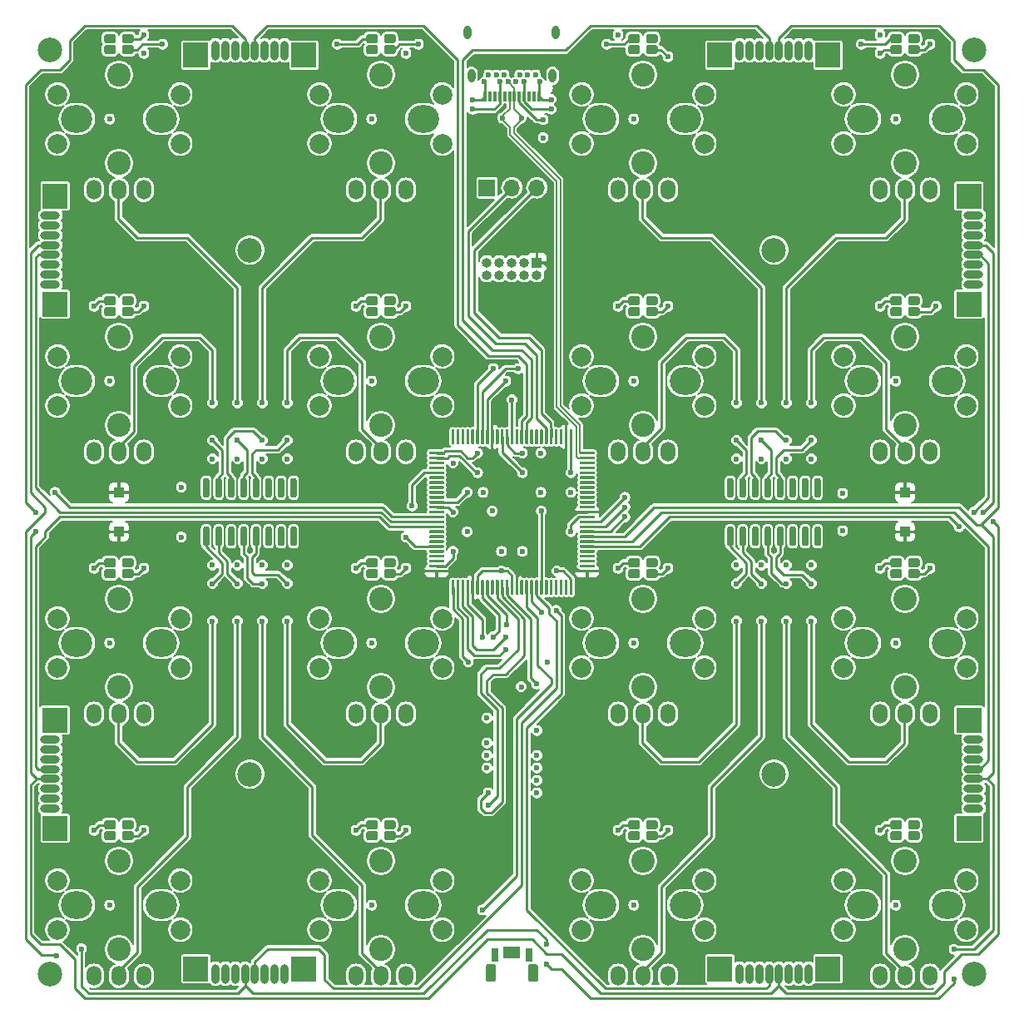
<source format=gbr>
G04 #@! TF.GenerationSoftware,KiCad,Pcbnew,(5.1.2)-2*
G04 #@! TF.CreationDate,2020-03-23T14:02:14+01:00*
G04 #@! TF.ProjectId,PO16_BU16,504f3136-5f42-4553-9136-2e6b69636164,rev?*
G04 #@! TF.SameCoordinates,Original*
G04 #@! TF.FileFunction,Copper,L1,Top*
G04 #@! TF.FilePolarity,Positive*
%FSLAX46Y46*%
G04 Gerber Fmt 4.6, Leading zero omitted, Abs format (unit mm)*
G04 Created by KiCad (PCBNEW (5.1.2)-2) date 2020-03-23 14:02:14*
%MOMM*%
%LPD*%
G04 APERTURE LIST*
%ADD10C,2.500000*%
%ADD11C,2.400000*%
%ADD12C,2.000000*%
%ADD13C,0.600000*%
%ADD14O,0.800000X1.400000*%
%ADD15R,0.300000X1.000000*%
%ADD16C,0.100000*%
%ADD17C,1.000000*%
%ADD18R,1.700000X1.200000*%
%ADD19R,0.700000X1.400000*%
%ADD20C,0.300000*%
%ADD21R,1.000000X1.000000*%
%ADD22R,2.500000X2.500000*%
%ADD23O,0.800000X2.000000*%
%ADD24O,3.200000X2.800000*%
%ADD25O,1.500000X2.000000*%
%ADD26C,0.900000*%
%ADD27O,2.000000X0.800000*%
%ADD28O,1.000000X1.000000*%
%ADD29O,1.700000X1.700000*%
%ADD30R,1.700000X1.700000*%
%ADD31C,0.250000*%
%ADD32C,0.254000*%
%ADD33C,0.152400*%
G04 APERTURE END LIST*
D10*
X73330000Y-126670000D03*
X126670000Y-126670000D03*
X126670000Y-73330000D03*
X73330000Y-73330000D03*
X53000000Y-147000000D03*
X147000000Y-147000000D03*
X147000000Y-53000000D03*
X53000000Y-53000000D03*
D11*
X113335000Y-91165000D03*
X113335000Y-82165000D03*
D12*
X107085000Y-89165000D03*
X119585000Y-84165000D03*
X119585000Y-89165000D03*
X107085000Y-84165000D03*
D13*
X102400000Y-55510000D03*
X101600000Y-55510000D03*
X100800000Y-55510000D03*
X99200000Y-55510000D03*
X98400000Y-55510000D03*
X97600000Y-55510000D03*
X102800000Y-56210000D03*
X101200000Y-56210000D03*
X100400000Y-56210000D03*
X99600000Y-56210000D03*
X98800000Y-56210000D03*
X97200000Y-56210000D03*
D14*
X104490000Y-51160000D03*
X95510000Y-51160000D03*
X95870000Y-55610000D03*
D15*
X97750000Y-57670000D03*
X99250000Y-57670000D03*
X98750000Y-57670000D03*
X98250000Y-57670000D03*
X97250000Y-57670000D03*
X99750000Y-57670000D03*
X100250000Y-57670000D03*
X100750000Y-57670000D03*
X101250000Y-57670000D03*
X101750000Y-57670000D03*
X102250000Y-57670000D03*
X102750000Y-57670000D03*
D14*
X104130000Y-55610000D03*
D16*
G36*
X122389703Y-101500722D02*
G01*
X122404264Y-101502882D01*
X122418543Y-101506459D01*
X122432403Y-101511418D01*
X122445710Y-101517712D01*
X122458336Y-101525280D01*
X122470159Y-101534048D01*
X122481066Y-101543934D01*
X122490952Y-101554841D01*
X122499720Y-101566664D01*
X122507288Y-101579290D01*
X122513582Y-101592597D01*
X122518541Y-101606457D01*
X122522118Y-101620736D01*
X122524278Y-101635297D01*
X122525000Y-101650000D01*
X122525000Y-103300000D01*
X122524278Y-103314703D01*
X122522118Y-103329264D01*
X122518541Y-103343543D01*
X122513582Y-103357403D01*
X122507288Y-103370710D01*
X122499720Y-103383336D01*
X122490952Y-103395159D01*
X122481066Y-103406066D01*
X122470159Y-103415952D01*
X122458336Y-103424720D01*
X122445710Y-103432288D01*
X122432403Y-103438582D01*
X122418543Y-103443541D01*
X122404264Y-103447118D01*
X122389703Y-103449278D01*
X122375000Y-103450000D01*
X122075000Y-103450000D01*
X122060297Y-103449278D01*
X122045736Y-103447118D01*
X122031457Y-103443541D01*
X122017597Y-103438582D01*
X122004290Y-103432288D01*
X121991664Y-103424720D01*
X121979841Y-103415952D01*
X121968934Y-103406066D01*
X121959048Y-103395159D01*
X121950280Y-103383336D01*
X121942712Y-103370710D01*
X121936418Y-103357403D01*
X121931459Y-103343543D01*
X121927882Y-103329264D01*
X121925722Y-103314703D01*
X121925000Y-103300000D01*
X121925000Y-101650000D01*
X121925722Y-101635297D01*
X121927882Y-101620736D01*
X121931459Y-101606457D01*
X121936418Y-101592597D01*
X121942712Y-101579290D01*
X121950280Y-101566664D01*
X121959048Y-101554841D01*
X121968934Y-101543934D01*
X121979841Y-101534048D01*
X121991664Y-101525280D01*
X122004290Y-101517712D01*
X122017597Y-101511418D01*
X122031457Y-101506459D01*
X122045736Y-101502882D01*
X122060297Y-101500722D01*
X122075000Y-101500000D01*
X122375000Y-101500000D01*
X122389703Y-101500722D01*
X122389703Y-101500722D01*
G37*
D13*
X122225000Y-102475000D03*
D16*
G36*
X123659703Y-101500722D02*
G01*
X123674264Y-101502882D01*
X123688543Y-101506459D01*
X123702403Y-101511418D01*
X123715710Y-101517712D01*
X123728336Y-101525280D01*
X123740159Y-101534048D01*
X123751066Y-101543934D01*
X123760952Y-101554841D01*
X123769720Y-101566664D01*
X123777288Y-101579290D01*
X123783582Y-101592597D01*
X123788541Y-101606457D01*
X123792118Y-101620736D01*
X123794278Y-101635297D01*
X123795000Y-101650000D01*
X123795000Y-103300000D01*
X123794278Y-103314703D01*
X123792118Y-103329264D01*
X123788541Y-103343543D01*
X123783582Y-103357403D01*
X123777288Y-103370710D01*
X123769720Y-103383336D01*
X123760952Y-103395159D01*
X123751066Y-103406066D01*
X123740159Y-103415952D01*
X123728336Y-103424720D01*
X123715710Y-103432288D01*
X123702403Y-103438582D01*
X123688543Y-103443541D01*
X123674264Y-103447118D01*
X123659703Y-103449278D01*
X123645000Y-103450000D01*
X123345000Y-103450000D01*
X123330297Y-103449278D01*
X123315736Y-103447118D01*
X123301457Y-103443541D01*
X123287597Y-103438582D01*
X123274290Y-103432288D01*
X123261664Y-103424720D01*
X123249841Y-103415952D01*
X123238934Y-103406066D01*
X123229048Y-103395159D01*
X123220280Y-103383336D01*
X123212712Y-103370710D01*
X123206418Y-103357403D01*
X123201459Y-103343543D01*
X123197882Y-103329264D01*
X123195722Y-103314703D01*
X123195000Y-103300000D01*
X123195000Y-101650000D01*
X123195722Y-101635297D01*
X123197882Y-101620736D01*
X123201459Y-101606457D01*
X123206418Y-101592597D01*
X123212712Y-101579290D01*
X123220280Y-101566664D01*
X123229048Y-101554841D01*
X123238934Y-101543934D01*
X123249841Y-101534048D01*
X123261664Y-101525280D01*
X123274290Y-101517712D01*
X123287597Y-101511418D01*
X123301457Y-101506459D01*
X123315736Y-101502882D01*
X123330297Y-101500722D01*
X123345000Y-101500000D01*
X123645000Y-101500000D01*
X123659703Y-101500722D01*
X123659703Y-101500722D01*
G37*
D13*
X123495000Y-102475000D03*
D16*
G36*
X124929703Y-101500722D02*
G01*
X124944264Y-101502882D01*
X124958543Y-101506459D01*
X124972403Y-101511418D01*
X124985710Y-101517712D01*
X124998336Y-101525280D01*
X125010159Y-101534048D01*
X125021066Y-101543934D01*
X125030952Y-101554841D01*
X125039720Y-101566664D01*
X125047288Y-101579290D01*
X125053582Y-101592597D01*
X125058541Y-101606457D01*
X125062118Y-101620736D01*
X125064278Y-101635297D01*
X125065000Y-101650000D01*
X125065000Y-103300000D01*
X125064278Y-103314703D01*
X125062118Y-103329264D01*
X125058541Y-103343543D01*
X125053582Y-103357403D01*
X125047288Y-103370710D01*
X125039720Y-103383336D01*
X125030952Y-103395159D01*
X125021066Y-103406066D01*
X125010159Y-103415952D01*
X124998336Y-103424720D01*
X124985710Y-103432288D01*
X124972403Y-103438582D01*
X124958543Y-103443541D01*
X124944264Y-103447118D01*
X124929703Y-103449278D01*
X124915000Y-103450000D01*
X124615000Y-103450000D01*
X124600297Y-103449278D01*
X124585736Y-103447118D01*
X124571457Y-103443541D01*
X124557597Y-103438582D01*
X124544290Y-103432288D01*
X124531664Y-103424720D01*
X124519841Y-103415952D01*
X124508934Y-103406066D01*
X124499048Y-103395159D01*
X124490280Y-103383336D01*
X124482712Y-103370710D01*
X124476418Y-103357403D01*
X124471459Y-103343543D01*
X124467882Y-103329264D01*
X124465722Y-103314703D01*
X124465000Y-103300000D01*
X124465000Y-101650000D01*
X124465722Y-101635297D01*
X124467882Y-101620736D01*
X124471459Y-101606457D01*
X124476418Y-101592597D01*
X124482712Y-101579290D01*
X124490280Y-101566664D01*
X124499048Y-101554841D01*
X124508934Y-101543934D01*
X124519841Y-101534048D01*
X124531664Y-101525280D01*
X124544290Y-101517712D01*
X124557597Y-101511418D01*
X124571457Y-101506459D01*
X124585736Y-101502882D01*
X124600297Y-101500722D01*
X124615000Y-101500000D01*
X124915000Y-101500000D01*
X124929703Y-101500722D01*
X124929703Y-101500722D01*
G37*
D13*
X124765000Y-102475000D03*
D16*
G36*
X126199703Y-101500722D02*
G01*
X126214264Y-101502882D01*
X126228543Y-101506459D01*
X126242403Y-101511418D01*
X126255710Y-101517712D01*
X126268336Y-101525280D01*
X126280159Y-101534048D01*
X126291066Y-101543934D01*
X126300952Y-101554841D01*
X126309720Y-101566664D01*
X126317288Y-101579290D01*
X126323582Y-101592597D01*
X126328541Y-101606457D01*
X126332118Y-101620736D01*
X126334278Y-101635297D01*
X126335000Y-101650000D01*
X126335000Y-103300000D01*
X126334278Y-103314703D01*
X126332118Y-103329264D01*
X126328541Y-103343543D01*
X126323582Y-103357403D01*
X126317288Y-103370710D01*
X126309720Y-103383336D01*
X126300952Y-103395159D01*
X126291066Y-103406066D01*
X126280159Y-103415952D01*
X126268336Y-103424720D01*
X126255710Y-103432288D01*
X126242403Y-103438582D01*
X126228543Y-103443541D01*
X126214264Y-103447118D01*
X126199703Y-103449278D01*
X126185000Y-103450000D01*
X125885000Y-103450000D01*
X125870297Y-103449278D01*
X125855736Y-103447118D01*
X125841457Y-103443541D01*
X125827597Y-103438582D01*
X125814290Y-103432288D01*
X125801664Y-103424720D01*
X125789841Y-103415952D01*
X125778934Y-103406066D01*
X125769048Y-103395159D01*
X125760280Y-103383336D01*
X125752712Y-103370710D01*
X125746418Y-103357403D01*
X125741459Y-103343543D01*
X125737882Y-103329264D01*
X125735722Y-103314703D01*
X125735000Y-103300000D01*
X125735000Y-101650000D01*
X125735722Y-101635297D01*
X125737882Y-101620736D01*
X125741459Y-101606457D01*
X125746418Y-101592597D01*
X125752712Y-101579290D01*
X125760280Y-101566664D01*
X125769048Y-101554841D01*
X125778934Y-101543934D01*
X125789841Y-101534048D01*
X125801664Y-101525280D01*
X125814290Y-101517712D01*
X125827597Y-101511418D01*
X125841457Y-101506459D01*
X125855736Y-101502882D01*
X125870297Y-101500722D01*
X125885000Y-101500000D01*
X126185000Y-101500000D01*
X126199703Y-101500722D01*
X126199703Y-101500722D01*
G37*
D13*
X126035000Y-102475000D03*
D16*
G36*
X127469703Y-101500722D02*
G01*
X127484264Y-101502882D01*
X127498543Y-101506459D01*
X127512403Y-101511418D01*
X127525710Y-101517712D01*
X127538336Y-101525280D01*
X127550159Y-101534048D01*
X127561066Y-101543934D01*
X127570952Y-101554841D01*
X127579720Y-101566664D01*
X127587288Y-101579290D01*
X127593582Y-101592597D01*
X127598541Y-101606457D01*
X127602118Y-101620736D01*
X127604278Y-101635297D01*
X127605000Y-101650000D01*
X127605000Y-103300000D01*
X127604278Y-103314703D01*
X127602118Y-103329264D01*
X127598541Y-103343543D01*
X127593582Y-103357403D01*
X127587288Y-103370710D01*
X127579720Y-103383336D01*
X127570952Y-103395159D01*
X127561066Y-103406066D01*
X127550159Y-103415952D01*
X127538336Y-103424720D01*
X127525710Y-103432288D01*
X127512403Y-103438582D01*
X127498543Y-103443541D01*
X127484264Y-103447118D01*
X127469703Y-103449278D01*
X127455000Y-103450000D01*
X127155000Y-103450000D01*
X127140297Y-103449278D01*
X127125736Y-103447118D01*
X127111457Y-103443541D01*
X127097597Y-103438582D01*
X127084290Y-103432288D01*
X127071664Y-103424720D01*
X127059841Y-103415952D01*
X127048934Y-103406066D01*
X127039048Y-103395159D01*
X127030280Y-103383336D01*
X127022712Y-103370710D01*
X127016418Y-103357403D01*
X127011459Y-103343543D01*
X127007882Y-103329264D01*
X127005722Y-103314703D01*
X127005000Y-103300000D01*
X127005000Y-101650000D01*
X127005722Y-101635297D01*
X127007882Y-101620736D01*
X127011459Y-101606457D01*
X127016418Y-101592597D01*
X127022712Y-101579290D01*
X127030280Y-101566664D01*
X127039048Y-101554841D01*
X127048934Y-101543934D01*
X127059841Y-101534048D01*
X127071664Y-101525280D01*
X127084290Y-101517712D01*
X127097597Y-101511418D01*
X127111457Y-101506459D01*
X127125736Y-101502882D01*
X127140297Y-101500722D01*
X127155000Y-101500000D01*
X127455000Y-101500000D01*
X127469703Y-101500722D01*
X127469703Y-101500722D01*
G37*
D13*
X127305000Y-102475000D03*
D16*
G36*
X128739703Y-101500722D02*
G01*
X128754264Y-101502882D01*
X128768543Y-101506459D01*
X128782403Y-101511418D01*
X128795710Y-101517712D01*
X128808336Y-101525280D01*
X128820159Y-101534048D01*
X128831066Y-101543934D01*
X128840952Y-101554841D01*
X128849720Y-101566664D01*
X128857288Y-101579290D01*
X128863582Y-101592597D01*
X128868541Y-101606457D01*
X128872118Y-101620736D01*
X128874278Y-101635297D01*
X128875000Y-101650000D01*
X128875000Y-103300000D01*
X128874278Y-103314703D01*
X128872118Y-103329264D01*
X128868541Y-103343543D01*
X128863582Y-103357403D01*
X128857288Y-103370710D01*
X128849720Y-103383336D01*
X128840952Y-103395159D01*
X128831066Y-103406066D01*
X128820159Y-103415952D01*
X128808336Y-103424720D01*
X128795710Y-103432288D01*
X128782403Y-103438582D01*
X128768543Y-103443541D01*
X128754264Y-103447118D01*
X128739703Y-103449278D01*
X128725000Y-103450000D01*
X128425000Y-103450000D01*
X128410297Y-103449278D01*
X128395736Y-103447118D01*
X128381457Y-103443541D01*
X128367597Y-103438582D01*
X128354290Y-103432288D01*
X128341664Y-103424720D01*
X128329841Y-103415952D01*
X128318934Y-103406066D01*
X128309048Y-103395159D01*
X128300280Y-103383336D01*
X128292712Y-103370710D01*
X128286418Y-103357403D01*
X128281459Y-103343543D01*
X128277882Y-103329264D01*
X128275722Y-103314703D01*
X128275000Y-103300000D01*
X128275000Y-101650000D01*
X128275722Y-101635297D01*
X128277882Y-101620736D01*
X128281459Y-101606457D01*
X128286418Y-101592597D01*
X128292712Y-101579290D01*
X128300280Y-101566664D01*
X128309048Y-101554841D01*
X128318934Y-101543934D01*
X128329841Y-101534048D01*
X128341664Y-101525280D01*
X128354290Y-101517712D01*
X128367597Y-101511418D01*
X128381457Y-101506459D01*
X128395736Y-101502882D01*
X128410297Y-101500722D01*
X128425000Y-101500000D01*
X128725000Y-101500000D01*
X128739703Y-101500722D01*
X128739703Y-101500722D01*
G37*
D13*
X128575000Y-102475000D03*
D16*
G36*
X130009703Y-101500722D02*
G01*
X130024264Y-101502882D01*
X130038543Y-101506459D01*
X130052403Y-101511418D01*
X130065710Y-101517712D01*
X130078336Y-101525280D01*
X130090159Y-101534048D01*
X130101066Y-101543934D01*
X130110952Y-101554841D01*
X130119720Y-101566664D01*
X130127288Y-101579290D01*
X130133582Y-101592597D01*
X130138541Y-101606457D01*
X130142118Y-101620736D01*
X130144278Y-101635297D01*
X130145000Y-101650000D01*
X130145000Y-103300000D01*
X130144278Y-103314703D01*
X130142118Y-103329264D01*
X130138541Y-103343543D01*
X130133582Y-103357403D01*
X130127288Y-103370710D01*
X130119720Y-103383336D01*
X130110952Y-103395159D01*
X130101066Y-103406066D01*
X130090159Y-103415952D01*
X130078336Y-103424720D01*
X130065710Y-103432288D01*
X130052403Y-103438582D01*
X130038543Y-103443541D01*
X130024264Y-103447118D01*
X130009703Y-103449278D01*
X129995000Y-103450000D01*
X129695000Y-103450000D01*
X129680297Y-103449278D01*
X129665736Y-103447118D01*
X129651457Y-103443541D01*
X129637597Y-103438582D01*
X129624290Y-103432288D01*
X129611664Y-103424720D01*
X129599841Y-103415952D01*
X129588934Y-103406066D01*
X129579048Y-103395159D01*
X129570280Y-103383336D01*
X129562712Y-103370710D01*
X129556418Y-103357403D01*
X129551459Y-103343543D01*
X129547882Y-103329264D01*
X129545722Y-103314703D01*
X129545000Y-103300000D01*
X129545000Y-101650000D01*
X129545722Y-101635297D01*
X129547882Y-101620736D01*
X129551459Y-101606457D01*
X129556418Y-101592597D01*
X129562712Y-101579290D01*
X129570280Y-101566664D01*
X129579048Y-101554841D01*
X129588934Y-101543934D01*
X129599841Y-101534048D01*
X129611664Y-101525280D01*
X129624290Y-101517712D01*
X129637597Y-101511418D01*
X129651457Y-101506459D01*
X129665736Y-101502882D01*
X129680297Y-101500722D01*
X129695000Y-101500000D01*
X129995000Y-101500000D01*
X130009703Y-101500722D01*
X130009703Y-101500722D01*
G37*
D13*
X129845000Y-102475000D03*
D16*
G36*
X131279703Y-101500722D02*
G01*
X131294264Y-101502882D01*
X131308543Y-101506459D01*
X131322403Y-101511418D01*
X131335710Y-101517712D01*
X131348336Y-101525280D01*
X131360159Y-101534048D01*
X131371066Y-101543934D01*
X131380952Y-101554841D01*
X131389720Y-101566664D01*
X131397288Y-101579290D01*
X131403582Y-101592597D01*
X131408541Y-101606457D01*
X131412118Y-101620736D01*
X131414278Y-101635297D01*
X131415000Y-101650000D01*
X131415000Y-103300000D01*
X131414278Y-103314703D01*
X131412118Y-103329264D01*
X131408541Y-103343543D01*
X131403582Y-103357403D01*
X131397288Y-103370710D01*
X131389720Y-103383336D01*
X131380952Y-103395159D01*
X131371066Y-103406066D01*
X131360159Y-103415952D01*
X131348336Y-103424720D01*
X131335710Y-103432288D01*
X131322403Y-103438582D01*
X131308543Y-103443541D01*
X131294264Y-103447118D01*
X131279703Y-103449278D01*
X131265000Y-103450000D01*
X130965000Y-103450000D01*
X130950297Y-103449278D01*
X130935736Y-103447118D01*
X130921457Y-103443541D01*
X130907597Y-103438582D01*
X130894290Y-103432288D01*
X130881664Y-103424720D01*
X130869841Y-103415952D01*
X130858934Y-103406066D01*
X130849048Y-103395159D01*
X130840280Y-103383336D01*
X130832712Y-103370710D01*
X130826418Y-103357403D01*
X130821459Y-103343543D01*
X130817882Y-103329264D01*
X130815722Y-103314703D01*
X130815000Y-103300000D01*
X130815000Y-101650000D01*
X130815722Y-101635297D01*
X130817882Y-101620736D01*
X130821459Y-101606457D01*
X130826418Y-101592597D01*
X130832712Y-101579290D01*
X130840280Y-101566664D01*
X130849048Y-101554841D01*
X130858934Y-101543934D01*
X130869841Y-101534048D01*
X130881664Y-101525280D01*
X130894290Y-101517712D01*
X130907597Y-101511418D01*
X130921457Y-101506459D01*
X130935736Y-101502882D01*
X130950297Y-101500722D01*
X130965000Y-101500000D01*
X131265000Y-101500000D01*
X131279703Y-101500722D01*
X131279703Y-101500722D01*
G37*
D13*
X131115000Y-102475000D03*
D16*
G36*
X131279703Y-96550722D02*
G01*
X131294264Y-96552882D01*
X131308543Y-96556459D01*
X131322403Y-96561418D01*
X131335710Y-96567712D01*
X131348336Y-96575280D01*
X131360159Y-96584048D01*
X131371066Y-96593934D01*
X131380952Y-96604841D01*
X131389720Y-96616664D01*
X131397288Y-96629290D01*
X131403582Y-96642597D01*
X131408541Y-96656457D01*
X131412118Y-96670736D01*
X131414278Y-96685297D01*
X131415000Y-96700000D01*
X131415000Y-98350000D01*
X131414278Y-98364703D01*
X131412118Y-98379264D01*
X131408541Y-98393543D01*
X131403582Y-98407403D01*
X131397288Y-98420710D01*
X131389720Y-98433336D01*
X131380952Y-98445159D01*
X131371066Y-98456066D01*
X131360159Y-98465952D01*
X131348336Y-98474720D01*
X131335710Y-98482288D01*
X131322403Y-98488582D01*
X131308543Y-98493541D01*
X131294264Y-98497118D01*
X131279703Y-98499278D01*
X131265000Y-98500000D01*
X130965000Y-98500000D01*
X130950297Y-98499278D01*
X130935736Y-98497118D01*
X130921457Y-98493541D01*
X130907597Y-98488582D01*
X130894290Y-98482288D01*
X130881664Y-98474720D01*
X130869841Y-98465952D01*
X130858934Y-98456066D01*
X130849048Y-98445159D01*
X130840280Y-98433336D01*
X130832712Y-98420710D01*
X130826418Y-98407403D01*
X130821459Y-98393543D01*
X130817882Y-98379264D01*
X130815722Y-98364703D01*
X130815000Y-98350000D01*
X130815000Y-96700000D01*
X130815722Y-96685297D01*
X130817882Y-96670736D01*
X130821459Y-96656457D01*
X130826418Y-96642597D01*
X130832712Y-96629290D01*
X130840280Y-96616664D01*
X130849048Y-96604841D01*
X130858934Y-96593934D01*
X130869841Y-96584048D01*
X130881664Y-96575280D01*
X130894290Y-96567712D01*
X130907597Y-96561418D01*
X130921457Y-96556459D01*
X130935736Y-96552882D01*
X130950297Y-96550722D01*
X130965000Y-96550000D01*
X131265000Y-96550000D01*
X131279703Y-96550722D01*
X131279703Y-96550722D01*
G37*
D13*
X131115000Y-97525000D03*
D16*
G36*
X130009703Y-96550722D02*
G01*
X130024264Y-96552882D01*
X130038543Y-96556459D01*
X130052403Y-96561418D01*
X130065710Y-96567712D01*
X130078336Y-96575280D01*
X130090159Y-96584048D01*
X130101066Y-96593934D01*
X130110952Y-96604841D01*
X130119720Y-96616664D01*
X130127288Y-96629290D01*
X130133582Y-96642597D01*
X130138541Y-96656457D01*
X130142118Y-96670736D01*
X130144278Y-96685297D01*
X130145000Y-96700000D01*
X130145000Y-98350000D01*
X130144278Y-98364703D01*
X130142118Y-98379264D01*
X130138541Y-98393543D01*
X130133582Y-98407403D01*
X130127288Y-98420710D01*
X130119720Y-98433336D01*
X130110952Y-98445159D01*
X130101066Y-98456066D01*
X130090159Y-98465952D01*
X130078336Y-98474720D01*
X130065710Y-98482288D01*
X130052403Y-98488582D01*
X130038543Y-98493541D01*
X130024264Y-98497118D01*
X130009703Y-98499278D01*
X129995000Y-98500000D01*
X129695000Y-98500000D01*
X129680297Y-98499278D01*
X129665736Y-98497118D01*
X129651457Y-98493541D01*
X129637597Y-98488582D01*
X129624290Y-98482288D01*
X129611664Y-98474720D01*
X129599841Y-98465952D01*
X129588934Y-98456066D01*
X129579048Y-98445159D01*
X129570280Y-98433336D01*
X129562712Y-98420710D01*
X129556418Y-98407403D01*
X129551459Y-98393543D01*
X129547882Y-98379264D01*
X129545722Y-98364703D01*
X129545000Y-98350000D01*
X129545000Y-96700000D01*
X129545722Y-96685297D01*
X129547882Y-96670736D01*
X129551459Y-96656457D01*
X129556418Y-96642597D01*
X129562712Y-96629290D01*
X129570280Y-96616664D01*
X129579048Y-96604841D01*
X129588934Y-96593934D01*
X129599841Y-96584048D01*
X129611664Y-96575280D01*
X129624290Y-96567712D01*
X129637597Y-96561418D01*
X129651457Y-96556459D01*
X129665736Y-96552882D01*
X129680297Y-96550722D01*
X129695000Y-96550000D01*
X129995000Y-96550000D01*
X130009703Y-96550722D01*
X130009703Y-96550722D01*
G37*
D13*
X129845000Y-97525000D03*
D16*
G36*
X128739703Y-96550722D02*
G01*
X128754264Y-96552882D01*
X128768543Y-96556459D01*
X128782403Y-96561418D01*
X128795710Y-96567712D01*
X128808336Y-96575280D01*
X128820159Y-96584048D01*
X128831066Y-96593934D01*
X128840952Y-96604841D01*
X128849720Y-96616664D01*
X128857288Y-96629290D01*
X128863582Y-96642597D01*
X128868541Y-96656457D01*
X128872118Y-96670736D01*
X128874278Y-96685297D01*
X128875000Y-96700000D01*
X128875000Y-98350000D01*
X128874278Y-98364703D01*
X128872118Y-98379264D01*
X128868541Y-98393543D01*
X128863582Y-98407403D01*
X128857288Y-98420710D01*
X128849720Y-98433336D01*
X128840952Y-98445159D01*
X128831066Y-98456066D01*
X128820159Y-98465952D01*
X128808336Y-98474720D01*
X128795710Y-98482288D01*
X128782403Y-98488582D01*
X128768543Y-98493541D01*
X128754264Y-98497118D01*
X128739703Y-98499278D01*
X128725000Y-98500000D01*
X128425000Y-98500000D01*
X128410297Y-98499278D01*
X128395736Y-98497118D01*
X128381457Y-98493541D01*
X128367597Y-98488582D01*
X128354290Y-98482288D01*
X128341664Y-98474720D01*
X128329841Y-98465952D01*
X128318934Y-98456066D01*
X128309048Y-98445159D01*
X128300280Y-98433336D01*
X128292712Y-98420710D01*
X128286418Y-98407403D01*
X128281459Y-98393543D01*
X128277882Y-98379264D01*
X128275722Y-98364703D01*
X128275000Y-98350000D01*
X128275000Y-96700000D01*
X128275722Y-96685297D01*
X128277882Y-96670736D01*
X128281459Y-96656457D01*
X128286418Y-96642597D01*
X128292712Y-96629290D01*
X128300280Y-96616664D01*
X128309048Y-96604841D01*
X128318934Y-96593934D01*
X128329841Y-96584048D01*
X128341664Y-96575280D01*
X128354290Y-96567712D01*
X128367597Y-96561418D01*
X128381457Y-96556459D01*
X128395736Y-96552882D01*
X128410297Y-96550722D01*
X128425000Y-96550000D01*
X128725000Y-96550000D01*
X128739703Y-96550722D01*
X128739703Y-96550722D01*
G37*
D13*
X128575000Y-97525000D03*
D16*
G36*
X127469703Y-96550722D02*
G01*
X127484264Y-96552882D01*
X127498543Y-96556459D01*
X127512403Y-96561418D01*
X127525710Y-96567712D01*
X127538336Y-96575280D01*
X127550159Y-96584048D01*
X127561066Y-96593934D01*
X127570952Y-96604841D01*
X127579720Y-96616664D01*
X127587288Y-96629290D01*
X127593582Y-96642597D01*
X127598541Y-96656457D01*
X127602118Y-96670736D01*
X127604278Y-96685297D01*
X127605000Y-96700000D01*
X127605000Y-98350000D01*
X127604278Y-98364703D01*
X127602118Y-98379264D01*
X127598541Y-98393543D01*
X127593582Y-98407403D01*
X127587288Y-98420710D01*
X127579720Y-98433336D01*
X127570952Y-98445159D01*
X127561066Y-98456066D01*
X127550159Y-98465952D01*
X127538336Y-98474720D01*
X127525710Y-98482288D01*
X127512403Y-98488582D01*
X127498543Y-98493541D01*
X127484264Y-98497118D01*
X127469703Y-98499278D01*
X127455000Y-98500000D01*
X127155000Y-98500000D01*
X127140297Y-98499278D01*
X127125736Y-98497118D01*
X127111457Y-98493541D01*
X127097597Y-98488582D01*
X127084290Y-98482288D01*
X127071664Y-98474720D01*
X127059841Y-98465952D01*
X127048934Y-98456066D01*
X127039048Y-98445159D01*
X127030280Y-98433336D01*
X127022712Y-98420710D01*
X127016418Y-98407403D01*
X127011459Y-98393543D01*
X127007882Y-98379264D01*
X127005722Y-98364703D01*
X127005000Y-98350000D01*
X127005000Y-96700000D01*
X127005722Y-96685297D01*
X127007882Y-96670736D01*
X127011459Y-96656457D01*
X127016418Y-96642597D01*
X127022712Y-96629290D01*
X127030280Y-96616664D01*
X127039048Y-96604841D01*
X127048934Y-96593934D01*
X127059841Y-96584048D01*
X127071664Y-96575280D01*
X127084290Y-96567712D01*
X127097597Y-96561418D01*
X127111457Y-96556459D01*
X127125736Y-96552882D01*
X127140297Y-96550722D01*
X127155000Y-96550000D01*
X127455000Y-96550000D01*
X127469703Y-96550722D01*
X127469703Y-96550722D01*
G37*
D13*
X127305000Y-97525000D03*
D16*
G36*
X126199703Y-96550722D02*
G01*
X126214264Y-96552882D01*
X126228543Y-96556459D01*
X126242403Y-96561418D01*
X126255710Y-96567712D01*
X126268336Y-96575280D01*
X126280159Y-96584048D01*
X126291066Y-96593934D01*
X126300952Y-96604841D01*
X126309720Y-96616664D01*
X126317288Y-96629290D01*
X126323582Y-96642597D01*
X126328541Y-96656457D01*
X126332118Y-96670736D01*
X126334278Y-96685297D01*
X126335000Y-96700000D01*
X126335000Y-98350000D01*
X126334278Y-98364703D01*
X126332118Y-98379264D01*
X126328541Y-98393543D01*
X126323582Y-98407403D01*
X126317288Y-98420710D01*
X126309720Y-98433336D01*
X126300952Y-98445159D01*
X126291066Y-98456066D01*
X126280159Y-98465952D01*
X126268336Y-98474720D01*
X126255710Y-98482288D01*
X126242403Y-98488582D01*
X126228543Y-98493541D01*
X126214264Y-98497118D01*
X126199703Y-98499278D01*
X126185000Y-98500000D01*
X125885000Y-98500000D01*
X125870297Y-98499278D01*
X125855736Y-98497118D01*
X125841457Y-98493541D01*
X125827597Y-98488582D01*
X125814290Y-98482288D01*
X125801664Y-98474720D01*
X125789841Y-98465952D01*
X125778934Y-98456066D01*
X125769048Y-98445159D01*
X125760280Y-98433336D01*
X125752712Y-98420710D01*
X125746418Y-98407403D01*
X125741459Y-98393543D01*
X125737882Y-98379264D01*
X125735722Y-98364703D01*
X125735000Y-98350000D01*
X125735000Y-96700000D01*
X125735722Y-96685297D01*
X125737882Y-96670736D01*
X125741459Y-96656457D01*
X125746418Y-96642597D01*
X125752712Y-96629290D01*
X125760280Y-96616664D01*
X125769048Y-96604841D01*
X125778934Y-96593934D01*
X125789841Y-96584048D01*
X125801664Y-96575280D01*
X125814290Y-96567712D01*
X125827597Y-96561418D01*
X125841457Y-96556459D01*
X125855736Y-96552882D01*
X125870297Y-96550722D01*
X125885000Y-96550000D01*
X126185000Y-96550000D01*
X126199703Y-96550722D01*
X126199703Y-96550722D01*
G37*
D13*
X126035000Y-97525000D03*
D16*
G36*
X124929703Y-96550722D02*
G01*
X124944264Y-96552882D01*
X124958543Y-96556459D01*
X124972403Y-96561418D01*
X124985710Y-96567712D01*
X124998336Y-96575280D01*
X125010159Y-96584048D01*
X125021066Y-96593934D01*
X125030952Y-96604841D01*
X125039720Y-96616664D01*
X125047288Y-96629290D01*
X125053582Y-96642597D01*
X125058541Y-96656457D01*
X125062118Y-96670736D01*
X125064278Y-96685297D01*
X125065000Y-96700000D01*
X125065000Y-98350000D01*
X125064278Y-98364703D01*
X125062118Y-98379264D01*
X125058541Y-98393543D01*
X125053582Y-98407403D01*
X125047288Y-98420710D01*
X125039720Y-98433336D01*
X125030952Y-98445159D01*
X125021066Y-98456066D01*
X125010159Y-98465952D01*
X124998336Y-98474720D01*
X124985710Y-98482288D01*
X124972403Y-98488582D01*
X124958543Y-98493541D01*
X124944264Y-98497118D01*
X124929703Y-98499278D01*
X124915000Y-98500000D01*
X124615000Y-98500000D01*
X124600297Y-98499278D01*
X124585736Y-98497118D01*
X124571457Y-98493541D01*
X124557597Y-98488582D01*
X124544290Y-98482288D01*
X124531664Y-98474720D01*
X124519841Y-98465952D01*
X124508934Y-98456066D01*
X124499048Y-98445159D01*
X124490280Y-98433336D01*
X124482712Y-98420710D01*
X124476418Y-98407403D01*
X124471459Y-98393543D01*
X124467882Y-98379264D01*
X124465722Y-98364703D01*
X124465000Y-98350000D01*
X124465000Y-96700000D01*
X124465722Y-96685297D01*
X124467882Y-96670736D01*
X124471459Y-96656457D01*
X124476418Y-96642597D01*
X124482712Y-96629290D01*
X124490280Y-96616664D01*
X124499048Y-96604841D01*
X124508934Y-96593934D01*
X124519841Y-96584048D01*
X124531664Y-96575280D01*
X124544290Y-96567712D01*
X124557597Y-96561418D01*
X124571457Y-96556459D01*
X124585736Y-96552882D01*
X124600297Y-96550722D01*
X124615000Y-96550000D01*
X124915000Y-96550000D01*
X124929703Y-96550722D01*
X124929703Y-96550722D01*
G37*
D13*
X124765000Y-97525000D03*
D16*
G36*
X123659703Y-96550722D02*
G01*
X123674264Y-96552882D01*
X123688543Y-96556459D01*
X123702403Y-96561418D01*
X123715710Y-96567712D01*
X123728336Y-96575280D01*
X123740159Y-96584048D01*
X123751066Y-96593934D01*
X123760952Y-96604841D01*
X123769720Y-96616664D01*
X123777288Y-96629290D01*
X123783582Y-96642597D01*
X123788541Y-96656457D01*
X123792118Y-96670736D01*
X123794278Y-96685297D01*
X123795000Y-96700000D01*
X123795000Y-98350000D01*
X123794278Y-98364703D01*
X123792118Y-98379264D01*
X123788541Y-98393543D01*
X123783582Y-98407403D01*
X123777288Y-98420710D01*
X123769720Y-98433336D01*
X123760952Y-98445159D01*
X123751066Y-98456066D01*
X123740159Y-98465952D01*
X123728336Y-98474720D01*
X123715710Y-98482288D01*
X123702403Y-98488582D01*
X123688543Y-98493541D01*
X123674264Y-98497118D01*
X123659703Y-98499278D01*
X123645000Y-98500000D01*
X123345000Y-98500000D01*
X123330297Y-98499278D01*
X123315736Y-98497118D01*
X123301457Y-98493541D01*
X123287597Y-98488582D01*
X123274290Y-98482288D01*
X123261664Y-98474720D01*
X123249841Y-98465952D01*
X123238934Y-98456066D01*
X123229048Y-98445159D01*
X123220280Y-98433336D01*
X123212712Y-98420710D01*
X123206418Y-98407403D01*
X123201459Y-98393543D01*
X123197882Y-98379264D01*
X123195722Y-98364703D01*
X123195000Y-98350000D01*
X123195000Y-96700000D01*
X123195722Y-96685297D01*
X123197882Y-96670736D01*
X123201459Y-96656457D01*
X123206418Y-96642597D01*
X123212712Y-96629290D01*
X123220280Y-96616664D01*
X123229048Y-96604841D01*
X123238934Y-96593934D01*
X123249841Y-96584048D01*
X123261664Y-96575280D01*
X123274290Y-96567712D01*
X123287597Y-96561418D01*
X123301457Y-96556459D01*
X123315736Y-96552882D01*
X123330297Y-96550722D01*
X123345000Y-96550000D01*
X123645000Y-96550000D01*
X123659703Y-96550722D01*
X123659703Y-96550722D01*
G37*
D13*
X123495000Y-97525000D03*
D16*
G36*
X122389703Y-96550722D02*
G01*
X122404264Y-96552882D01*
X122418543Y-96556459D01*
X122432403Y-96561418D01*
X122445710Y-96567712D01*
X122458336Y-96575280D01*
X122470159Y-96584048D01*
X122481066Y-96593934D01*
X122490952Y-96604841D01*
X122499720Y-96616664D01*
X122507288Y-96629290D01*
X122513582Y-96642597D01*
X122518541Y-96656457D01*
X122522118Y-96670736D01*
X122524278Y-96685297D01*
X122525000Y-96700000D01*
X122525000Y-98350000D01*
X122524278Y-98364703D01*
X122522118Y-98379264D01*
X122518541Y-98393543D01*
X122513582Y-98407403D01*
X122507288Y-98420710D01*
X122499720Y-98433336D01*
X122490952Y-98445159D01*
X122481066Y-98456066D01*
X122470159Y-98465952D01*
X122458336Y-98474720D01*
X122445710Y-98482288D01*
X122432403Y-98488582D01*
X122418543Y-98493541D01*
X122404264Y-98497118D01*
X122389703Y-98499278D01*
X122375000Y-98500000D01*
X122075000Y-98500000D01*
X122060297Y-98499278D01*
X122045736Y-98497118D01*
X122031457Y-98493541D01*
X122017597Y-98488582D01*
X122004290Y-98482288D01*
X121991664Y-98474720D01*
X121979841Y-98465952D01*
X121968934Y-98456066D01*
X121959048Y-98445159D01*
X121950280Y-98433336D01*
X121942712Y-98420710D01*
X121936418Y-98407403D01*
X121931459Y-98393543D01*
X121927882Y-98379264D01*
X121925722Y-98364703D01*
X121925000Y-98350000D01*
X121925000Y-96700000D01*
X121925722Y-96685297D01*
X121927882Y-96670736D01*
X121931459Y-96656457D01*
X121936418Y-96642597D01*
X121942712Y-96629290D01*
X121950280Y-96616664D01*
X121959048Y-96604841D01*
X121968934Y-96593934D01*
X121979841Y-96584048D01*
X121991664Y-96575280D01*
X122004290Y-96567712D01*
X122017597Y-96561418D01*
X122031457Y-96556459D01*
X122045736Y-96552882D01*
X122060297Y-96550722D01*
X122075000Y-96550000D01*
X122375000Y-96550000D01*
X122389703Y-96550722D01*
X122389703Y-96550722D01*
G37*
D13*
X122225000Y-97525000D03*
D16*
G36*
X69049703Y-101500722D02*
G01*
X69064264Y-101502882D01*
X69078543Y-101506459D01*
X69092403Y-101511418D01*
X69105710Y-101517712D01*
X69118336Y-101525280D01*
X69130159Y-101534048D01*
X69141066Y-101543934D01*
X69150952Y-101554841D01*
X69159720Y-101566664D01*
X69167288Y-101579290D01*
X69173582Y-101592597D01*
X69178541Y-101606457D01*
X69182118Y-101620736D01*
X69184278Y-101635297D01*
X69185000Y-101650000D01*
X69185000Y-103300000D01*
X69184278Y-103314703D01*
X69182118Y-103329264D01*
X69178541Y-103343543D01*
X69173582Y-103357403D01*
X69167288Y-103370710D01*
X69159720Y-103383336D01*
X69150952Y-103395159D01*
X69141066Y-103406066D01*
X69130159Y-103415952D01*
X69118336Y-103424720D01*
X69105710Y-103432288D01*
X69092403Y-103438582D01*
X69078543Y-103443541D01*
X69064264Y-103447118D01*
X69049703Y-103449278D01*
X69035000Y-103450000D01*
X68735000Y-103450000D01*
X68720297Y-103449278D01*
X68705736Y-103447118D01*
X68691457Y-103443541D01*
X68677597Y-103438582D01*
X68664290Y-103432288D01*
X68651664Y-103424720D01*
X68639841Y-103415952D01*
X68628934Y-103406066D01*
X68619048Y-103395159D01*
X68610280Y-103383336D01*
X68602712Y-103370710D01*
X68596418Y-103357403D01*
X68591459Y-103343543D01*
X68587882Y-103329264D01*
X68585722Y-103314703D01*
X68585000Y-103300000D01*
X68585000Y-101650000D01*
X68585722Y-101635297D01*
X68587882Y-101620736D01*
X68591459Y-101606457D01*
X68596418Y-101592597D01*
X68602712Y-101579290D01*
X68610280Y-101566664D01*
X68619048Y-101554841D01*
X68628934Y-101543934D01*
X68639841Y-101534048D01*
X68651664Y-101525280D01*
X68664290Y-101517712D01*
X68677597Y-101511418D01*
X68691457Y-101506459D01*
X68705736Y-101502882D01*
X68720297Y-101500722D01*
X68735000Y-101500000D01*
X69035000Y-101500000D01*
X69049703Y-101500722D01*
X69049703Y-101500722D01*
G37*
D13*
X68885000Y-102475000D03*
D16*
G36*
X70319703Y-101500722D02*
G01*
X70334264Y-101502882D01*
X70348543Y-101506459D01*
X70362403Y-101511418D01*
X70375710Y-101517712D01*
X70388336Y-101525280D01*
X70400159Y-101534048D01*
X70411066Y-101543934D01*
X70420952Y-101554841D01*
X70429720Y-101566664D01*
X70437288Y-101579290D01*
X70443582Y-101592597D01*
X70448541Y-101606457D01*
X70452118Y-101620736D01*
X70454278Y-101635297D01*
X70455000Y-101650000D01*
X70455000Y-103300000D01*
X70454278Y-103314703D01*
X70452118Y-103329264D01*
X70448541Y-103343543D01*
X70443582Y-103357403D01*
X70437288Y-103370710D01*
X70429720Y-103383336D01*
X70420952Y-103395159D01*
X70411066Y-103406066D01*
X70400159Y-103415952D01*
X70388336Y-103424720D01*
X70375710Y-103432288D01*
X70362403Y-103438582D01*
X70348543Y-103443541D01*
X70334264Y-103447118D01*
X70319703Y-103449278D01*
X70305000Y-103450000D01*
X70005000Y-103450000D01*
X69990297Y-103449278D01*
X69975736Y-103447118D01*
X69961457Y-103443541D01*
X69947597Y-103438582D01*
X69934290Y-103432288D01*
X69921664Y-103424720D01*
X69909841Y-103415952D01*
X69898934Y-103406066D01*
X69889048Y-103395159D01*
X69880280Y-103383336D01*
X69872712Y-103370710D01*
X69866418Y-103357403D01*
X69861459Y-103343543D01*
X69857882Y-103329264D01*
X69855722Y-103314703D01*
X69855000Y-103300000D01*
X69855000Y-101650000D01*
X69855722Y-101635297D01*
X69857882Y-101620736D01*
X69861459Y-101606457D01*
X69866418Y-101592597D01*
X69872712Y-101579290D01*
X69880280Y-101566664D01*
X69889048Y-101554841D01*
X69898934Y-101543934D01*
X69909841Y-101534048D01*
X69921664Y-101525280D01*
X69934290Y-101517712D01*
X69947597Y-101511418D01*
X69961457Y-101506459D01*
X69975736Y-101502882D01*
X69990297Y-101500722D01*
X70005000Y-101500000D01*
X70305000Y-101500000D01*
X70319703Y-101500722D01*
X70319703Y-101500722D01*
G37*
D13*
X70155000Y-102475000D03*
D16*
G36*
X71589703Y-101500722D02*
G01*
X71604264Y-101502882D01*
X71618543Y-101506459D01*
X71632403Y-101511418D01*
X71645710Y-101517712D01*
X71658336Y-101525280D01*
X71670159Y-101534048D01*
X71681066Y-101543934D01*
X71690952Y-101554841D01*
X71699720Y-101566664D01*
X71707288Y-101579290D01*
X71713582Y-101592597D01*
X71718541Y-101606457D01*
X71722118Y-101620736D01*
X71724278Y-101635297D01*
X71725000Y-101650000D01*
X71725000Y-103300000D01*
X71724278Y-103314703D01*
X71722118Y-103329264D01*
X71718541Y-103343543D01*
X71713582Y-103357403D01*
X71707288Y-103370710D01*
X71699720Y-103383336D01*
X71690952Y-103395159D01*
X71681066Y-103406066D01*
X71670159Y-103415952D01*
X71658336Y-103424720D01*
X71645710Y-103432288D01*
X71632403Y-103438582D01*
X71618543Y-103443541D01*
X71604264Y-103447118D01*
X71589703Y-103449278D01*
X71575000Y-103450000D01*
X71275000Y-103450000D01*
X71260297Y-103449278D01*
X71245736Y-103447118D01*
X71231457Y-103443541D01*
X71217597Y-103438582D01*
X71204290Y-103432288D01*
X71191664Y-103424720D01*
X71179841Y-103415952D01*
X71168934Y-103406066D01*
X71159048Y-103395159D01*
X71150280Y-103383336D01*
X71142712Y-103370710D01*
X71136418Y-103357403D01*
X71131459Y-103343543D01*
X71127882Y-103329264D01*
X71125722Y-103314703D01*
X71125000Y-103300000D01*
X71125000Y-101650000D01*
X71125722Y-101635297D01*
X71127882Y-101620736D01*
X71131459Y-101606457D01*
X71136418Y-101592597D01*
X71142712Y-101579290D01*
X71150280Y-101566664D01*
X71159048Y-101554841D01*
X71168934Y-101543934D01*
X71179841Y-101534048D01*
X71191664Y-101525280D01*
X71204290Y-101517712D01*
X71217597Y-101511418D01*
X71231457Y-101506459D01*
X71245736Y-101502882D01*
X71260297Y-101500722D01*
X71275000Y-101500000D01*
X71575000Y-101500000D01*
X71589703Y-101500722D01*
X71589703Y-101500722D01*
G37*
D13*
X71425000Y-102475000D03*
D16*
G36*
X72859703Y-101500722D02*
G01*
X72874264Y-101502882D01*
X72888543Y-101506459D01*
X72902403Y-101511418D01*
X72915710Y-101517712D01*
X72928336Y-101525280D01*
X72940159Y-101534048D01*
X72951066Y-101543934D01*
X72960952Y-101554841D01*
X72969720Y-101566664D01*
X72977288Y-101579290D01*
X72983582Y-101592597D01*
X72988541Y-101606457D01*
X72992118Y-101620736D01*
X72994278Y-101635297D01*
X72995000Y-101650000D01*
X72995000Y-103300000D01*
X72994278Y-103314703D01*
X72992118Y-103329264D01*
X72988541Y-103343543D01*
X72983582Y-103357403D01*
X72977288Y-103370710D01*
X72969720Y-103383336D01*
X72960952Y-103395159D01*
X72951066Y-103406066D01*
X72940159Y-103415952D01*
X72928336Y-103424720D01*
X72915710Y-103432288D01*
X72902403Y-103438582D01*
X72888543Y-103443541D01*
X72874264Y-103447118D01*
X72859703Y-103449278D01*
X72845000Y-103450000D01*
X72545000Y-103450000D01*
X72530297Y-103449278D01*
X72515736Y-103447118D01*
X72501457Y-103443541D01*
X72487597Y-103438582D01*
X72474290Y-103432288D01*
X72461664Y-103424720D01*
X72449841Y-103415952D01*
X72438934Y-103406066D01*
X72429048Y-103395159D01*
X72420280Y-103383336D01*
X72412712Y-103370710D01*
X72406418Y-103357403D01*
X72401459Y-103343543D01*
X72397882Y-103329264D01*
X72395722Y-103314703D01*
X72395000Y-103300000D01*
X72395000Y-101650000D01*
X72395722Y-101635297D01*
X72397882Y-101620736D01*
X72401459Y-101606457D01*
X72406418Y-101592597D01*
X72412712Y-101579290D01*
X72420280Y-101566664D01*
X72429048Y-101554841D01*
X72438934Y-101543934D01*
X72449841Y-101534048D01*
X72461664Y-101525280D01*
X72474290Y-101517712D01*
X72487597Y-101511418D01*
X72501457Y-101506459D01*
X72515736Y-101502882D01*
X72530297Y-101500722D01*
X72545000Y-101500000D01*
X72845000Y-101500000D01*
X72859703Y-101500722D01*
X72859703Y-101500722D01*
G37*
D13*
X72695000Y-102475000D03*
D16*
G36*
X74129703Y-101500722D02*
G01*
X74144264Y-101502882D01*
X74158543Y-101506459D01*
X74172403Y-101511418D01*
X74185710Y-101517712D01*
X74198336Y-101525280D01*
X74210159Y-101534048D01*
X74221066Y-101543934D01*
X74230952Y-101554841D01*
X74239720Y-101566664D01*
X74247288Y-101579290D01*
X74253582Y-101592597D01*
X74258541Y-101606457D01*
X74262118Y-101620736D01*
X74264278Y-101635297D01*
X74265000Y-101650000D01*
X74265000Y-103300000D01*
X74264278Y-103314703D01*
X74262118Y-103329264D01*
X74258541Y-103343543D01*
X74253582Y-103357403D01*
X74247288Y-103370710D01*
X74239720Y-103383336D01*
X74230952Y-103395159D01*
X74221066Y-103406066D01*
X74210159Y-103415952D01*
X74198336Y-103424720D01*
X74185710Y-103432288D01*
X74172403Y-103438582D01*
X74158543Y-103443541D01*
X74144264Y-103447118D01*
X74129703Y-103449278D01*
X74115000Y-103450000D01*
X73815000Y-103450000D01*
X73800297Y-103449278D01*
X73785736Y-103447118D01*
X73771457Y-103443541D01*
X73757597Y-103438582D01*
X73744290Y-103432288D01*
X73731664Y-103424720D01*
X73719841Y-103415952D01*
X73708934Y-103406066D01*
X73699048Y-103395159D01*
X73690280Y-103383336D01*
X73682712Y-103370710D01*
X73676418Y-103357403D01*
X73671459Y-103343543D01*
X73667882Y-103329264D01*
X73665722Y-103314703D01*
X73665000Y-103300000D01*
X73665000Y-101650000D01*
X73665722Y-101635297D01*
X73667882Y-101620736D01*
X73671459Y-101606457D01*
X73676418Y-101592597D01*
X73682712Y-101579290D01*
X73690280Y-101566664D01*
X73699048Y-101554841D01*
X73708934Y-101543934D01*
X73719841Y-101534048D01*
X73731664Y-101525280D01*
X73744290Y-101517712D01*
X73757597Y-101511418D01*
X73771457Y-101506459D01*
X73785736Y-101502882D01*
X73800297Y-101500722D01*
X73815000Y-101500000D01*
X74115000Y-101500000D01*
X74129703Y-101500722D01*
X74129703Y-101500722D01*
G37*
D13*
X73965000Y-102475000D03*
D16*
G36*
X75399703Y-101500722D02*
G01*
X75414264Y-101502882D01*
X75428543Y-101506459D01*
X75442403Y-101511418D01*
X75455710Y-101517712D01*
X75468336Y-101525280D01*
X75480159Y-101534048D01*
X75491066Y-101543934D01*
X75500952Y-101554841D01*
X75509720Y-101566664D01*
X75517288Y-101579290D01*
X75523582Y-101592597D01*
X75528541Y-101606457D01*
X75532118Y-101620736D01*
X75534278Y-101635297D01*
X75535000Y-101650000D01*
X75535000Y-103300000D01*
X75534278Y-103314703D01*
X75532118Y-103329264D01*
X75528541Y-103343543D01*
X75523582Y-103357403D01*
X75517288Y-103370710D01*
X75509720Y-103383336D01*
X75500952Y-103395159D01*
X75491066Y-103406066D01*
X75480159Y-103415952D01*
X75468336Y-103424720D01*
X75455710Y-103432288D01*
X75442403Y-103438582D01*
X75428543Y-103443541D01*
X75414264Y-103447118D01*
X75399703Y-103449278D01*
X75385000Y-103450000D01*
X75085000Y-103450000D01*
X75070297Y-103449278D01*
X75055736Y-103447118D01*
X75041457Y-103443541D01*
X75027597Y-103438582D01*
X75014290Y-103432288D01*
X75001664Y-103424720D01*
X74989841Y-103415952D01*
X74978934Y-103406066D01*
X74969048Y-103395159D01*
X74960280Y-103383336D01*
X74952712Y-103370710D01*
X74946418Y-103357403D01*
X74941459Y-103343543D01*
X74937882Y-103329264D01*
X74935722Y-103314703D01*
X74935000Y-103300000D01*
X74935000Y-101650000D01*
X74935722Y-101635297D01*
X74937882Y-101620736D01*
X74941459Y-101606457D01*
X74946418Y-101592597D01*
X74952712Y-101579290D01*
X74960280Y-101566664D01*
X74969048Y-101554841D01*
X74978934Y-101543934D01*
X74989841Y-101534048D01*
X75001664Y-101525280D01*
X75014290Y-101517712D01*
X75027597Y-101511418D01*
X75041457Y-101506459D01*
X75055736Y-101502882D01*
X75070297Y-101500722D01*
X75085000Y-101500000D01*
X75385000Y-101500000D01*
X75399703Y-101500722D01*
X75399703Y-101500722D01*
G37*
D13*
X75235000Y-102475000D03*
D16*
G36*
X76669703Y-101500722D02*
G01*
X76684264Y-101502882D01*
X76698543Y-101506459D01*
X76712403Y-101511418D01*
X76725710Y-101517712D01*
X76738336Y-101525280D01*
X76750159Y-101534048D01*
X76761066Y-101543934D01*
X76770952Y-101554841D01*
X76779720Y-101566664D01*
X76787288Y-101579290D01*
X76793582Y-101592597D01*
X76798541Y-101606457D01*
X76802118Y-101620736D01*
X76804278Y-101635297D01*
X76805000Y-101650000D01*
X76805000Y-103300000D01*
X76804278Y-103314703D01*
X76802118Y-103329264D01*
X76798541Y-103343543D01*
X76793582Y-103357403D01*
X76787288Y-103370710D01*
X76779720Y-103383336D01*
X76770952Y-103395159D01*
X76761066Y-103406066D01*
X76750159Y-103415952D01*
X76738336Y-103424720D01*
X76725710Y-103432288D01*
X76712403Y-103438582D01*
X76698543Y-103443541D01*
X76684264Y-103447118D01*
X76669703Y-103449278D01*
X76655000Y-103450000D01*
X76355000Y-103450000D01*
X76340297Y-103449278D01*
X76325736Y-103447118D01*
X76311457Y-103443541D01*
X76297597Y-103438582D01*
X76284290Y-103432288D01*
X76271664Y-103424720D01*
X76259841Y-103415952D01*
X76248934Y-103406066D01*
X76239048Y-103395159D01*
X76230280Y-103383336D01*
X76222712Y-103370710D01*
X76216418Y-103357403D01*
X76211459Y-103343543D01*
X76207882Y-103329264D01*
X76205722Y-103314703D01*
X76205000Y-103300000D01*
X76205000Y-101650000D01*
X76205722Y-101635297D01*
X76207882Y-101620736D01*
X76211459Y-101606457D01*
X76216418Y-101592597D01*
X76222712Y-101579290D01*
X76230280Y-101566664D01*
X76239048Y-101554841D01*
X76248934Y-101543934D01*
X76259841Y-101534048D01*
X76271664Y-101525280D01*
X76284290Y-101517712D01*
X76297597Y-101511418D01*
X76311457Y-101506459D01*
X76325736Y-101502882D01*
X76340297Y-101500722D01*
X76355000Y-101500000D01*
X76655000Y-101500000D01*
X76669703Y-101500722D01*
X76669703Y-101500722D01*
G37*
D13*
X76505000Y-102475000D03*
D16*
G36*
X77939703Y-101500722D02*
G01*
X77954264Y-101502882D01*
X77968543Y-101506459D01*
X77982403Y-101511418D01*
X77995710Y-101517712D01*
X78008336Y-101525280D01*
X78020159Y-101534048D01*
X78031066Y-101543934D01*
X78040952Y-101554841D01*
X78049720Y-101566664D01*
X78057288Y-101579290D01*
X78063582Y-101592597D01*
X78068541Y-101606457D01*
X78072118Y-101620736D01*
X78074278Y-101635297D01*
X78075000Y-101650000D01*
X78075000Y-103300000D01*
X78074278Y-103314703D01*
X78072118Y-103329264D01*
X78068541Y-103343543D01*
X78063582Y-103357403D01*
X78057288Y-103370710D01*
X78049720Y-103383336D01*
X78040952Y-103395159D01*
X78031066Y-103406066D01*
X78020159Y-103415952D01*
X78008336Y-103424720D01*
X77995710Y-103432288D01*
X77982403Y-103438582D01*
X77968543Y-103443541D01*
X77954264Y-103447118D01*
X77939703Y-103449278D01*
X77925000Y-103450000D01*
X77625000Y-103450000D01*
X77610297Y-103449278D01*
X77595736Y-103447118D01*
X77581457Y-103443541D01*
X77567597Y-103438582D01*
X77554290Y-103432288D01*
X77541664Y-103424720D01*
X77529841Y-103415952D01*
X77518934Y-103406066D01*
X77509048Y-103395159D01*
X77500280Y-103383336D01*
X77492712Y-103370710D01*
X77486418Y-103357403D01*
X77481459Y-103343543D01*
X77477882Y-103329264D01*
X77475722Y-103314703D01*
X77475000Y-103300000D01*
X77475000Y-101650000D01*
X77475722Y-101635297D01*
X77477882Y-101620736D01*
X77481459Y-101606457D01*
X77486418Y-101592597D01*
X77492712Y-101579290D01*
X77500280Y-101566664D01*
X77509048Y-101554841D01*
X77518934Y-101543934D01*
X77529841Y-101534048D01*
X77541664Y-101525280D01*
X77554290Y-101517712D01*
X77567597Y-101511418D01*
X77581457Y-101506459D01*
X77595736Y-101502882D01*
X77610297Y-101500722D01*
X77625000Y-101500000D01*
X77925000Y-101500000D01*
X77939703Y-101500722D01*
X77939703Y-101500722D01*
G37*
D13*
X77775000Y-102475000D03*
D16*
G36*
X77939703Y-96550722D02*
G01*
X77954264Y-96552882D01*
X77968543Y-96556459D01*
X77982403Y-96561418D01*
X77995710Y-96567712D01*
X78008336Y-96575280D01*
X78020159Y-96584048D01*
X78031066Y-96593934D01*
X78040952Y-96604841D01*
X78049720Y-96616664D01*
X78057288Y-96629290D01*
X78063582Y-96642597D01*
X78068541Y-96656457D01*
X78072118Y-96670736D01*
X78074278Y-96685297D01*
X78075000Y-96700000D01*
X78075000Y-98350000D01*
X78074278Y-98364703D01*
X78072118Y-98379264D01*
X78068541Y-98393543D01*
X78063582Y-98407403D01*
X78057288Y-98420710D01*
X78049720Y-98433336D01*
X78040952Y-98445159D01*
X78031066Y-98456066D01*
X78020159Y-98465952D01*
X78008336Y-98474720D01*
X77995710Y-98482288D01*
X77982403Y-98488582D01*
X77968543Y-98493541D01*
X77954264Y-98497118D01*
X77939703Y-98499278D01*
X77925000Y-98500000D01*
X77625000Y-98500000D01*
X77610297Y-98499278D01*
X77595736Y-98497118D01*
X77581457Y-98493541D01*
X77567597Y-98488582D01*
X77554290Y-98482288D01*
X77541664Y-98474720D01*
X77529841Y-98465952D01*
X77518934Y-98456066D01*
X77509048Y-98445159D01*
X77500280Y-98433336D01*
X77492712Y-98420710D01*
X77486418Y-98407403D01*
X77481459Y-98393543D01*
X77477882Y-98379264D01*
X77475722Y-98364703D01*
X77475000Y-98350000D01*
X77475000Y-96700000D01*
X77475722Y-96685297D01*
X77477882Y-96670736D01*
X77481459Y-96656457D01*
X77486418Y-96642597D01*
X77492712Y-96629290D01*
X77500280Y-96616664D01*
X77509048Y-96604841D01*
X77518934Y-96593934D01*
X77529841Y-96584048D01*
X77541664Y-96575280D01*
X77554290Y-96567712D01*
X77567597Y-96561418D01*
X77581457Y-96556459D01*
X77595736Y-96552882D01*
X77610297Y-96550722D01*
X77625000Y-96550000D01*
X77925000Y-96550000D01*
X77939703Y-96550722D01*
X77939703Y-96550722D01*
G37*
D13*
X77775000Y-97525000D03*
D16*
G36*
X76669703Y-96550722D02*
G01*
X76684264Y-96552882D01*
X76698543Y-96556459D01*
X76712403Y-96561418D01*
X76725710Y-96567712D01*
X76738336Y-96575280D01*
X76750159Y-96584048D01*
X76761066Y-96593934D01*
X76770952Y-96604841D01*
X76779720Y-96616664D01*
X76787288Y-96629290D01*
X76793582Y-96642597D01*
X76798541Y-96656457D01*
X76802118Y-96670736D01*
X76804278Y-96685297D01*
X76805000Y-96700000D01*
X76805000Y-98350000D01*
X76804278Y-98364703D01*
X76802118Y-98379264D01*
X76798541Y-98393543D01*
X76793582Y-98407403D01*
X76787288Y-98420710D01*
X76779720Y-98433336D01*
X76770952Y-98445159D01*
X76761066Y-98456066D01*
X76750159Y-98465952D01*
X76738336Y-98474720D01*
X76725710Y-98482288D01*
X76712403Y-98488582D01*
X76698543Y-98493541D01*
X76684264Y-98497118D01*
X76669703Y-98499278D01*
X76655000Y-98500000D01*
X76355000Y-98500000D01*
X76340297Y-98499278D01*
X76325736Y-98497118D01*
X76311457Y-98493541D01*
X76297597Y-98488582D01*
X76284290Y-98482288D01*
X76271664Y-98474720D01*
X76259841Y-98465952D01*
X76248934Y-98456066D01*
X76239048Y-98445159D01*
X76230280Y-98433336D01*
X76222712Y-98420710D01*
X76216418Y-98407403D01*
X76211459Y-98393543D01*
X76207882Y-98379264D01*
X76205722Y-98364703D01*
X76205000Y-98350000D01*
X76205000Y-96700000D01*
X76205722Y-96685297D01*
X76207882Y-96670736D01*
X76211459Y-96656457D01*
X76216418Y-96642597D01*
X76222712Y-96629290D01*
X76230280Y-96616664D01*
X76239048Y-96604841D01*
X76248934Y-96593934D01*
X76259841Y-96584048D01*
X76271664Y-96575280D01*
X76284290Y-96567712D01*
X76297597Y-96561418D01*
X76311457Y-96556459D01*
X76325736Y-96552882D01*
X76340297Y-96550722D01*
X76355000Y-96550000D01*
X76655000Y-96550000D01*
X76669703Y-96550722D01*
X76669703Y-96550722D01*
G37*
D13*
X76505000Y-97525000D03*
D16*
G36*
X75399703Y-96550722D02*
G01*
X75414264Y-96552882D01*
X75428543Y-96556459D01*
X75442403Y-96561418D01*
X75455710Y-96567712D01*
X75468336Y-96575280D01*
X75480159Y-96584048D01*
X75491066Y-96593934D01*
X75500952Y-96604841D01*
X75509720Y-96616664D01*
X75517288Y-96629290D01*
X75523582Y-96642597D01*
X75528541Y-96656457D01*
X75532118Y-96670736D01*
X75534278Y-96685297D01*
X75535000Y-96700000D01*
X75535000Y-98350000D01*
X75534278Y-98364703D01*
X75532118Y-98379264D01*
X75528541Y-98393543D01*
X75523582Y-98407403D01*
X75517288Y-98420710D01*
X75509720Y-98433336D01*
X75500952Y-98445159D01*
X75491066Y-98456066D01*
X75480159Y-98465952D01*
X75468336Y-98474720D01*
X75455710Y-98482288D01*
X75442403Y-98488582D01*
X75428543Y-98493541D01*
X75414264Y-98497118D01*
X75399703Y-98499278D01*
X75385000Y-98500000D01*
X75085000Y-98500000D01*
X75070297Y-98499278D01*
X75055736Y-98497118D01*
X75041457Y-98493541D01*
X75027597Y-98488582D01*
X75014290Y-98482288D01*
X75001664Y-98474720D01*
X74989841Y-98465952D01*
X74978934Y-98456066D01*
X74969048Y-98445159D01*
X74960280Y-98433336D01*
X74952712Y-98420710D01*
X74946418Y-98407403D01*
X74941459Y-98393543D01*
X74937882Y-98379264D01*
X74935722Y-98364703D01*
X74935000Y-98350000D01*
X74935000Y-96700000D01*
X74935722Y-96685297D01*
X74937882Y-96670736D01*
X74941459Y-96656457D01*
X74946418Y-96642597D01*
X74952712Y-96629290D01*
X74960280Y-96616664D01*
X74969048Y-96604841D01*
X74978934Y-96593934D01*
X74989841Y-96584048D01*
X75001664Y-96575280D01*
X75014290Y-96567712D01*
X75027597Y-96561418D01*
X75041457Y-96556459D01*
X75055736Y-96552882D01*
X75070297Y-96550722D01*
X75085000Y-96550000D01*
X75385000Y-96550000D01*
X75399703Y-96550722D01*
X75399703Y-96550722D01*
G37*
D13*
X75235000Y-97525000D03*
D16*
G36*
X74129703Y-96550722D02*
G01*
X74144264Y-96552882D01*
X74158543Y-96556459D01*
X74172403Y-96561418D01*
X74185710Y-96567712D01*
X74198336Y-96575280D01*
X74210159Y-96584048D01*
X74221066Y-96593934D01*
X74230952Y-96604841D01*
X74239720Y-96616664D01*
X74247288Y-96629290D01*
X74253582Y-96642597D01*
X74258541Y-96656457D01*
X74262118Y-96670736D01*
X74264278Y-96685297D01*
X74265000Y-96700000D01*
X74265000Y-98350000D01*
X74264278Y-98364703D01*
X74262118Y-98379264D01*
X74258541Y-98393543D01*
X74253582Y-98407403D01*
X74247288Y-98420710D01*
X74239720Y-98433336D01*
X74230952Y-98445159D01*
X74221066Y-98456066D01*
X74210159Y-98465952D01*
X74198336Y-98474720D01*
X74185710Y-98482288D01*
X74172403Y-98488582D01*
X74158543Y-98493541D01*
X74144264Y-98497118D01*
X74129703Y-98499278D01*
X74115000Y-98500000D01*
X73815000Y-98500000D01*
X73800297Y-98499278D01*
X73785736Y-98497118D01*
X73771457Y-98493541D01*
X73757597Y-98488582D01*
X73744290Y-98482288D01*
X73731664Y-98474720D01*
X73719841Y-98465952D01*
X73708934Y-98456066D01*
X73699048Y-98445159D01*
X73690280Y-98433336D01*
X73682712Y-98420710D01*
X73676418Y-98407403D01*
X73671459Y-98393543D01*
X73667882Y-98379264D01*
X73665722Y-98364703D01*
X73665000Y-98350000D01*
X73665000Y-96700000D01*
X73665722Y-96685297D01*
X73667882Y-96670736D01*
X73671459Y-96656457D01*
X73676418Y-96642597D01*
X73682712Y-96629290D01*
X73690280Y-96616664D01*
X73699048Y-96604841D01*
X73708934Y-96593934D01*
X73719841Y-96584048D01*
X73731664Y-96575280D01*
X73744290Y-96567712D01*
X73757597Y-96561418D01*
X73771457Y-96556459D01*
X73785736Y-96552882D01*
X73800297Y-96550722D01*
X73815000Y-96550000D01*
X74115000Y-96550000D01*
X74129703Y-96550722D01*
X74129703Y-96550722D01*
G37*
D13*
X73965000Y-97525000D03*
D16*
G36*
X72859703Y-96550722D02*
G01*
X72874264Y-96552882D01*
X72888543Y-96556459D01*
X72902403Y-96561418D01*
X72915710Y-96567712D01*
X72928336Y-96575280D01*
X72940159Y-96584048D01*
X72951066Y-96593934D01*
X72960952Y-96604841D01*
X72969720Y-96616664D01*
X72977288Y-96629290D01*
X72983582Y-96642597D01*
X72988541Y-96656457D01*
X72992118Y-96670736D01*
X72994278Y-96685297D01*
X72995000Y-96700000D01*
X72995000Y-98350000D01*
X72994278Y-98364703D01*
X72992118Y-98379264D01*
X72988541Y-98393543D01*
X72983582Y-98407403D01*
X72977288Y-98420710D01*
X72969720Y-98433336D01*
X72960952Y-98445159D01*
X72951066Y-98456066D01*
X72940159Y-98465952D01*
X72928336Y-98474720D01*
X72915710Y-98482288D01*
X72902403Y-98488582D01*
X72888543Y-98493541D01*
X72874264Y-98497118D01*
X72859703Y-98499278D01*
X72845000Y-98500000D01*
X72545000Y-98500000D01*
X72530297Y-98499278D01*
X72515736Y-98497118D01*
X72501457Y-98493541D01*
X72487597Y-98488582D01*
X72474290Y-98482288D01*
X72461664Y-98474720D01*
X72449841Y-98465952D01*
X72438934Y-98456066D01*
X72429048Y-98445159D01*
X72420280Y-98433336D01*
X72412712Y-98420710D01*
X72406418Y-98407403D01*
X72401459Y-98393543D01*
X72397882Y-98379264D01*
X72395722Y-98364703D01*
X72395000Y-98350000D01*
X72395000Y-96700000D01*
X72395722Y-96685297D01*
X72397882Y-96670736D01*
X72401459Y-96656457D01*
X72406418Y-96642597D01*
X72412712Y-96629290D01*
X72420280Y-96616664D01*
X72429048Y-96604841D01*
X72438934Y-96593934D01*
X72449841Y-96584048D01*
X72461664Y-96575280D01*
X72474290Y-96567712D01*
X72487597Y-96561418D01*
X72501457Y-96556459D01*
X72515736Y-96552882D01*
X72530297Y-96550722D01*
X72545000Y-96550000D01*
X72845000Y-96550000D01*
X72859703Y-96550722D01*
X72859703Y-96550722D01*
G37*
D13*
X72695000Y-97525000D03*
D16*
G36*
X71589703Y-96550722D02*
G01*
X71604264Y-96552882D01*
X71618543Y-96556459D01*
X71632403Y-96561418D01*
X71645710Y-96567712D01*
X71658336Y-96575280D01*
X71670159Y-96584048D01*
X71681066Y-96593934D01*
X71690952Y-96604841D01*
X71699720Y-96616664D01*
X71707288Y-96629290D01*
X71713582Y-96642597D01*
X71718541Y-96656457D01*
X71722118Y-96670736D01*
X71724278Y-96685297D01*
X71725000Y-96700000D01*
X71725000Y-98350000D01*
X71724278Y-98364703D01*
X71722118Y-98379264D01*
X71718541Y-98393543D01*
X71713582Y-98407403D01*
X71707288Y-98420710D01*
X71699720Y-98433336D01*
X71690952Y-98445159D01*
X71681066Y-98456066D01*
X71670159Y-98465952D01*
X71658336Y-98474720D01*
X71645710Y-98482288D01*
X71632403Y-98488582D01*
X71618543Y-98493541D01*
X71604264Y-98497118D01*
X71589703Y-98499278D01*
X71575000Y-98500000D01*
X71275000Y-98500000D01*
X71260297Y-98499278D01*
X71245736Y-98497118D01*
X71231457Y-98493541D01*
X71217597Y-98488582D01*
X71204290Y-98482288D01*
X71191664Y-98474720D01*
X71179841Y-98465952D01*
X71168934Y-98456066D01*
X71159048Y-98445159D01*
X71150280Y-98433336D01*
X71142712Y-98420710D01*
X71136418Y-98407403D01*
X71131459Y-98393543D01*
X71127882Y-98379264D01*
X71125722Y-98364703D01*
X71125000Y-98350000D01*
X71125000Y-96700000D01*
X71125722Y-96685297D01*
X71127882Y-96670736D01*
X71131459Y-96656457D01*
X71136418Y-96642597D01*
X71142712Y-96629290D01*
X71150280Y-96616664D01*
X71159048Y-96604841D01*
X71168934Y-96593934D01*
X71179841Y-96584048D01*
X71191664Y-96575280D01*
X71204290Y-96567712D01*
X71217597Y-96561418D01*
X71231457Y-96556459D01*
X71245736Y-96552882D01*
X71260297Y-96550722D01*
X71275000Y-96550000D01*
X71575000Y-96550000D01*
X71589703Y-96550722D01*
X71589703Y-96550722D01*
G37*
D13*
X71425000Y-97525000D03*
D16*
G36*
X70319703Y-96550722D02*
G01*
X70334264Y-96552882D01*
X70348543Y-96556459D01*
X70362403Y-96561418D01*
X70375710Y-96567712D01*
X70388336Y-96575280D01*
X70400159Y-96584048D01*
X70411066Y-96593934D01*
X70420952Y-96604841D01*
X70429720Y-96616664D01*
X70437288Y-96629290D01*
X70443582Y-96642597D01*
X70448541Y-96656457D01*
X70452118Y-96670736D01*
X70454278Y-96685297D01*
X70455000Y-96700000D01*
X70455000Y-98350000D01*
X70454278Y-98364703D01*
X70452118Y-98379264D01*
X70448541Y-98393543D01*
X70443582Y-98407403D01*
X70437288Y-98420710D01*
X70429720Y-98433336D01*
X70420952Y-98445159D01*
X70411066Y-98456066D01*
X70400159Y-98465952D01*
X70388336Y-98474720D01*
X70375710Y-98482288D01*
X70362403Y-98488582D01*
X70348543Y-98493541D01*
X70334264Y-98497118D01*
X70319703Y-98499278D01*
X70305000Y-98500000D01*
X70005000Y-98500000D01*
X69990297Y-98499278D01*
X69975736Y-98497118D01*
X69961457Y-98493541D01*
X69947597Y-98488582D01*
X69934290Y-98482288D01*
X69921664Y-98474720D01*
X69909841Y-98465952D01*
X69898934Y-98456066D01*
X69889048Y-98445159D01*
X69880280Y-98433336D01*
X69872712Y-98420710D01*
X69866418Y-98407403D01*
X69861459Y-98393543D01*
X69857882Y-98379264D01*
X69855722Y-98364703D01*
X69855000Y-98350000D01*
X69855000Y-96700000D01*
X69855722Y-96685297D01*
X69857882Y-96670736D01*
X69861459Y-96656457D01*
X69866418Y-96642597D01*
X69872712Y-96629290D01*
X69880280Y-96616664D01*
X69889048Y-96604841D01*
X69898934Y-96593934D01*
X69909841Y-96584048D01*
X69921664Y-96575280D01*
X69934290Y-96567712D01*
X69947597Y-96561418D01*
X69961457Y-96556459D01*
X69975736Y-96552882D01*
X69990297Y-96550722D01*
X70005000Y-96550000D01*
X70305000Y-96550000D01*
X70319703Y-96550722D01*
X70319703Y-96550722D01*
G37*
D13*
X70155000Y-97525000D03*
D16*
G36*
X69049703Y-96550722D02*
G01*
X69064264Y-96552882D01*
X69078543Y-96556459D01*
X69092403Y-96561418D01*
X69105710Y-96567712D01*
X69118336Y-96575280D01*
X69130159Y-96584048D01*
X69141066Y-96593934D01*
X69150952Y-96604841D01*
X69159720Y-96616664D01*
X69167288Y-96629290D01*
X69173582Y-96642597D01*
X69178541Y-96656457D01*
X69182118Y-96670736D01*
X69184278Y-96685297D01*
X69185000Y-96700000D01*
X69185000Y-98350000D01*
X69184278Y-98364703D01*
X69182118Y-98379264D01*
X69178541Y-98393543D01*
X69173582Y-98407403D01*
X69167288Y-98420710D01*
X69159720Y-98433336D01*
X69150952Y-98445159D01*
X69141066Y-98456066D01*
X69130159Y-98465952D01*
X69118336Y-98474720D01*
X69105710Y-98482288D01*
X69092403Y-98488582D01*
X69078543Y-98493541D01*
X69064264Y-98497118D01*
X69049703Y-98499278D01*
X69035000Y-98500000D01*
X68735000Y-98500000D01*
X68720297Y-98499278D01*
X68705736Y-98497118D01*
X68691457Y-98493541D01*
X68677597Y-98488582D01*
X68664290Y-98482288D01*
X68651664Y-98474720D01*
X68639841Y-98465952D01*
X68628934Y-98456066D01*
X68619048Y-98445159D01*
X68610280Y-98433336D01*
X68602712Y-98420710D01*
X68596418Y-98407403D01*
X68591459Y-98393543D01*
X68587882Y-98379264D01*
X68585722Y-98364703D01*
X68585000Y-98350000D01*
X68585000Y-96700000D01*
X68585722Y-96685297D01*
X68587882Y-96670736D01*
X68591459Y-96656457D01*
X68596418Y-96642597D01*
X68602712Y-96629290D01*
X68610280Y-96616664D01*
X68619048Y-96604841D01*
X68628934Y-96593934D01*
X68639841Y-96584048D01*
X68651664Y-96575280D01*
X68664290Y-96567712D01*
X68677597Y-96561418D01*
X68691457Y-96556459D01*
X68705736Y-96552882D01*
X68720297Y-96550722D01*
X68735000Y-96550000D01*
X69035000Y-96550000D01*
X69049703Y-96550722D01*
X69049703Y-96550722D01*
G37*
D13*
X68885000Y-97525000D03*
D16*
G36*
X98124504Y-146001204D02*
G01*
X98148773Y-146004804D01*
X98172571Y-146010765D01*
X98195671Y-146019030D01*
X98217849Y-146029520D01*
X98238893Y-146042133D01*
X98258598Y-146056747D01*
X98276777Y-146073223D01*
X98293253Y-146091402D01*
X98307867Y-146111107D01*
X98320480Y-146132151D01*
X98330970Y-146154329D01*
X98339235Y-146177429D01*
X98345196Y-146201227D01*
X98348796Y-146225496D01*
X98350000Y-146250000D01*
X98350000Y-147550000D01*
X98348796Y-147574504D01*
X98345196Y-147598773D01*
X98339235Y-147622571D01*
X98330970Y-147645671D01*
X98320480Y-147667849D01*
X98307867Y-147688893D01*
X98293253Y-147708598D01*
X98276777Y-147726777D01*
X98258598Y-147743253D01*
X98238893Y-147757867D01*
X98217849Y-147770480D01*
X98195671Y-147780970D01*
X98172571Y-147789235D01*
X98148773Y-147795196D01*
X98124504Y-147798796D01*
X98100000Y-147800000D01*
X97600000Y-147800000D01*
X97575496Y-147798796D01*
X97551227Y-147795196D01*
X97527429Y-147789235D01*
X97504329Y-147780970D01*
X97482151Y-147770480D01*
X97461107Y-147757867D01*
X97441402Y-147743253D01*
X97423223Y-147726777D01*
X97406747Y-147708598D01*
X97392133Y-147688893D01*
X97379520Y-147667849D01*
X97369030Y-147645671D01*
X97360765Y-147622571D01*
X97354804Y-147598773D01*
X97351204Y-147574504D01*
X97350000Y-147550000D01*
X97350000Y-146250000D01*
X97351204Y-146225496D01*
X97354804Y-146201227D01*
X97360765Y-146177429D01*
X97369030Y-146154329D01*
X97379520Y-146132151D01*
X97392133Y-146111107D01*
X97406747Y-146091402D01*
X97423223Y-146073223D01*
X97441402Y-146056747D01*
X97461107Y-146042133D01*
X97482151Y-146029520D01*
X97504329Y-146019030D01*
X97527429Y-146010765D01*
X97551227Y-146004804D01*
X97575496Y-146001204D01*
X97600000Y-146000000D01*
X98100000Y-146000000D01*
X98124504Y-146001204D01*
X98124504Y-146001204D01*
G37*
D17*
X97850000Y-146900000D03*
D16*
G36*
X102424504Y-146001204D02*
G01*
X102448773Y-146004804D01*
X102472571Y-146010765D01*
X102495671Y-146019030D01*
X102517849Y-146029520D01*
X102538893Y-146042133D01*
X102558598Y-146056747D01*
X102576777Y-146073223D01*
X102593253Y-146091402D01*
X102607867Y-146111107D01*
X102620480Y-146132151D01*
X102630970Y-146154329D01*
X102639235Y-146177429D01*
X102645196Y-146201227D01*
X102648796Y-146225496D01*
X102650000Y-146250000D01*
X102650000Y-147550000D01*
X102648796Y-147574504D01*
X102645196Y-147598773D01*
X102639235Y-147622571D01*
X102630970Y-147645671D01*
X102620480Y-147667849D01*
X102607867Y-147688893D01*
X102593253Y-147708598D01*
X102576777Y-147726777D01*
X102558598Y-147743253D01*
X102538893Y-147757867D01*
X102517849Y-147770480D01*
X102495671Y-147780970D01*
X102472571Y-147789235D01*
X102448773Y-147795196D01*
X102424504Y-147798796D01*
X102400000Y-147800000D01*
X101900000Y-147800000D01*
X101875496Y-147798796D01*
X101851227Y-147795196D01*
X101827429Y-147789235D01*
X101804329Y-147780970D01*
X101782151Y-147770480D01*
X101761107Y-147757867D01*
X101741402Y-147743253D01*
X101723223Y-147726777D01*
X101706747Y-147708598D01*
X101692133Y-147688893D01*
X101679520Y-147667849D01*
X101669030Y-147645671D01*
X101660765Y-147622571D01*
X101654804Y-147598773D01*
X101651204Y-147574504D01*
X101650000Y-147550000D01*
X101650000Y-146250000D01*
X101651204Y-146225496D01*
X101654804Y-146201227D01*
X101660765Y-146177429D01*
X101669030Y-146154329D01*
X101679520Y-146132151D01*
X101692133Y-146111107D01*
X101706747Y-146091402D01*
X101723223Y-146073223D01*
X101741402Y-146056747D01*
X101761107Y-146042133D01*
X101782151Y-146029520D01*
X101804329Y-146019030D01*
X101827429Y-146010765D01*
X101851227Y-146004804D01*
X101875496Y-146001204D01*
X101900000Y-146000000D01*
X102400000Y-146000000D01*
X102424504Y-146001204D01*
X102424504Y-146001204D01*
G37*
D17*
X102150000Y-146900000D03*
D18*
X100000000Y-144800000D03*
D19*
X98300000Y-145100000D03*
X101700000Y-145100000D03*
D16*
G36*
X94082351Y-91600361D02*
G01*
X94089632Y-91601441D01*
X94096771Y-91603229D01*
X94103701Y-91605709D01*
X94110355Y-91608856D01*
X94116668Y-91612640D01*
X94122579Y-91617024D01*
X94128033Y-91621967D01*
X94132976Y-91627421D01*
X94137360Y-91633332D01*
X94141144Y-91639645D01*
X94144291Y-91646299D01*
X94146771Y-91653229D01*
X94148559Y-91660368D01*
X94149639Y-91667649D01*
X94150000Y-91675000D01*
X94150000Y-93000000D01*
X94149639Y-93007351D01*
X94148559Y-93014632D01*
X94146771Y-93021771D01*
X94144291Y-93028701D01*
X94141144Y-93035355D01*
X94137360Y-93041668D01*
X94132976Y-93047579D01*
X94128033Y-93053033D01*
X94122579Y-93057976D01*
X94116668Y-93062360D01*
X94110355Y-93066144D01*
X94103701Y-93069291D01*
X94096771Y-93071771D01*
X94089632Y-93073559D01*
X94082351Y-93074639D01*
X94075000Y-93075000D01*
X93925000Y-93075000D01*
X93917649Y-93074639D01*
X93910368Y-93073559D01*
X93903229Y-93071771D01*
X93896299Y-93069291D01*
X93889645Y-93066144D01*
X93883332Y-93062360D01*
X93877421Y-93057976D01*
X93871967Y-93053033D01*
X93867024Y-93047579D01*
X93862640Y-93041668D01*
X93858856Y-93035355D01*
X93855709Y-93028701D01*
X93853229Y-93021771D01*
X93851441Y-93014632D01*
X93850361Y-93007351D01*
X93850000Y-93000000D01*
X93850000Y-91675000D01*
X93850361Y-91667649D01*
X93851441Y-91660368D01*
X93853229Y-91653229D01*
X93855709Y-91646299D01*
X93858856Y-91639645D01*
X93862640Y-91633332D01*
X93867024Y-91627421D01*
X93871967Y-91621967D01*
X93877421Y-91617024D01*
X93883332Y-91612640D01*
X93889645Y-91608856D01*
X93896299Y-91605709D01*
X93903229Y-91603229D01*
X93910368Y-91601441D01*
X93917649Y-91600361D01*
X93925000Y-91600000D01*
X94075000Y-91600000D01*
X94082351Y-91600361D01*
X94082351Y-91600361D01*
G37*
D20*
X94000000Y-92337500D03*
D16*
G36*
X94582351Y-91600361D02*
G01*
X94589632Y-91601441D01*
X94596771Y-91603229D01*
X94603701Y-91605709D01*
X94610355Y-91608856D01*
X94616668Y-91612640D01*
X94622579Y-91617024D01*
X94628033Y-91621967D01*
X94632976Y-91627421D01*
X94637360Y-91633332D01*
X94641144Y-91639645D01*
X94644291Y-91646299D01*
X94646771Y-91653229D01*
X94648559Y-91660368D01*
X94649639Y-91667649D01*
X94650000Y-91675000D01*
X94650000Y-93000000D01*
X94649639Y-93007351D01*
X94648559Y-93014632D01*
X94646771Y-93021771D01*
X94644291Y-93028701D01*
X94641144Y-93035355D01*
X94637360Y-93041668D01*
X94632976Y-93047579D01*
X94628033Y-93053033D01*
X94622579Y-93057976D01*
X94616668Y-93062360D01*
X94610355Y-93066144D01*
X94603701Y-93069291D01*
X94596771Y-93071771D01*
X94589632Y-93073559D01*
X94582351Y-93074639D01*
X94575000Y-93075000D01*
X94425000Y-93075000D01*
X94417649Y-93074639D01*
X94410368Y-93073559D01*
X94403229Y-93071771D01*
X94396299Y-93069291D01*
X94389645Y-93066144D01*
X94383332Y-93062360D01*
X94377421Y-93057976D01*
X94371967Y-93053033D01*
X94367024Y-93047579D01*
X94362640Y-93041668D01*
X94358856Y-93035355D01*
X94355709Y-93028701D01*
X94353229Y-93021771D01*
X94351441Y-93014632D01*
X94350361Y-93007351D01*
X94350000Y-93000000D01*
X94350000Y-91675000D01*
X94350361Y-91667649D01*
X94351441Y-91660368D01*
X94353229Y-91653229D01*
X94355709Y-91646299D01*
X94358856Y-91639645D01*
X94362640Y-91633332D01*
X94367024Y-91627421D01*
X94371967Y-91621967D01*
X94377421Y-91617024D01*
X94383332Y-91612640D01*
X94389645Y-91608856D01*
X94396299Y-91605709D01*
X94403229Y-91603229D01*
X94410368Y-91601441D01*
X94417649Y-91600361D01*
X94425000Y-91600000D01*
X94575000Y-91600000D01*
X94582351Y-91600361D01*
X94582351Y-91600361D01*
G37*
D20*
X94500000Y-92337500D03*
D16*
G36*
X95082351Y-91600361D02*
G01*
X95089632Y-91601441D01*
X95096771Y-91603229D01*
X95103701Y-91605709D01*
X95110355Y-91608856D01*
X95116668Y-91612640D01*
X95122579Y-91617024D01*
X95128033Y-91621967D01*
X95132976Y-91627421D01*
X95137360Y-91633332D01*
X95141144Y-91639645D01*
X95144291Y-91646299D01*
X95146771Y-91653229D01*
X95148559Y-91660368D01*
X95149639Y-91667649D01*
X95150000Y-91675000D01*
X95150000Y-93000000D01*
X95149639Y-93007351D01*
X95148559Y-93014632D01*
X95146771Y-93021771D01*
X95144291Y-93028701D01*
X95141144Y-93035355D01*
X95137360Y-93041668D01*
X95132976Y-93047579D01*
X95128033Y-93053033D01*
X95122579Y-93057976D01*
X95116668Y-93062360D01*
X95110355Y-93066144D01*
X95103701Y-93069291D01*
X95096771Y-93071771D01*
X95089632Y-93073559D01*
X95082351Y-93074639D01*
X95075000Y-93075000D01*
X94925000Y-93075000D01*
X94917649Y-93074639D01*
X94910368Y-93073559D01*
X94903229Y-93071771D01*
X94896299Y-93069291D01*
X94889645Y-93066144D01*
X94883332Y-93062360D01*
X94877421Y-93057976D01*
X94871967Y-93053033D01*
X94867024Y-93047579D01*
X94862640Y-93041668D01*
X94858856Y-93035355D01*
X94855709Y-93028701D01*
X94853229Y-93021771D01*
X94851441Y-93014632D01*
X94850361Y-93007351D01*
X94850000Y-93000000D01*
X94850000Y-91675000D01*
X94850361Y-91667649D01*
X94851441Y-91660368D01*
X94853229Y-91653229D01*
X94855709Y-91646299D01*
X94858856Y-91639645D01*
X94862640Y-91633332D01*
X94867024Y-91627421D01*
X94871967Y-91621967D01*
X94877421Y-91617024D01*
X94883332Y-91612640D01*
X94889645Y-91608856D01*
X94896299Y-91605709D01*
X94903229Y-91603229D01*
X94910368Y-91601441D01*
X94917649Y-91600361D01*
X94925000Y-91600000D01*
X95075000Y-91600000D01*
X95082351Y-91600361D01*
X95082351Y-91600361D01*
G37*
D20*
X95000000Y-92337500D03*
D16*
G36*
X95582351Y-91600361D02*
G01*
X95589632Y-91601441D01*
X95596771Y-91603229D01*
X95603701Y-91605709D01*
X95610355Y-91608856D01*
X95616668Y-91612640D01*
X95622579Y-91617024D01*
X95628033Y-91621967D01*
X95632976Y-91627421D01*
X95637360Y-91633332D01*
X95641144Y-91639645D01*
X95644291Y-91646299D01*
X95646771Y-91653229D01*
X95648559Y-91660368D01*
X95649639Y-91667649D01*
X95650000Y-91675000D01*
X95650000Y-93000000D01*
X95649639Y-93007351D01*
X95648559Y-93014632D01*
X95646771Y-93021771D01*
X95644291Y-93028701D01*
X95641144Y-93035355D01*
X95637360Y-93041668D01*
X95632976Y-93047579D01*
X95628033Y-93053033D01*
X95622579Y-93057976D01*
X95616668Y-93062360D01*
X95610355Y-93066144D01*
X95603701Y-93069291D01*
X95596771Y-93071771D01*
X95589632Y-93073559D01*
X95582351Y-93074639D01*
X95575000Y-93075000D01*
X95425000Y-93075000D01*
X95417649Y-93074639D01*
X95410368Y-93073559D01*
X95403229Y-93071771D01*
X95396299Y-93069291D01*
X95389645Y-93066144D01*
X95383332Y-93062360D01*
X95377421Y-93057976D01*
X95371967Y-93053033D01*
X95367024Y-93047579D01*
X95362640Y-93041668D01*
X95358856Y-93035355D01*
X95355709Y-93028701D01*
X95353229Y-93021771D01*
X95351441Y-93014632D01*
X95350361Y-93007351D01*
X95350000Y-93000000D01*
X95350000Y-91675000D01*
X95350361Y-91667649D01*
X95351441Y-91660368D01*
X95353229Y-91653229D01*
X95355709Y-91646299D01*
X95358856Y-91639645D01*
X95362640Y-91633332D01*
X95367024Y-91627421D01*
X95371967Y-91621967D01*
X95377421Y-91617024D01*
X95383332Y-91612640D01*
X95389645Y-91608856D01*
X95396299Y-91605709D01*
X95403229Y-91603229D01*
X95410368Y-91601441D01*
X95417649Y-91600361D01*
X95425000Y-91600000D01*
X95575000Y-91600000D01*
X95582351Y-91600361D01*
X95582351Y-91600361D01*
G37*
D20*
X95500000Y-92337500D03*
D16*
G36*
X96082351Y-91600361D02*
G01*
X96089632Y-91601441D01*
X96096771Y-91603229D01*
X96103701Y-91605709D01*
X96110355Y-91608856D01*
X96116668Y-91612640D01*
X96122579Y-91617024D01*
X96128033Y-91621967D01*
X96132976Y-91627421D01*
X96137360Y-91633332D01*
X96141144Y-91639645D01*
X96144291Y-91646299D01*
X96146771Y-91653229D01*
X96148559Y-91660368D01*
X96149639Y-91667649D01*
X96150000Y-91675000D01*
X96150000Y-93000000D01*
X96149639Y-93007351D01*
X96148559Y-93014632D01*
X96146771Y-93021771D01*
X96144291Y-93028701D01*
X96141144Y-93035355D01*
X96137360Y-93041668D01*
X96132976Y-93047579D01*
X96128033Y-93053033D01*
X96122579Y-93057976D01*
X96116668Y-93062360D01*
X96110355Y-93066144D01*
X96103701Y-93069291D01*
X96096771Y-93071771D01*
X96089632Y-93073559D01*
X96082351Y-93074639D01*
X96075000Y-93075000D01*
X95925000Y-93075000D01*
X95917649Y-93074639D01*
X95910368Y-93073559D01*
X95903229Y-93071771D01*
X95896299Y-93069291D01*
X95889645Y-93066144D01*
X95883332Y-93062360D01*
X95877421Y-93057976D01*
X95871967Y-93053033D01*
X95867024Y-93047579D01*
X95862640Y-93041668D01*
X95858856Y-93035355D01*
X95855709Y-93028701D01*
X95853229Y-93021771D01*
X95851441Y-93014632D01*
X95850361Y-93007351D01*
X95850000Y-93000000D01*
X95850000Y-91675000D01*
X95850361Y-91667649D01*
X95851441Y-91660368D01*
X95853229Y-91653229D01*
X95855709Y-91646299D01*
X95858856Y-91639645D01*
X95862640Y-91633332D01*
X95867024Y-91627421D01*
X95871967Y-91621967D01*
X95877421Y-91617024D01*
X95883332Y-91612640D01*
X95889645Y-91608856D01*
X95896299Y-91605709D01*
X95903229Y-91603229D01*
X95910368Y-91601441D01*
X95917649Y-91600361D01*
X95925000Y-91600000D01*
X96075000Y-91600000D01*
X96082351Y-91600361D01*
X96082351Y-91600361D01*
G37*
D20*
X96000000Y-92337500D03*
D16*
G36*
X96582351Y-91600361D02*
G01*
X96589632Y-91601441D01*
X96596771Y-91603229D01*
X96603701Y-91605709D01*
X96610355Y-91608856D01*
X96616668Y-91612640D01*
X96622579Y-91617024D01*
X96628033Y-91621967D01*
X96632976Y-91627421D01*
X96637360Y-91633332D01*
X96641144Y-91639645D01*
X96644291Y-91646299D01*
X96646771Y-91653229D01*
X96648559Y-91660368D01*
X96649639Y-91667649D01*
X96650000Y-91675000D01*
X96650000Y-93000000D01*
X96649639Y-93007351D01*
X96648559Y-93014632D01*
X96646771Y-93021771D01*
X96644291Y-93028701D01*
X96641144Y-93035355D01*
X96637360Y-93041668D01*
X96632976Y-93047579D01*
X96628033Y-93053033D01*
X96622579Y-93057976D01*
X96616668Y-93062360D01*
X96610355Y-93066144D01*
X96603701Y-93069291D01*
X96596771Y-93071771D01*
X96589632Y-93073559D01*
X96582351Y-93074639D01*
X96575000Y-93075000D01*
X96425000Y-93075000D01*
X96417649Y-93074639D01*
X96410368Y-93073559D01*
X96403229Y-93071771D01*
X96396299Y-93069291D01*
X96389645Y-93066144D01*
X96383332Y-93062360D01*
X96377421Y-93057976D01*
X96371967Y-93053033D01*
X96367024Y-93047579D01*
X96362640Y-93041668D01*
X96358856Y-93035355D01*
X96355709Y-93028701D01*
X96353229Y-93021771D01*
X96351441Y-93014632D01*
X96350361Y-93007351D01*
X96350000Y-93000000D01*
X96350000Y-91675000D01*
X96350361Y-91667649D01*
X96351441Y-91660368D01*
X96353229Y-91653229D01*
X96355709Y-91646299D01*
X96358856Y-91639645D01*
X96362640Y-91633332D01*
X96367024Y-91627421D01*
X96371967Y-91621967D01*
X96377421Y-91617024D01*
X96383332Y-91612640D01*
X96389645Y-91608856D01*
X96396299Y-91605709D01*
X96403229Y-91603229D01*
X96410368Y-91601441D01*
X96417649Y-91600361D01*
X96425000Y-91600000D01*
X96575000Y-91600000D01*
X96582351Y-91600361D01*
X96582351Y-91600361D01*
G37*
D20*
X96500000Y-92337500D03*
D16*
G36*
X97082351Y-91600361D02*
G01*
X97089632Y-91601441D01*
X97096771Y-91603229D01*
X97103701Y-91605709D01*
X97110355Y-91608856D01*
X97116668Y-91612640D01*
X97122579Y-91617024D01*
X97128033Y-91621967D01*
X97132976Y-91627421D01*
X97137360Y-91633332D01*
X97141144Y-91639645D01*
X97144291Y-91646299D01*
X97146771Y-91653229D01*
X97148559Y-91660368D01*
X97149639Y-91667649D01*
X97150000Y-91675000D01*
X97150000Y-93000000D01*
X97149639Y-93007351D01*
X97148559Y-93014632D01*
X97146771Y-93021771D01*
X97144291Y-93028701D01*
X97141144Y-93035355D01*
X97137360Y-93041668D01*
X97132976Y-93047579D01*
X97128033Y-93053033D01*
X97122579Y-93057976D01*
X97116668Y-93062360D01*
X97110355Y-93066144D01*
X97103701Y-93069291D01*
X97096771Y-93071771D01*
X97089632Y-93073559D01*
X97082351Y-93074639D01*
X97075000Y-93075000D01*
X96925000Y-93075000D01*
X96917649Y-93074639D01*
X96910368Y-93073559D01*
X96903229Y-93071771D01*
X96896299Y-93069291D01*
X96889645Y-93066144D01*
X96883332Y-93062360D01*
X96877421Y-93057976D01*
X96871967Y-93053033D01*
X96867024Y-93047579D01*
X96862640Y-93041668D01*
X96858856Y-93035355D01*
X96855709Y-93028701D01*
X96853229Y-93021771D01*
X96851441Y-93014632D01*
X96850361Y-93007351D01*
X96850000Y-93000000D01*
X96850000Y-91675000D01*
X96850361Y-91667649D01*
X96851441Y-91660368D01*
X96853229Y-91653229D01*
X96855709Y-91646299D01*
X96858856Y-91639645D01*
X96862640Y-91633332D01*
X96867024Y-91627421D01*
X96871967Y-91621967D01*
X96877421Y-91617024D01*
X96883332Y-91612640D01*
X96889645Y-91608856D01*
X96896299Y-91605709D01*
X96903229Y-91603229D01*
X96910368Y-91601441D01*
X96917649Y-91600361D01*
X96925000Y-91600000D01*
X97075000Y-91600000D01*
X97082351Y-91600361D01*
X97082351Y-91600361D01*
G37*
D20*
X97000000Y-92337500D03*
D16*
G36*
X97582351Y-91600361D02*
G01*
X97589632Y-91601441D01*
X97596771Y-91603229D01*
X97603701Y-91605709D01*
X97610355Y-91608856D01*
X97616668Y-91612640D01*
X97622579Y-91617024D01*
X97628033Y-91621967D01*
X97632976Y-91627421D01*
X97637360Y-91633332D01*
X97641144Y-91639645D01*
X97644291Y-91646299D01*
X97646771Y-91653229D01*
X97648559Y-91660368D01*
X97649639Y-91667649D01*
X97650000Y-91675000D01*
X97650000Y-93000000D01*
X97649639Y-93007351D01*
X97648559Y-93014632D01*
X97646771Y-93021771D01*
X97644291Y-93028701D01*
X97641144Y-93035355D01*
X97637360Y-93041668D01*
X97632976Y-93047579D01*
X97628033Y-93053033D01*
X97622579Y-93057976D01*
X97616668Y-93062360D01*
X97610355Y-93066144D01*
X97603701Y-93069291D01*
X97596771Y-93071771D01*
X97589632Y-93073559D01*
X97582351Y-93074639D01*
X97575000Y-93075000D01*
X97425000Y-93075000D01*
X97417649Y-93074639D01*
X97410368Y-93073559D01*
X97403229Y-93071771D01*
X97396299Y-93069291D01*
X97389645Y-93066144D01*
X97383332Y-93062360D01*
X97377421Y-93057976D01*
X97371967Y-93053033D01*
X97367024Y-93047579D01*
X97362640Y-93041668D01*
X97358856Y-93035355D01*
X97355709Y-93028701D01*
X97353229Y-93021771D01*
X97351441Y-93014632D01*
X97350361Y-93007351D01*
X97350000Y-93000000D01*
X97350000Y-91675000D01*
X97350361Y-91667649D01*
X97351441Y-91660368D01*
X97353229Y-91653229D01*
X97355709Y-91646299D01*
X97358856Y-91639645D01*
X97362640Y-91633332D01*
X97367024Y-91627421D01*
X97371967Y-91621967D01*
X97377421Y-91617024D01*
X97383332Y-91612640D01*
X97389645Y-91608856D01*
X97396299Y-91605709D01*
X97403229Y-91603229D01*
X97410368Y-91601441D01*
X97417649Y-91600361D01*
X97425000Y-91600000D01*
X97575000Y-91600000D01*
X97582351Y-91600361D01*
X97582351Y-91600361D01*
G37*
D20*
X97500000Y-92337500D03*
D16*
G36*
X98082351Y-91600361D02*
G01*
X98089632Y-91601441D01*
X98096771Y-91603229D01*
X98103701Y-91605709D01*
X98110355Y-91608856D01*
X98116668Y-91612640D01*
X98122579Y-91617024D01*
X98128033Y-91621967D01*
X98132976Y-91627421D01*
X98137360Y-91633332D01*
X98141144Y-91639645D01*
X98144291Y-91646299D01*
X98146771Y-91653229D01*
X98148559Y-91660368D01*
X98149639Y-91667649D01*
X98150000Y-91675000D01*
X98150000Y-93000000D01*
X98149639Y-93007351D01*
X98148559Y-93014632D01*
X98146771Y-93021771D01*
X98144291Y-93028701D01*
X98141144Y-93035355D01*
X98137360Y-93041668D01*
X98132976Y-93047579D01*
X98128033Y-93053033D01*
X98122579Y-93057976D01*
X98116668Y-93062360D01*
X98110355Y-93066144D01*
X98103701Y-93069291D01*
X98096771Y-93071771D01*
X98089632Y-93073559D01*
X98082351Y-93074639D01*
X98075000Y-93075000D01*
X97925000Y-93075000D01*
X97917649Y-93074639D01*
X97910368Y-93073559D01*
X97903229Y-93071771D01*
X97896299Y-93069291D01*
X97889645Y-93066144D01*
X97883332Y-93062360D01*
X97877421Y-93057976D01*
X97871967Y-93053033D01*
X97867024Y-93047579D01*
X97862640Y-93041668D01*
X97858856Y-93035355D01*
X97855709Y-93028701D01*
X97853229Y-93021771D01*
X97851441Y-93014632D01*
X97850361Y-93007351D01*
X97850000Y-93000000D01*
X97850000Y-91675000D01*
X97850361Y-91667649D01*
X97851441Y-91660368D01*
X97853229Y-91653229D01*
X97855709Y-91646299D01*
X97858856Y-91639645D01*
X97862640Y-91633332D01*
X97867024Y-91627421D01*
X97871967Y-91621967D01*
X97877421Y-91617024D01*
X97883332Y-91612640D01*
X97889645Y-91608856D01*
X97896299Y-91605709D01*
X97903229Y-91603229D01*
X97910368Y-91601441D01*
X97917649Y-91600361D01*
X97925000Y-91600000D01*
X98075000Y-91600000D01*
X98082351Y-91600361D01*
X98082351Y-91600361D01*
G37*
D20*
X98000000Y-92337500D03*
D16*
G36*
X98582351Y-91600361D02*
G01*
X98589632Y-91601441D01*
X98596771Y-91603229D01*
X98603701Y-91605709D01*
X98610355Y-91608856D01*
X98616668Y-91612640D01*
X98622579Y-91617024D01*
X98628033Y-91621967D01*
X98632976Y-91627421D01*
X98637360Y-91633332D01*
X98641144Y-91639645D01*
X98644291Y-91646299D01*
X98646771Y-91653229D01*
X98648559Y-91660368D01*
X98649639Y-91667649D01*
X98650000Y-91675000D01*
X98650000Y-93000000D01*
X98649639Y-93007351D01*
X98648559Y-93014632D01*
X98646771Y-93021771D01*
X98644291Y-93028701D01*
X98641144Y-93035355D01*
X98637360Y-93041668D01*
X98632976Y-93047579D01*
X98628033Y-93053033D01*
X98622579Y-93057976D01*
X98616668Y-93062360D01*
X98610355Y-93066144D01*
X98603701Y-93069291D01*
X98596771Y-93071771D01*
X98589632Y-93073559D01*
X98582351Y-93074639D01*
X98575000Y-93075000D01*
X98425000Y-93075000D01*
X98417649Y-93074639D01*
X98410368Y-93073559D01*
X98403229Y-93071771D01*
X98396299Y-93069291D01*
X98389645Y-93066144D01*
X98383332Y-93062360D01*
X98377421Y-93057976D01*
X98371967Y-93053033D01*
X98367024Y-93047579D01*
X98362640Y-93041668D01*
X98358856Y-93035355D01*
X98355709Y-93028701D01*
X98353229Y-93021771D01*
X98351441Y-93014632D01*
X98350361Y-93007351D01*
X98350000Y-93000000D01*
X98350000Y-91675000D01*
X98350361Y-91667649D01*
X98351441Y-91660368D01*
X98353229Y-91653229D01*
X98355709Y-91646299D01*
X98358856Y-91639645D01*
X98362640Y-91633332D01*
X98367024Y-91627421D01*
X98371967Y-91621967D01*
X98377421Y-91617024D01*
X98383332Y-91612640D01*
X98389645Y-91608856D01*
X98396299Y-91605709D01*
X98403229Y-91603229D01*
X98410368Y-91601441D01*
X98417649Y-91600361D01*
X98425000Y-91600000D01*
X98575000Y-91600000D01*
X98582351Y-91600361D01*
X98582351Y-91600361D01*
G37*
D20*
X98500000Y-92337500D03*
D16*
G36*
X99082351Y-91600361D02*
G01*
X99089632Y-91601441D01*
X99096771Y-91603229D01*
X99103701Y-91605709D01*
X99110355Y-91608856D01*
X99116668Y-91612640D01*
X99122579Y-91617024D01*
X99128033Y-91621967D01*
X99132976Y-91627421D01*
X99137360Y-91633332D01*
X99141144Y-91639645D01*
X99144291Y-91646299D01*
X99146771Y-91653229D01*
X99148559Y-91660368D01*
X99149639Y-91667649D01*
X99150000Y-91675000D01*
X99150000Y-93000000D01*
X99149639Y-93007351D01*
X99148559Y-93014632D01*
X99146771Y-93021771D01*
X99144291Y-93028701D01*
X99141144Y-93035355D01*
X99137360Y-93041668D01*
X99132976Y-93047579D01*
X99128033Y-93053033D01*
X99122579Y-93057976D01*
X99116668Y-93062360D01*
X99110355Y-93066144D01*
X99103701Y-93069291D01*
X99096771Y-93071771D01*
X99089632Y-93073559D01*
X99082351Y-93074639D01*
X99075000Y-93075000D01*
X98925000Y-93075000D01*
X98917649Y-93074639D01*
X98910368Y-93073559D01*
X98903229Y-93071771D01*
X98896299Y-93069291D01*
X98889645Y-93066144D01*
X98883332Y-93062360D01*
X98877421Y-93057976D01*
X98871967Y-93053033D01*
X98867024Y-93047579D01*
X98862640Y-93041668D01*
X98858856Y-93035355D01*
X98855709Y-93028701D01*
X98853229Y-93021771D01*
X98851441Y-93014632D01*
X98850361Y-93007351D01*
X98850000Y-93000000D01*
X98850000Y-91675000D01*
X98850361Y-91667649D01*
X98851441Y-91660368D01*
X98853229Y-91653229D01*
X98855709Y-91646299D01*
X98858856Y-91639645D01*
X98862640Y-91633332D01*
X98867024Y-91627421D01*
X98871967Y-91621967D01*
X98877421Y-91617024D01*
X98883332Y-91612640D01*
X98889645Y-91608856D01*
X98896299Y-91605709D01*
X98903229Y-91603229D01*
X98910368Y-91601441D01*
X98917649Y-91600361D01*
X98925000Y-91600000D01*
X99075000Y-91600000D01*
X99082351Y-91600361D01*
X99082351Y-91600361D01*
G37*
D20*
X99000000Y-92337500D03*
D16*
G36*
X99582351Y-91600361D02*
G01*
X99589632Y-91601441D01*
X99596771Y-91603229D01*
X99603701Y-91605709D01*
X99610355Y-91608856D01*
X99616668Y-91612640D01*
X99622579Y-91617024D01*
X99628033Y-91621967D01*
X99632976Y-91627421D01*
X99637360Y-91633332D01*
X99641144Y-91639645D01*
X99644291Y-91646299D01*
X99646771Y-91653229D01*
X99648559Y-91660368D01*
X99649639Y-91667649D01*
X99650000Y-91675000D01*
X99650000Y-93000000D01*
X99649639Y-93007351D01*
X99648559Y-93014632D01*
X99646771Y-93021771D01*
X99644291Y-93028701D01*
X99641144Y-93035355D01*
X99637360Y-93041668D01*
X99632976Y-93047579D01*
X99628033Y-93053033D01*
X99622579Y-93057976D01*
X99616668Y-93062360D01*
X99610355Y-93066144D01*
X99603701Y-93069291D01*
X99596771Y-93071771D01*
X99589632Y-93073559D01*
X99582351Y-93074639D01*
X99575000Y-93075000D01*
X99425000Y-93075000D01*
X99417649Y-93074639D01*
X99410368Y-93073559D01*
X99403229Y-93071771D01*
X99396299Y-93069291D01*
X99389645Y-93066144D01*
X99383332Y-93062360D01*
X99377421Y-93057976D01*
X99371967Y-93053033D01*
X99367024Y-93047579D01*
X99362640Y-93041668D01*
X99358856Y-93035355D01*
X99355709Y-93028701D01*
X99353229Y-93021771D01*
X99351441Y-93014632D01*
X99350361Y-93007351D01*
X99350000Y-93000000D01*
X99350000Y-91675000D01*
X99350361Y-91667649D01*
X99351441Y-91660368D01*
X99353229Y-91653229D01*
X99355709Y-91646299D01*
X99358856Y-91639645D01*
X99362640Y-91633332D01*
X99367024Y-91627421D01*
X99371967Y-91621967D01*
X99377421Y-91617024D01*
X99383332Y-91612640D01*
X99389645Y-91608856D01*
X99396299Y-91605709D01*
X99403229Y-91603229D01*
X99410368Y-91601441D01*
X99417649Y-91600361D01*
X99425000Y-91600000D01*
X99575000Y-91600000D01*
X99582351Y-91600361D01*
X99582351Y-91600361D01*
G37*
D20*
X99500000Y-92337500D03*
D16*
G36*
X100082351Y-91600361D02*
G01*
X100089632Y-91601441D01*
X100096771Y-91603229D01*
X100103701Y-91605709D01*
X100110355Y-91608856D01*
X100116668Y-91612640D01*
X100122579Y-91617024D01*
X100128033Y-91621967D01*
X100132976Y-91627421D01*
X100137360Y-91633332D01*
X100141144Y-91639645D01*
X100144291Y-91646299D01*
X100146771Y-91653229D01*
X100148559Y-91660368D01*
X100149639Y-91667649D01*
X100150000Y-91675000D01*
X100150000Y-93000000D01*
X100149639Y-93007351D01*
X100148559Y-93014632D01*
X100146771Y-93021771D01*
X100144291Y-93028701D01*
X100141144Y-93035355D01*
X100137360Y-93041668D01*
X100132976Y-93047579D01*
X100128033Y-93053033D01*
X100122579Y-93057976D01*
X100116668Y-93062360D01*
X100110355Y-93066144D01*
X100103701Y-93069291D01*
X100096771Y-93071771D01*
X100089632Y-93073559D01*
X100082351Y-93074639D01*
X100075000Y-93075000D01*
X99925000Y-93075000D01*
X99917649Y-93074639D01*
X99910368Y-93073559D01*
X99903229Y-93071771D01*
X99896299Y-93069291D01*
X99889645Y-93066144D01*
X99883332Y-93062360D01*
X99877421Y-93057976D01*
X99871967Y-93053033D01*
X99867024Y-93047579D01*
X99862640Y-93041668D01*
X99858856Y-93035355D01*
X99855709Y-93028701D01*
X99853229Y-93021771D01*
X99851441Y-93014632D01*
X99850361Y-93007351D01*
X99850000Y-93000000D01*
X99850000Y-91675000D01*
X99850361Y-91667649D01*
X99851441Y-91660368D01*
X99853229Y-91653229D01*
X99855709Y-91646299D01*
X99858856Y-91639645D01*
X99862640Y-91633332D01*
X99867024Y-91627421D01*
X99871967Y-91621967D01*
X99877421Y-91617024D01*
X99883332Y-91612640D01*
X99889645Y-91608856D01*
X99896299Y-91605709D01*
X99903229Y-91603229D01*
X99910368Y-91601441D01*
X99917649Y-91600361D01*
X99925000Y-91600000D01*
X100075000Y-91600000D01*
X100082351Y-91600361D01*
X100082351Y-91600361D01*
G37*
D20*
X100000000Y-92337500D03*
D16*
G36*
X100582351Y-91600361D02*
G01*
X100589632Y-91601441D01*
X100596771Y-91603229D01*
X100603701Y-91605709D01*
X100610355Y-91608856D01*
X100616668Y-91612640D01*
X100622579Y-91617024D01*
X100628033Y-91621967D01*
X100632976Y-91627421D01*
X100637360Y-91633332D01*
X100641144Y-91639645D01*
X100644291Y-91646299D01*
X100646771Y-91653229D01*
X100648559Y-91660368D01*
X100649639Y-91667649D01*
X100650000Y-91675000D01*
X100650000Y-93000000D01*
X100649639Y-93007351D01*
X100648559Y-93014632D01*
X100646771Y-93021771D01*
X100644291Y-93028701D01*
X100641144Y-93035355D01*
X100637360Y-93041668D01*
X100632976Y-93047579D01*
X100628033Y-93053033D01*
X100622579Y-93057976D01*
X100616668Y-93062360D01*
X100610355Y-93066144D01*
X100603701Y-93069291D01*
X100596771Y-93071771D01*
X100589632Y-93073559D01*
X100582351Y-93074639D01*
X100575000Y-93075000D01*
X100425000Y-93075000D01*
X100417649Y-93074639D01*
X100410368Y-93073559D01*
X100403229Y-93071771D01*
X100396299Y-93069291D01*
X100389645Y-93066144D01*
X100383332Y-93062360D01*
X100377421Y-93057976D01*
X100371967Y-93053033D01*
X100367024Y-93047579D01*
X100362640Y-93041668D01*
X100358856Y-93035355D01*
X100355709Y-93028701D01*
X100353229Y-93021771D01*
X100351441Y-93014632D01*
X100350361Y-93007351D01*
X100350000Y-93000000D01*
X100350000Y-91675000D01*
X100350361Y-91667649D01*
X100351441Y-91660368D01*
X100353229Y-91653229D01*
X100355709Y-91646299D01*
X100358856Y-91639645D01*
X100362640Y-91633332D01*
X100367024Y-91627421D01*
X100371967Y-91621967D01*
X100377421Y-91617024D01*
X100383332Y-91612640D01*
X100389645Y-91608856D01*
X100396299Y-91605709D01*
X100403229Y-91603229D01*
X100410368Y-91601441D01*
X100417649Y-91600361D01*
X100425000Y-91600000D01*
X100575000Y-91600000D01*
X100582351Y-91600361D01*
X100582351Y-91600361D01*
G37*
D20*
X100500000Y-92337500D03*
D16*
G36*
X101082351Y-91600361D02*
G01*
X101089632Y-91601441D01*
X101096771Y-91603229D01*
X101103701Y-91605709D01*
X101110355Y-91608856D01*
X101116668Y-91612640D01*
X101122579Y-91617024D01*
X101128033Y-91621967D01*
X101132976Y-91627421D01*
X101137360Y-91633332D01*
X101141144Y-91639645D01*
X101144291Y-91646299D01*
X101146771Y-91653229D01*
X101148559Y-91660368D01*
X101149639Y-91667649D01*
X101150000Y-91675000D01*
X101150000Y-93000000D01*
X101149639Y-93007351D01*
X101148559Y-93014632D01*
X101146771Y-93021771D01*
X101144291Y-93028701D01*
X101141144Y-93035355D01*
X101137360Y-93041668D01*
X101132976Y-93047579D01*
X101128033Y-93053033D01*
X101122579Y-93057976D01*
X101116668Y-93062360D01*
X101110355Y-93066144D01*
X101103701Y-93069291D01*
X101096771Y-93071771D01*
X101089632Y-93073559D01*
X101082351Y-93074639D01*
X101075000Y-93075000D01*
X100925000Y-93075000D01*
X100917649Y-93074639D01*
X100910368Y-93073559D01*
X100903229Y-93071771D01*
X100896299Y-93069291D01*
X100889645Y-93066144D01*
X100883332Y-93062360D01*
X100877421Y-93057976D01*
X100871967Y-93053033D01*
X100867024Y-93047579D01*
X100862640Y-93041668D01*
X100858856Y-93035355D01*
X100855709Y-93028701D01*
X100853229Y-93021771D01*
X100851441Y-93014632D01*
X100850361Y-93007351D01*
X100850000Y-93000000D01*
X100850000Y-91675000D01*
X100850361Y-91667649D01*
X100851441Y-91660368D01*
X100853229Y-91653229D01*
X100855709Y-91646299D01*
X100858856Y-91639645D01*
X100862640Y-91633332D01*
X100867024Y-91627421D01*
X100871967Y-91621967D01*
X100877421Y-91617024D01*
X100883332Y-91612640D01*
X100889645Y-91608856D01*
X100896299Y-91605709D01*
X100903229Y-91603229D01*
X100910368Y-91601441D01*
X100917649Y-91600361D01*
X100925000Y-91600000D01*
X101075000Y-91600000D01*
X101082351Y-91600361D01*
X101082351Y-91600361D01*
G37*
D20*
X101000000Y-92337500D03*
D16*
G36*
X101582351Y-91600361D02*
G01*
X101589632Y-91601441D01*
X101596771Y-91603229D01*
X101603701Y-91605709D01*
X101610355Y-91608856D01*
X101616668Y-91612640D01*
X101622579Y-91617024D01*
X101628033Y-91621967D01*
X101632976Y-91627421D01*
X101637360Y-91633332D01*
X101641144Y-91639645D01*
X101644291Y-91646299D01*
X101646771Y-91653229D01*
X101648559Y-91660368D01*
X101649639Y-91667649D01*
X101650000Y-91675000D01*
X101650000Y-93000000D01*
X101649639Y-93007351D01*
X101648559Y-93014632D01*
X101646771Y-93021771D01*
X101644291Y-93028701D01*
X101641144Y-93035355D01*
X101637360Y-93041668D01*
X101632976Y-93047579D01*
X101628033Y-93053033D01*
X101622579Y-93057976D01*
X101616668Y-93062360D01*
X101610355Y-93066144D01*
X101603701Y-93069291D01*
X101596771Y-93071771D01*
X101589632Y-93073559D01*
X101582351Y-93074639D01*
X101575000Y-93075000D01*
X101425000Y-93075000D01*
X101417649Y-93074639D01*
X101410368Y-93073559D01*
X101403229Y-93071771D01*
X101396299Y-93069291D01*
X101389645Y-93066144D01*
X101383332Y-93062360D01*
X101377421Y-93057976D01*
X101371967Y-93053033D01*
X101367024Y-93047579D01*
X101362640Y-93041668D01*
X101358856Y-93035355D01*
X101355709Y-93028701D01*
X101353229Y-93021771D01*
X101351441Y-93014632D01*
X101350361Y-93007351D01*
X101350000Y-93000000D01*
X101350000Y-91675000D01*
X101350361Y-91667649D01*
X101351441Y-91660368D01*
X101353229Y-91653229D01*
X101355709Y-91646299D01*
X101358856Y-91639645D01*
X101362640Y-91633332D01*
X101367024Y-91627421D01*
X101371967Y-91621967D01*
X101377421Y-91617024D01*
X101383332Y-91612640D01*
X101389645Y-91608856D01*
X101396299Y-91605709D01*
X101403229Y-91603229D01*
X101410368Y-91601441D01*
X101417649Y-91600361D01*
X101425000Y-91600000D01*
X101575000Y-91600000D01*
X101582351Y-91600361D01*
X101582351Y-91600361D01*
G37*
D20*
X101500000Y-92337500D03*
D16*
G36*
X102082351Y-91600361D02*
G01*
X102089632Y-91601441D01*
X102096771Y-91603229D01*
X102103701Y-91605709D01*
X102110355Y-91608856D01*
X102116668Y-91612640D01*
X102122579Y-91617024D01*
X102128033Y-91621967D01*
X102132976Y-91627421D01*
X102137360Y-91633332D01*
X102141144Y-91639645D01*
X102144291Y-91646299D01*
X102146771Y-91653229D01*
X102148559Y-91660368D01*
X102149639Y-91667649D01*
X102150000Y-91675000D01*
X102150000Y-93000000D01*
X102149639Y-93007351D01*
X102148559Y-93014632D01*
X102146771Y-93021771D01*
X102144291Y-93028701D01*
X102141144Y-93035355D01*
X102137360Y-93041668D01*
X102132976Y-93047579D01*
X102128033Y-93053033D01*
X102122579Y-93057976D01*
X102116668Y-93062360D01*
X102110355Y-93066144D01*
X102103701Y-93069291D01*
X102096771Y-93071771D01*
X102089632Y-93073559D01*
X102082351Y-93074639D01*
X102075000Y-93075000D01*
X101925000Y-93075000D01*
X101917649Y-93074639D01*
X101910368Y-93073559D01*
X101903229Y-93071771D01*
X101896299Y-93069291D01*
X101889645Y-93066144D01*
X101883332Y-93062360D01*
X101877421Y-93057976D01*
X101871967Y-93053033D01*
X101867024Y-93047579D01*
X101862640Y-93041668D01*
X101858856Y-93035355D01*
X101855709Y-93028701D01*
X101853229Y-93021771D01*
X101851441Y-93014632D01*
X101850361Y-93007351D01*
X101850000Y-93000000D01*
X101850000Y-91675000D01*
X101850361Y-91667649D01*
X101851441Y-91660368D01*
X101853229Y-91653229D01*
X101855709Y-91646299D01*
X101858856Y-91639645D01*
X101862640Y-91633332D01*
X101867024Y-91627421D01*
X101871967Y-91621967D01*
X101877421Y-91617024D01*
X101883332Y-91612640D01*
X101889645Y-91608856D01*
X101896299Y-91605709D01*
X101903229Y-91603229D01*
X101910368Y-91601441D01*
X101917649Y-91600361D01*
X101925000Y-91600000D01*
X102075000Y-91600000D01*
X102082351Y-91600361D01*
X102082351Y-91600361D01*
G37*
D20*
X102000000Y-92337500D03*
D16*
G36*
X102582351Y-91600361D02*
G01*
X102589632Y-91601441D01*
X102596771Y-91603229D01*
X102603701Y-91605709D01*
X102610355Y-91608856D01*
X102616668Y-91612640D01*
X102622579Y-91617024D01*
X102628033Y-91621967D01*
X102632976Y-91627421D01*
X102637360Y-91633332D01*
X102641144Y-91639645D01*
X102644291Y-91646299D01*
X102646771Y-91653229D01*
X102648559Y-91660368D01*
X102649639Y-91667649D01*
X102650000Y-91675000D01*
X102650000Y-93000000D01*
X102649639Y-93007351D01*
X102648559Y-93014632D01*
X102646771Y-93021771D01*
X102644291Y-93028701D01*
X102641144Y-93035355D01*
X102637360Y-93041668D01*
X102632976Y-93047579D01*
X102628033Y-93053033D01*
X102622579Y-93057976D01*
X102616668Y-93062360D01*
X102610355Y-93066144D01*
X102603701Y-93069291D01*
X102596771Y-93071771D01*
X102589632Y-93073559D01*
X102582351Y-93074639D01*
X102575000Y-93075000D01*
X102425000Y-93075000D01*
X102417649Y-93074639D01*
X102410368Y-93073559D01*
X102403229Y-93071771D01*
X102396299Y-93069291D01*
X102389645Y-93066144D01*
X102383332Y-93062360D01*
X102377421Y-93057976D01*
X102371967Y-93053033D01*
X102367024Y-93047579D01*
X102362640Y-93041668D01*
X102358856Y-93035355D01*
X102355709Y-93028701D01*
X102353229Y-93021771D01*
X102351441Y-93014632D01*
X102350361Y-93007351D01*
X102350000Y-93000000D01*
X102350000Y-91675000D01*
X102350361Y-91667649D01*
X102351441Y-91660368D01*
X102353229Y-91653229D01*
X102355709Y-91646299D01*
X102358856Y-91639645D01*
X102362640Y-91633332D01*
X102367024Y-91627421D01*
X102371967Y-91621967D01*
X102377421Y-91617024D01*
X102383332Y-91612640D01*
X102389645Y-91608856D01*
X102396299Y-91605709D01*
X102403229Y-91603229D01*
X102410368Y-91601441D01*
X102417649Y-91600361D01*
X102425000Y-91600000D01*
X102575000Y-91600000D01*
X102582351Y-91600361D01*
X102582351Y-91600361D01*
G37*
D20*
X102500000Y-92337500D03*
D16*
G36*
X103082351Y-91600361D02*
G01*
X103089632Y-91601441D01*
X103096771Y-91603229D01*
X103103701Y-91605709D01*
X103110355Y-91608856D01*
X103116668Y-91612640D01*
X103122579Y-91617024D01*
X103128033Y-91621967D01*
X103132976Y-91627421D01*
X103137360Y-91633332D01*
X103141144Y-91639645D01*
X103144291Y-91646299D01*
X103146771Y-91653229D01*
X103148559Y-91660368D01*
X103149639Y-91667649D01*
X103150000Y-91675000D01*
X103150000Y-93000000D01*
X103149639Y-93007351D01*
X103148559Y-93014632D01*
X103146771Y-93021771D01*
X103144291Y-93028701D01*
X103141144Y-93035355D01*
X103137360Y-93041668D01*
X103132976Y-93047579D01*
X103128033Y-93053033D01*
X103122579Y-93057976D01*
X103116668Y-93062360D01*
X103110355Y-93066144D01*
X103103701Y-93069291D01*
X103096771Y-93071771D01*
X103089632Y-93073559D01*
X103082351Y-93074639D01*
X103075000Y-93075000D01*
X102925000Y-93075000D01*
X102917649Y-93074639D01*
X102910368Y-93073559D01*
X102903229Y-93071771D01*
X102896299Y-93069291D01*
X102889645Y-93066144D01*
X102883332Y-93062360D01*
X102877421Y-93057976D01*
X102871967Y-93053033D01*
X102867024Y-93047579D01*
X102862640Y-93041668D01*
X102858856Y-93035355D01*
X102855709Y-93028701D01*
X102853229Y-93021771D01*
X102851441Y-93014632D01*
X102850361Y-93007351D01*
X102850000Y-93000000D01*
X102850000Y-91675000D01*
X102850361Y-91667649D01*
X102851441Y-91660368D01*
X102853229Y-91653229D01*
X102855709Y-91646299D01*
X102858856Y-91639645D01*
X102862640Y-91633332D01*
X102867024Y-91627421D01*
X102871967Y-91621967D01*
X102877421Y-91617024D01*
X102883332Y-91612640D01*
X102889645Y-91608856D01*
X102896299Y-91605709D01*
X102903229Y-91603229D01*
X102910368Y-91601441D01*
X102917649Y-91600361D01*
X102925000Y-91600000D01*
X103075000Y-91600000D01*
X103082351Y-91600361D01*
X103082351Y-91600361D01*
G37*
D20*
X103000000Y-92337500D03*
D16*
G36*
X103582351Y-91600361D02*
G01*
X103589632Y-91601441D01*
X103596771Y-91603229D01*
X103603701Y-91605709D01*
X103610355Y-91608856D01*
X103616668Y-91612640D01*
X103622579Y-91617024D01*
X103628033Y-91621967D01*
X103632976Y-91627421D01*
X103637360Y-91633332D01*
X103641144Y-91639645D01*
X103644291Y-91646299D01*
X103646771Y-91653229D01*
X103648559Y-91660368D01*
X103649639Y-91667649D01*
X103650000Y-91675000D01*
X103650000Y-93000000D01*
X103649639Y-93007351D01*
X103648559Y-93014632D01*
X103646771Y-93021771D01*
X103644291Y-93028701D01*
X103641144Y-93035355D01*
X103637360Y-93041668D01*
X103632976Y-93047579D01*
X103628033Y-93053033D01*
X103622579Y-93057976D01*
X103616668Y-93062360D01*
X103610355Y-93066144D01*
X103603701Y-93069291D01*
X103596771Y-93071771D01*
X103589632Y-93073559D01*
X103582351Y-93074639D01*
X103575000Y-93075000D01*
X103425000Y-93075000D01*
X103417649Y-93074639D01*
X103410368Y-93073559D01*
X103403229Y-93071771D01*
X103396299Y-93069291D01*
X103389645Y-93066144D01*
X103383332Y-93062360D01*
X103377421Y-93057976D01*
X103371967Y-93053033D01*
X103367024Y-93047579D01*
X103362640Y-93041668D01*
X103358856Y-93035355D01*
X103355709Y-93028701D01*
X103353229Y-93021771D01*
X103351441Y-93014632D01*
X103350361Y-93007351D01*
X103350000Y-93000000D01*
X103350000Y-91675000D01*
X103350361Y-91667649D01*
X103351441Y-91660368D01*
X103353229Y-91653229D01*
X103355709Y-91646299D01*
X103358856Y-91639645D01*
X103362640Y-91633332D01*
X103367024Y-91627421D01*
X103371967Y-91621967D01*
X103377421Y-91617024D01*
X103383332Y-91612640D01*
X103389645Y-91608856D01*
X103396299Y-91605709D01*
X103403229Y-91603229D01*
X103410368Y-91601441D01*
X103417649Y-91600361D01*
X103425000Y-91600000D01*
X103575000Y-91600000D01*
X103582351Y-91600361D01*
X103582351Y-91600361D01*
G37*
D20*
X103500000Y-92337500D03*
D16*
G36*
X104082351Y-91600361D02*
G01*
X104089632Y-91601441D01*
X104096771Y-91603229D01*
X104103701Y-91605709D01*
X104110355Y-91608856D01*
X104116668Y-91612640D01*
X104122579Y-91617024D01*
X104128033Y-91621967D01*
X104132976Y-91627421D01*
X104137360Y-91633332D01*
X104141144Y-91639645D01*
X104144291Y-91646299D01*
X104146771Y-91653229D01*
X104148559Y-91660368D01*
X104149639Y-91667649D01*
X104150000Y-91675000D01*
X104150000Y-93000000D01*
X104149639Y-93007351D01*
X104148559Y-93014632D01*
X104146771Y-93021771D01*
X104144291Y-93028701D01*
X104141144Y-93035355D01*
X104137360Y-93041668D01*
X104132976Y-93047579D01*
X104128033Y-93053033D01*
X104122579Y-93057976D01*
X104116668Y-93062360D01*
X104110355Y-93066144D01*
X104103701Y-93069291D01*
X104096771Y-93071771D01*
X104089632Y-93073559D01*
X104082351Y-93074639D01*
X104075000Y-93075000D01*
X103925000Y-93075000D01*
X103917649Y-93074639D01*
X103910368Y-93073559D01*
X103903229Y-93071771D01*
X103896299Y-93069291D01*
X103889645Y-93066144D01*
X103883332Y-93062360D01*
X103877421Y-93057976D01*
X103871967Y-93053033D01*
X103867024Y-93047579D01*
X103862640Y-93041668D01*
X103858856Y-93035355D01*
X103855709Y-93028701D01*
X103853229Y-93021771D01*
X103851441Y-93014632D01*
X103850361Y-93007351D01*
X103850000Y-93000000D01*
X103850000Y-91675000D01*
X103850361Y-91667649D01*
X103851441Y-91660368D01*
X103853229Y-91653229D01*
X103855709Y-91646299D01*
X103858856Y-91639645D01*
X103862640Y-91633332D01*
X103867024Y-91627421D01*
X103871967Y-91621967D01*
X103877421Y-91617024D01*
X103883332Y-91612640D01*
X103889645Y-91608856D01*
X103896299Y-91605709D01*
X103903229Y-91603229D01*
X103910368Y-91601441D01*
X103917649Y-91600361D01*
X103925000Y-91600000D01*
X104075000Y-91600000D01*
X104082351Y-91600361D01*
X104082351Y-91600361D01*
G37*
D20*
X104000000Y-92337500D03*
D16*
G36*
X104582351Y-91600361D02*
G01*
X104589632Y-91601441D01*
X104596771Y-91603229D01*
X104603701Y-91605709D01*
X104610355Y-91608856D01*
X104616668Y-91612640D01*
X104622579Y-91617024D01*
X104628033Y-91621967D01*
X104632976Y-91627421D01*
X104637360Y-91633332D01*
X104641144Y-91639645D01*
X104644291Y-91646299D01*
X104646771Y-91653229D01*
X104648559Y-91660368D01*
X104649639Y-91667649D01*
X104650000Y-91675000D01*
X104650000Y-93000000D01*
X104649639Y-93007351D01*
X104648559Y-93014632D01*
X104646771Y-93021771D01*
X104644291Y-93028701D01*
X104641144Y-93035355D01*
X104637360Y-93041668D01*
X104632976Y-93047579D01*
X104628033Y-93053033D01*
X104622579Y-93057976D01*
X104616668Y-93062360D01*
X104610355Y-93066144D01*
X104603701Y-93069291D01*
X104596771Y-93071771D01*
X104589632Y-93073559D01*
X104582351Y-93074639D01*
X104575000Y-93075000D01*
X104425000Y-93075000D01*
X104417649Y-93074639D01*
X104410368Y-93073559D01*
X104403229Y-93071771D01*
X104396299Y-93069291D01*
X104389645Y-93066144D01*
X104383332Y-93062360D01*
X104377421Y-93057976D01*
X104371967Y-93053033D01*
X104367024Y-93047579D01*
X104362640Y-93041668D01*
X104358856Y-93035355D01*
X104355709Y-93028701D01*
X104353229Y-93021771D01*
X104351441Y-93014632D01*
X104350361Y-93007351D01*
X104350000Y-93000000D01*
X104350000Y-91675000D01*
X104350361Y-91667649D01*
X104351441Y-91660368D01*
X104353229Y-91653229D01*
X104355709Y-91646299D01*
X104358856Y-91639645D01*
X104362640Y-91633332D01*
X104367024Y-91627421D01*
X104371967Y-91621967D01*
X104377421Y-91617024D01*
X104383332Y-91612640D01*
X104389645Y-91608856D01*
X104396299Y-91605709D01*
X104403229Y-91603229D01*
X104410368Y-91601441D01*
X104417649Y-91600361D01*
X104425000Y-91600000D01*
X104575000Y-91600000D01*
X104582351Y-91600361D01*
X104582351Y-91600361D01*
G37*
D20*
X104500000Y-92337500D03*
D16*
G36*
X105082351Y-91600361D02*
G01*
X105089632Y-91601441D01*
X105096771Y-91603229D01*
X105103701Y-91605709D01*
X105110355Y-91608856D01*
X105116668Y-91612640D01*
X105122579Y-91617024D01*
X105128033Y-91621967D01*
X105132976Y-91627421D01*
X105137360Y-91633332D01*
X105141144Y-91639645D01*
X105144291Y-91646299D01*
X105146771Y-91653229D01*
X105148559Y-91660368D01*
X105149639Y-91667649D01*
X105150000Y-91675000D01*
X105150000Y-93000000D01*
X105149639Y-93007351D01*
X105148559Y-93014632D01*
X105146771Y-93021771D01*
X105144291Y-93028701D01*
X105141144Y-93035355D01*
X105137360Y-93041668D01*
X105132976Y-93047579D01*
X105128033Y-93053033D01*
X105122579Y-93057976D01*
X105116668Y-93062360D01*
X105110355Y-93066144D01*
X105103701Y-93069291D01*
X105096771Y-93071771D01*
X105089632Y-93073559D01*
X105082351Y-93074639D01*
X105075000Y-93075000D01*
X104925000Y-93075000D01*
X104917649Y-93074639D01*
X104910368Y-93073559D01*
X104903229Y-93071771D01*
X104896299Y-93069291D01*
X104889645Y-93066144D01*
X104883332Y-93062360D01*
X104877421Y-93057976D01*
X104871967Y-93053033D01*
X104867024Y-93047579D01*
X104862640Y-93041668D01*
X104858856Y-93035355D01*
X104855709Y-93028701D01*
X104853229Y-93021771D01*
X104851441Y-93014632D01*
X104850361Y-93007351D01*
X104850000Y-93000000D01*
X104850000Y-91675000D01*
X104850361Y-91667649D01*
X104851441Y-91660368D01*
X104853229Y-91653229D01*
X104855709Y-91646299D01*
X104858856Y-91639645D01*
X104862640Y-91633332D01*
X104867024Y-91627421D01*
X104871967Y-91621967D01*
X104877421Y-91617024D01*
X104883332Y-91612640D01*
X104889645Y-91608856D01*
X104896299Y-91605709D01*
X104903229Y-91603229D01*
X104910368Y-91601441D01*
X104917649Y-91600361D01*
X104925000Y-91600000D01*
X105075000Y-91600000D01*
X105082351Y-91600361D01*
X105082351Y-91600361D01*
G37*
D20*
X105000000Y-92337500D03*
D16*
G36*
X105582351Y-91600361D02*
G01*
X105589632Y-91601441D01*
X105596771Y-91603229D01*
X105603701Y-91605709D01*
X105610355Y-91608856D01*
X105616668Y-91612640D01*
X105622579Y-91617024D01*
X105628033Y-91621967D01*
X105632976Y-91627421D01*
X105637360Y-91633332D01*
X105641144Y-91639645D01*
X105644291Y-91646299D01*
X105646771Y-91653229D01*
X105648559Y-91660368D01*
X105649639Y-91667649D01*
X105650000Y-91675000D01*
X105650000Y-93000000D01*
X105649639Y-93007351D01*
X105648559Y-93014632D01*
X105646771Y-93021771D01*
X105644291Y-93028701D01*
X105641144Y-93035355D01*
X105637360Y-93041668D01*
X105632976Y-93047579D01*
X105628033Y-93053033D01*
X105622579Y-93057976D01*
X105616668Y-93062360D01*
X105610355Y-93066144D01*
X105603701Y-93069291D01*
X105596771Y-93071771D01*
X105589632Y-93073559D01*
X105582351Y-93074639D01*
X105575000Y-93075000D01*
X105425000Y-93075000D01*
X105417649Y-93074639D01*
X105410368Y-93073559D01*
X105403229Y-93071771D01*
X105396299Y-93069291D01*
X105389645Y-93066144D01*
X105383332Y-93062360D01*
X105377421Y-93057976D01*
X105371967Y-93053033D01*
X105367024Y-93047579D01*
X105362640Y-93041668D01*
X105358856Y-93035355D01*
X105355709Y-93028701D01*
X105353229Y-93021771D01*
X105351441Y-93014632D01*
X105350361Y-93007351D01*
X105350000Y-93000000D01*
X105350000Y-91675000D01*
X105350361Y-91667649D01*
X105351441Y-91660368D01*
X105353229Y-91653229D01*
X105355709Y-91646299D01*
X105358856Y-91639645D01*
X105362640Y-91633332D01*
X105367024Y-91627421D01*
X105371967Y-91621967D01*
X105377421Y-91617024D01*
X105383332Y-91612640D01*
X105389645Y-91608856D01*
X105396299Y-91605709D01*
X105403229Y-91603229D01*
X105410368Y-91601441D01*
X105417649Y-91600361D01*
X105425000Y-91600000D01*
X105575000Y-91600000D01*
X105582351Y-91600361D01*
X105582351Y-91600361D01*
G37*
D20*
X105500000Y-92337500D03*
D16*
G36*
X106082351Y-91600361D02*
G01*
X106089632Y-91601441D01*
X106096771Y-91603229D01*
X106103701Y-91605709D01*
X106110355Y-91608856D01*
X106116668Y-91612640D01*
X106122579Y-91617024D01*
X106128033Y-91621967D01*
X106132976Y-91627421D01*
X106137360Y-91633332D01*
X106141144Y-91639645D01*
X106144291Y-91646299D01*
X106146771Y-91653229D01*
X106148559Y-91660368D01*
X106149639Y-91667649D01*
X106150000Y-91675000D01*
X106150000Y-93000000D01*
X106149639Y-93007351D01*
X106148559Y-93014632D01*
X106146771Y-93021771D01*
X106144291Y-93028701D01*
X106141144Y-93035355D01*
X106137360Y-93041668D01*
X106132976Y-93047579D01*
X106128033Y-93053033D01*
X106122579Y-93057976D01*
X106116668Y-93062360D01*
X106110355Y-93066144D01*
X106103701Y-93069291D01*
X106096771Y-93071771D01*
X106089632Y-93073559D01*
X106082351Y-93074639D01*
X106075000Y-93075000D01*
X105925000Y-93075000D01*
X105917649Y-93074639D01*
X105910368Y-93073559D01*
X105903229Y-93071771D01*
X105896299Y-93069291D01*
X105889645Y-93066144D01*
X105883332Y-93062360D01*
X105877421Y-93057976D01*
X105871967Y-93053033D01*
X105867024Y-93047579D01*
X105862640Y-93041668D01*
X105858856Y-93035355D01*
X105855709Y-93028701D01*
X105853229Y-93021771D01*
X105851441Y-93014632D01*
X105850361Y-93007351D01*
X105850000Y-93000000D01*
X105850000Y-91675000D01*
X105850361Y-91667649D01*
X105851441Y-91660368D01*
X105853229Y-91653229D01*
X105855709Y-91646299D01*
X105858856Y-91639645D01*
X105862640Y-91633332D01*
X105867024Y-91627421D01*
X105871967Y-91621967D01*
X105877421Y-91617024D01*
X105883332Y-91612640D01*
X105889645Y-91608856D01*
X105896299Y-91605709D01*
X105903229Y-91603229D01*
X105910368Y-91601441D01*
X105917649Y-91600361D01*
X105925000Y-91600000D01*
X106075000Y-91600000D01*
X106082351Y-91600361D01*
X106082351Y-91600361D01*
G37*
D20*
X106000000Y-92337500D03*
D16*
G36*
X108332351Y-93850361D02*
G01*
X108339632Y-93851441D01*
X108346771Y-93853229D01*
X108353701Y-93855709D01*
X108360355Y-93858856D01*
X108366668Y-93862640D01*
X108372579Y-93867024D01*
X108378033Y-93871967D01*
X108382976Y-93877421D01*
X108387360Y-93883332D01*
X108391144Y-93889645D01*
X108394291Y-93896299D01*
X108396771Y-93903229D01*
X108398559Y-93910368D01*
X108399639Y-93917649D01*
X108400000Y-93925000D01*
X108400000Y-94075000D01*
X108399639Y-94082351D01*
X108398559Y-94089632D01*
X108396771Y-94096771D01*
X108394291Y-94103701D01*
X108391144Y-94110355D01*
X108387360Y-94116668D01*
X108382976Y-94122579D01*
X108378033Y-94128033D01*
X108372579Y-94132976D01*
X108366668Y-94137360D01*
X108360355Y-94141144D01*
X108353701Y-94144291D01*
X108346771Y-94146771D01*
X108339632Y-94148559D01*
X108332351Y-94149639D01*
X108325000Y-94150000D01*
X107000000Y-94150000D01*
X106992649Y-94149639D01*
X106985368Y-94148559D01*
X106978229Y-94146771D01*
X106971299Y-94144291D01*
X106964645Y-94141144D01*
X106958332Y-94137360D01*
X106952421Y-94132976D01*
X106946967Y-94128033D01*
X106942024Y-94122579D01*
X106937640Y-94116668D01*
X106933856Y-94110355D01*
X106930709Y-94103701D01*
X106928229Y-94096771D01*
X106926441Y-94089632D01*
X106925361Y-94082351D01*
X106925000Y-94075000D01*
X106925000Y-93925000D01*
X106925361Y-93917649D01*
X106926441Y-93910368D01*
X106928229Y-93903229D01*
X106930709Y-93896299D01*
X106933856Y-93889645D01*
X106937640Y-93883332D01*
X106942024Y-93877421D01*
X106946967Y-93871967D01*
X106952421Y-93867024D01*
X106958332Y-93862640D01*
X106964645Y-93858856D01*
X106971299Y-93855709D01*
X106978229Y-93853229D01*
X106985368Y-93851441D01*
X106992649Y-93850361D01*
X107000000Y-93850000D01*
X108325000Y-93850000D01*
X108332351Y-93850361D01*
X108332351Y-93850361D01*
G37*
D20*
X107662500Y-94000000D03*
D16*
G36*
X108332351Y-94350361D02*
G01*
X108339632Y-94351441D01*
X108346771Y-94353229D01*
X108353701Y-94355709D01*
X108360355Y-94358856D01*
X108366668Y-94362640D01*
X108372579Y-94367024D01*
X108378033Y-94371967D01*
X108382976Y-94377421D01*
X108387360Y-94383332D01*
X108391144Y-94389645D01*
X108394291Y-94396299D01*
X108396771Y-94403229D01*
X108398559Y-94410368D01*
X108399639Y-94417649D01*
X108400000Y-94425000D01*
X108400000Y-94575000D01*
X108399639Y-94582351D01*
X108398559Y-94589632D01*
X108396771Y-94596771D01*
X108394291Y-94603701D01*
X108391144Y-94610355D01*
X108387360Y-94616668D01*
X108382976Y-94622579D01*
X108378033Y-94628033D01*
X108372579Y-94632976D01*
X108366668Y-94637360D01*
X108360355Y-94641144D01*
X108353701Y-94644291D01*
X108346771Y-94646771D01*
X108339632Y-94648559D01*
X108332351Y-94649639D01*
X108325000Y-94650000D01*
X107000000Y-94650000D01*
X106992649Y-94649639D01*
X106985368Y-94648559D01*
X106978229Y-94646771D01*
X106971299Y-94644291D01*
X106964645Y-94641144D01*
X106958332Y-94637360D01*
X106952421Y-94632976D01*
X106946967Y-94628033D01*
X106942024Y-94622579D01*
X106937640Y-94616668D01*
X106933856Y-94610355D01*
X106930709Y-94603701D01*
X106928229Y-94596771D01*
X106926441Y-94589632D01*
X106925361Y-94582351D01*
X106925000Y-94575000D01*
X106925000Y-94425000D01*
X106925361Y-94417649D01*
X106926441Y-94410368D01*
X106928229Y-94403229D01*
X106930709Y-94396299D01*
X106933856Y-94389645D01*
X106937640Y-94383332D01*
X106942024Y-94377421D01*
X106946967Y-94371967D01*
X106952421Y-94367024D01*
X106958332Y-94362640D01*
X106964645Y-94358856D01*
X106971299Y-94355709D01*
X106978229Y-94353229D01*
X106985368Y-94351441D01*
X106992649Y-94350361D01*
X107000000Y-94350000D01*
X108325000Y-94350000D01*
X108332351Y-94350361D01*
X108332351Y-94350361D01*
G37*
D20*
X107662500Y-94500000D03*
D16*
G36*
X108332351Y-94850361D02*
G01*
X108339632Y-94851441D01*
X108346771Y-94853229D01*
X108353701Y-94855709D01*
X108360355Y-94858856D01*
X108366668Y-94862640D01*
X108372579Y-94867024D01*
X108378033Y-94871967D01*
X108382976Y-94877421D01*
X108387360Y-94883332D01*
X108391144Y-94889645D01*
X108394291Y-94896299D01*
X108396771Y-94903229D01*
X108398559Y-94910368D01*
X108399639Y-94917649D01*
X108400000Y-94925000D01*
X108400000Y-95075000D01*
X108399639Y-95082351D01*
X108398559Y-95089632D01*
X108396771Y-95096771D01*
X108394291Y-95103701D01*
X108391144Y-95110355D01*
X108387360Y-95116668D01*
X108382976Y-95122579D01*
X108378033Y-95128033D01*
X108372579Y-95132976D01*
X108366668Y-95137360D01*
X108360355Y-95141144D01*
X108353701Y-95144291D01*
X108346771Y-95146771D01*
X108339632Y-95148559D01*
X108332351Y-95149639D01*
X108325000Y-95150000D01*
X107000000Y-95150000D01*
X106992649Y-95149639D01*
X106985368Y-95148559D01*
X106978229Y-95146771D01*
X106971299Y-95144291D01*
X106964645Y-95141144D01*
X106958332Y-95137360D01*
X106952421Y-95132976D01*
X106946967Y-95128033D01*
X106942024Y-95122579D01*
X106937640Y-95116668D01*
X106933856Y-95110355D01*
X106930709Y-95103701D01*
X106928229Y-95096771D01*
X106926441Y-95089632D01*
X106925361Y-95082351D01*
X106925000Y-95075000D01*
X106925000Y-94925000D01*
X106925361Y-94917649D01*
X106926441Y-94910368D01*
X106928229Y-94903229D01*
X106930709Y-94896299D01*
X106933856Y-94889645D01*
X106937640Y-94883332D01*
X106942024Y-94877421D01*
X106946967Y-94871967D01*
X106952421Y-94867024D01*
X106958332Y-94862640D01*
X106964645Y-94858856D01*
X106971299Y-94855709D01*
X106978229Y-94853229D01*
X106985368Y-94851441D01*
X106992649Y-94850361D01*
X107000000Y-94850000D01*
X108325000Y-94850000D01*
X108332351Y-94850361D01*
X108332351Y-94850361D01*
G37*
D20*
X107662500Y-95000000D03*
D16*
G36*
X108332351Y-95350361D02*
G01*
X108339632Y-95351441D01*
X108346771Y-95353229D01*
X108353701Y-95355709D01*
X108360355Y-95358856D01*
X108366668Y-95362640D01*
X108372579Y-95367024D01*
X108378033Y-95371967D01*
X108382976Y-95377421D01*
X108387360Y-95383332D01*
X108391144Y-95389645D01*
X108394291Y-95396299D01*
X108396771Y-95403229D01*
X108398559Y-95410368D01*
X108399639Y-95417649D01*
X108400000Y-95425000D01*
X108400000Y-95575000D01*
X108399639Y-95582351D01*
X108398559Y-95589632D01*
X108396771Y-95596771D01*
X108394291Y-95603701D01*
X108391144Y-95610355D01*
X108387360Y-95616668D01*
X108382976Y-95622579D01*
X108378033Y-95628033D01*
X108372579Y-95632976D01*
X108366668Y-95637360D01*
X108360355Y-95641144D01*
X108353701Y-95644291D01*
X108346771Y-95646771D01*
X108339632Y-95648559D01*
X108332351Y-95649639D01*
X108325000Y-95650000D01*
X107000000Y-95650000D01*
X106992649Y-95649639D01*
X106985368Y-95648559D01*
X106978229Y-95646771D01*
X106971299Y-95644291D01*
X106964645Y-95641144D01*
X106958332Y-95637360D01*
X106952421Y-95632976D01*
X106946967Y-95628033D01*
X106942024Y-95622579D01*
X106937640Y-95616668D01*
X106933856Y-95610355D01*
X106930709Y-95603701D01*
X106928229Y-95596771D01*
X106926441Y-95589632D01*
X106925361Y-95582351D01*
X106925000Y-95575000D01*
X106925000Y-95425000D01*
X106925361Y-95417649D01*
X106926441Y-95410368D01*
X106928229Y-95403229D01*
X106930709Y-95396299D01*
X106933856Y-95389645D01*
X106937640Y-95383332D01*
X106942024Y-95377421D01*
X106946967Y-95371967D01*
X106952421Y-95367024D01*
X106958332Y-95362640D01*
X106964645Y-95358856D01*
X106971299Y-95355709D01*
X106978229Y-95353229D01*
X106985368Y-95351441D01*
X106992649Y-95350361D01*
X107000000Y-95350000D01*
X108325000Y-95350000D01*
X108332351Y-95350361D01*
X108332351Y-95350361D01*
G37*
D20*
X107662500Y-95500000D03*
D16*
G36*
X108332351Y-95850361D02*
G01*
X108339632Y-95851441D01*
X108346771Y-95853229D01*
X108353701Y-95855709D01*
X108360355Y-95858856D01*
X108366668Y-95862640D01*
X108372579Y-95867024D01*
X108378033Y-95871967D01*
X108382976Y-95877421D01*
X108387360Y-95883332D01*
X108391144Y-95889645D01*
X108394291Y-95896299D01*
X108396771Y-95903229D01*
X108398559Y-95910368D01*
X108399639Y-95917649D01*
X108400000Y-95925000D01*
X108400000Y-96075000D01*
X108399639Y-96082351D01*
X108398559Y-96089632D01*
X108396771Y-96096771D01*
X108394291Y-96103701D01*
X108391144Y-96110355D01*
X108387360Y-96116668D01*
X108382976Y-96122579D01*
X108378033Y-96128033D01*
X108372579Y-96132976D01*
X108366668Y-96137360D01*
X108360355Y-96141144D01*
X108353701Y-96144291D01*
X108346771Y-96146771D01*
X108339632Y-96148559D01*
X108332351Y-96149639D01*
X108325000Y-96150000D01*
X107000000Y-96150000D01*
X106992649Y-96149639D01*
X106985368Y-96148559D01*
X106978229Y-96146771D01*
X106971299Y-96144291D01*
X106964645Y-96141144D01*
X106958332Y-96137360D01*
X106952421Y-96132976D01*
X106946967Y-96128033D01*
X106942024Y-96122579D01*
X106937640Y-96116668D01*
X106933856Y-96110355D01*
X106930709Y-96103701D01*
X106928229Y-96096771D01*
X106926441Y-96089632D01*
X106925361Y-96082351D01*
X106925000Y-96075000D01*
X106925000Y-95925000D01*
X106925361Y-95917649D01*
X106926441Y-95910368D01*
X106928229Y-95903229D01*
X106930709Y-95896299D01*
X106933856Y-95889645D01*
X106937640Y-95883332D01*
X106942024Y-95877421D01*
X106946967Y-95871967D01*
X106952421Y-95867024D01*
X106958332Y-95862640D01*
X106964645Y-95858856D01*
X106971299Y-95855709D01*
X106978229Y-95853229D01*
X106985368Y-95851441D01*
X106992649Y-95850361D01*
X107000000Y-95850000D01*
X108325000Y-95850000D01*
X108332351Y-95850361D01*
X108332351Y-95850361D01*
G37*
D20*
X107662500Y-96000000D03*
D16*
G36*
X108332351Y-96350361D02*
G01*
X108339632Y-96351441D01*
X108346771Y-96353229D01*
X108353701Y-96355709D01*
X108360355Y-96358856D01*
X108366668Y-96362640D01*
X108372579Y-96367024D01*
X108378033Y-96371967D01*
X108382976Y-96377421D01*
X108387360Y-96383332D01*
X108391144Y-96389645D01*
X108394291Y-96396299D01*
X108396771Y-96403229D01*
X108398559Y-96410368D01*
X108399639Y-96417649D01*
X108400000Y-96425000D01*
X108400000Y-96575000D01*
X108399639Y-96582351D01*
X108398559Y-96589632D01*
X108396771Y-96596771D01*
X108394291Y-96603701D01*
X108391144Y-96610355D01*
X108387360Y-96616668D01*
X108382976Y-96622579D01*
X108378033Y-96628033D01*
X108372579Y-96632976D01*
X108366668Y-96637360D01*
X108360355Y-96641144D01*
X108353701Y-96644291D01*
X108346771Y-96646771D01*
X108339632Y-96648559D01*
X108332351Y-96649639D01*
X108325000Y-96650000D01*
X107000000Y-96650000D01*
X106992649Y-96649639D01*
X106985368Y-96648559D01*
X106978229Y-96646771D01*
X106971299Y-96644291D01*
X106964645Y-96641144D01*
X106958332Y-96637360D01*
X106952421Y-96632976D01*
X106946967Y-96628033D01*
X106942024Y-96622579D01*
X106937640Y-96616668D01*
X106933856Y-96610355D01*
X106930709Y-96603701D01*
X106928229Y-96596771D01*
X106926441Y-96589632D01*
X106925361Y-96582351D01*
X106925000Y-96575000D01*
X106925000Y-96425000D01*
X106925361Y-96417649D01*
X106926441Y-96410368D01*
X106928229Y-96403229D01*
X106930709Y-96396299D01*
X106933856Y-96389645D01*
X106937640Y-96383332D01*
X106942024Y-96377421D01*
X106946967Y-96371967D01*
X106952421Y-96367024D01*
X106958332Y-96362640D01*
X106964645Y-96358856D01*
X106971299Y-96355709D01*
X106978229Y-96353229D01*
X106985368Y-96351441D01*
X106992649Y-96350361D01*
X107000000Y-96350000D01*
X108325000Y-96350000D01*
X108332351Y-96350361D01*
X108332351Y-96350361D01*
G37*
D20*
X107662500Y-96500000D03*
D16*
G36*
X108332351Y-96850361D02*
G01*
X108339632Y-96851441D01*
X108346771Y-96853229D01*
X108353701Y-96855709D01*
X108360355Y-96858856D01*
X108366668Y-96862640D01*
X108372579Y-96867024D01*
X108378033Y-96871967D01*
X108382976Y-96877421D01*
X108387360Y-96883332D01*
X108391144Y-96889645D01*
X108394291Y-96896299D01*
X108396771Y-96903229D01*
X108398559Y-96910368D01*
X108399639Y-96917649D01*
X108400000Y-96925000D01*
X108400000Y-97075000D01*
X108399639Y-97082351D01*
X108398559Y-97089632D01*
X108396771Y-97096771D01*
X108394291Y-97103701D01*
X108391144Y-97110355D01*
X108387360Y-97116668D01*
X108382976Y-97122579D01*
X108378033Y-97128033D01*
X108372579Y-97132976D01*
X108366668Y-97137360D01*
X108360355Y-97141144D01*
X108353701Y-97144291D01*
X108346771Y-97146771D01*
X108339632Y-97148559D01*
X108332351Y-97149639D01*
X108325000Y-97150000D01*
X107000000Y-97150000D01*
X106992649Y-97149639D01*
X106985368Y-97148559D01*
X106978229Y-97146771D01*
X106971299Y-97144291D01*
X106964645Y-97141144D01*
X106958332Y-97137360D01*
X106952421Y-97132976D01*
X106946967Y-97128033D01*
X106942024Y-97122579D01*
X106937640Y-97116668D01*
X106933856Y-97110355D01*
X106930709Y-97103701D01*
X106928229Y-97096771D01*
X106926441Y-97089632D01*
X106925361Y-97082351D01*
X106925000Y-97075000D01*
X106925000Y-96925000D01*
X106925361Y-96917649D01*
X106926441Y-96910368D01*
X106928229Y-96903229D01*
X106930709Y-96896299D01*
X106933856Y-96889645D01*
X106937640Y-96883332D01*
X106942024Y-96877421D01*
X106946967Y-96871967D01*
X106952421Y-96867024D01*
X106958332Y-96862640D01*
X106964645Y-96858856D01*
X106971299Y-96855709D01*
X106978229Y-96853229D01*
X106985368Y-96851441D01*
X106992649Y-96850361D01*
X107000000Y-96850000D01*
X108325000Y-96850000D01*
X108332351Y-96850361D01*
X108332351Y-96850361D01*
G37*
D20*
X107662500Y-97000000D03*
D16*
G36*
X108332351Y-97350361D02*
G01*
X108339632Y-97351441D01*
X108346771Y-97353229D01*
X108353701Y-97355709D01*
X108360355Y-97358856D01*
X108366668Y-97362640D01*
X108372579Y-97367024D01*
X108378033Y-97371967D01*
X108382976Y-97377421D01*
X108387360Y-97383332D01*
X108391144Y-97389645D01*
X108394291Y-97396299D01*
X108396771Y-97403229D01*
X108398559Y-97410368D01*
X108399639Y-97417649D01*
X108400000Y-97425000D01*
X108400000Y-97575000D01*
X108399639Y-97582351D01*
X108398559Y-97589632D01*
X108396771Y-97596771D01*
X108394291Y-97603701D01*
X108391144Y-97610355D01*
X108387360Y-97616668D01*
X108382976Y-97622579D01*
X108378033Y-97628033D01*
X108372579Y-97632976D01*
X108366668Y-97637360D01*
X108360355Y-97641144D01*
X108353701Y-97644291D01*
X108346771Y-97646771D01*
X108339632Y-97648559D01*
X108332351Y-97649639D01*
X108325000Y-97650000D01*
X107000000Y-97650000D01*
X106992649Y-97649639D01*
X106985368Y-97648559D01*
X106978229Y-97646771D01*
X106971299Y-97644291D01*
X106964645Y-97641144D01*
X106958332Y-97637360D01*
X106952421Y-97632976D01*
X106946967Y-97628033D01*
X106942024Y-97622579D01*
X106937640Y-97616668D01*
X106933856Y-97610355D01*
X106930709Y-97603701D01*
X106928229Y-97596771D01*
X106926441Y-97589632D01*
X106925361Y-97582351D01*
X106925000Y-97575000D01*
X106925000Y-97425000D01*
X106925361Y-97417649D01*
X106926441Y-97410368D01*
X106928229Y-97403229D01*
X106930709Y-97396299D01*
X106933856Y-97389645D01*
X106937640Y-97383332D01*
X106942024Y-97377421D01*
X106946967Y-97371967D01*
X106952421Y-97367024D01*
X106958332Y-97362640D01*
X106964645Y-97358856D01*
X106971299Y-97355709D01*
X106978229Y-97353229D01*
X106985368Y-97351441D01*
X106992649Y-97350361D01*
X107000000Y-97350000D01*
X108325000Y-97350000D01*
X108332351Y-97350361D01*
X108332351Y-97350361D01*
G37*
D20*
X107662500Y-97500000D03*
D16*
G36*
X108332351Y-97850361D02*
G01*
X108339632Y-97851441D01*
X108346771Y-97853229D01*
X108353701Y-97855709D01*
X108360355Y-97858856D01*
X108366668Y-97862640D01*
X108372579Y-97867024D01*
X108378033Y-97871967D01*
X108382976Y-97877421D01*
X108387360Y-97883332D01*
X108391144Y-97889645D01*
X108394291Y-97896299D01*
X108396771Y-97903229D01*
X108398559Y-97910368D01*
X108399639Y-97917649D01*
X108400000Y-97925000D01*
X108400000Y-98075000D01*
X108399639Y-98082351D01*
X108398559Y-98089632D01*
X108396771Y-98096771D01*
X108394291Y-98103701D01*
X108391144Y-98110355D01*
X108387360Y-98116668D01*
X108382976Y-98122579D01*
X108378033Y-98128033D01*
X108372579Y-98132976D01*
X108366668Y-98137360D01*
X108360355Y-98141144D01*
X108353701Y-98144291D01*
X108346771Y-98146771D01*
X108339632Y-98148559D01*
X108332351Y-98149639D01*
X108325000Y-98150000D01*
X107000000Y-98150000D01*
X106992649Y-98149639D01*
X106985368Y-98148559D01*
X106978229Y-98146771D01*
X106971299Y-98144291D01*
X106964645Y-98141144D01*
X106958332Y-98137360D01*
X106952421Y-98132976D01*
X106946967Y-98128033D01*
X106942024Y-98122579D01*
X106937640Y-98116668D01*
X106933856Y-98110355D01*
X106930709Y-98103701D01*
X106928229Y-98096771D01*
X106926441Y-98089632D01*
X106925361Y-98082351D01*
X106925000Y-98075000D01*
X106925000Y-97925000D01*
X106925361Y-97917649D01*
X106926441Y-97910368D01*
X106928229Y-97903229D01*
X106930709Y-97896299D01*
X106933856Y-97889645D01*
X106937640Y-97883332D01*
X106942024Y-97877421D01*
X106946967Y-97871967D01*
X106952421Y-97867024D01*
X106958332Y-97862640D01*
X106964645Y-97858856D01*
X106971299Y-97855709D01*
X106978229Y-97853229D01*
X106985368Y-97851441D01*
X106992649Y-97850361D01*
X107000000Y-97850000D01*
X108325000Y-97850000D01*
X108332351Y-97850361D01*
X108332351Y-97850361D01*
G37*
D20*
X107662500Y-98000000D03*
D16*
G36*
X108332351Y-98350361D02*
G01*
X108339632Y-98351441D01*
X108346771Y-98353229D01*
X108353701Y-98355709D01*
X108360355Y-98358856D01*
X108366668Y-98362640D01*
X108372579Y-98367024D01*
X108378033Y-98371967D01*
X108382976Y-98377421D01*
X108387360Y-98383332D01*
X108391144Y-98389645D01*
X108394291Y-98396299D01*
X108396771Y-98403229D01*
X108398559Y-98410368D01*
X108399639Y-98417649D01*
X108400000Y-98425000D01*
X108400000Y-98575000D01*
X108399639Y-98582351D01*
X108398559Y-98589632D01*
X108396771Y-98596771D01*
X108394291Y-98603701D01*
X108391144Y-98610355D01*
X108387360Y-98616668D01*
X108382976Y-98622579D01*
X108378033Y-98628033D01*
X108372579Y-98632976D01*
X108366668Y-98637360D01*
X108360355Y-98641144D01*
X108353701Y-98644291D01*
X108346771Y-98646771D01*
X108339632Y-98648559D01*
X108332351Y-98649639D01*
X108325000Y-98650000D01*
X107000000Y-98650000D01*
X106992649Y-98649639D01*
X106985368Y-98648559D01*
X106978229Y-98646771D01*
X106971299Y-98644291D01*
X106964645Y-98641144D01*
X106958332Y-98637360D01*
X106952421Y-98632976D01*
X106946967Y-98628033D01*
X106942024Y-98622579D01*
X106937640Y-98616668D01*
X106933856Y-98610355D01*
X106930709Y-98603701D01*
X106928229Y-98596771D01*
X106926441Y-98589632D01*
X106925361Y-98582351D01*
X106925000Y-98575000D01*
X106925000Y-98425000D01*
X106925361Y-98417649D01*
X106926441Y-98410368D01*
X106928229Y-98403229D01*
X106930709Y-98396299D01*
X106933856Y-98389645D01*
X106937640Y-98383332D01*
X106942024Y-98377421D01*
X106946967Y-98371967D01*
X106952421Y-98367024D01*
X106958332Y-98362640D01*
X106964645Y-98358856D01*
X106971299Y-98355709D01*
X106978229Y-98353229D01*
X106985368Y-98351441D01*
X106992649Y-98350361D01*
X107000000Y-98350000D01*
X108325000Y-98350000D01*
X108332351Y-98350361D01*
X108332351Y-98350361D01*
G37*
D20*
X107662500Y-98500000D03*
D16*
G36*
X108332351Y-98850361D02*
G01*
X108339632Y-98851441D01*
X108346771Y-98853229D01*
X108353701Y-98855709D01*
X108360355Y-98858856D01*
X108366668Y-98862640D01*
X108372579Y-98867024D01*
X108378033Y-98871967D01*
X108382976Y-98877421D01*
X108387360Y-98883332D01*
X108391144Y-98889645D01*
X108394291Y-98896299D01*
X108396771Y-98903229D01*
X108398559Y-98910368D01*
X108399639Y-98917649D01*
X108400000Y-98925000D01*
X108400000Y-99075000D01*
X108399639Y-99082351D01*
X108398559Y-99089632D01*
X108396771Y-99096771D01*
X108394291Y-99103701D01*
X108391144Y-99110355D01*
X108387360Y-99116668D01*
X108382976Y-99122579D01*
X108378033Y-99128033D01*
X108372579Y-99132976D01*
X108366668Y-99137360D01*
X108360355Y-99141144D01*
X108353701Y-99144291D01*
X108346771Y-99146771D01*
X108339632Y-99148559D01*
X108332351Y-99149639D01*
X108325000Y-99150000D01*
X107000000Y-99150000D01*
X106992649Y-99149639D01*
X106985368Y-99148559D01*
X106978229Y-99146771D01*
X106971299Y-99144291D01*
X106964645Y-99141144D01*
X106958332Y-99137360D01*
X106952421Y-99132976D01*
X106946967Y-99128033D01*
X106942024Y-99122579D01*
X106937640Y-99116668D01*
X106933856Y-99110355D01*
X106930709Y-99103701D01*
X106928229Y-99096771D01*
X106926441Y-99089632D01*
X106925361Y-99082351D01*
X106925000Y-99075000D01*
X106925000Y-98925000D01*
X106925361Y-98917649D01*
X106926441Y-98910368D01*
X106928229Y-98903229D01*
X106930709Y-98896299D01*
X106933856Y-98889645D01*
X106937640Y-98883332D01*
X106942024Y-98877421D01*
X106946967Y-98871967D01*
X106952421Y-98867024D01*
X106958332Y-98862640D01*
X106964645Y-98858856D01*
X106971299Y-98855709D01*
X106978229Y-98853229D01*
X106985368Y-98851441D01*
X106992649Y-98850361D01*
X107000000Y-98850000D01*
X108325000Y-98850000D01*
X108332351Y-98850361D01*
X108332351Y-98850361D01*
G37*
D20*
X107662500Y-99000000D03*
D16*
G36*
X108332351Y-99350361D02*
G01*
X108339632Y-99351441D01*
X108346771Y-99353229D01*
X108353701Y-99355709D01*
X108360355Y-99358856D01*
X108366668Y-99362640D01*
X108372579Y-99367024D01*
X108378033Y-99371967D01*
X108382976Y-99377421D01*
X108387360Y-99383332D01*
X108391144Y-99389645D01*
X108394291Y-99396299D01*
X108396771Y-99403229D01*
X108398559Y-99410368D01*
X108399639Y-99417649D01*
X108400000Y-99425000D01*
X108400000Y-99575000D01*
X108399639Y-99582351D01*
X108398559Y-99589632D01*
X108396771Y-99596771D01*
X108394291Y-99603701D01*
X108391144Y-99610355D01*
X108387360Y-99616668D01*
X108382976Y-99622579D01*
X108378033Y-99628033D01*
X108372579Y-99632976D01*
X108366668Y-99637360D01*
X108360355Y-99641144D01*
X108353701Y-99644291D01*
X108346771Y-99646771D01*
X108339632Y-99648559D01*
X108332351Y-99649639D01*
X108325000Y-99650000D01*
X107000000Y-99650000D01*
X106992649Y-99649639D01*
X106985368Y-99648559D01*
X106978229Y-99646771D01*
X106971299Y-99644291D01*
X106964645Y-99641144D01*
X106958332Y-99637360D01*
X106952421Y-99632976D01*
X106946967Y-99628033D01*
X106942024Y-99622579D01*
X106937640Y-99616668D01*
X106933856Y-99610355D01*
X106930709Y-99603701D01*
X106928229Y-99596771D01*
X106926441Y-99589632D01*
X106925361Y-99582351D01*
X106925000Y-99575000D01*
X106925000Y-99425000D01*
X106925361Y-99417649D01*
X106926441Y-99410368D01*
X106928229Y-99403229D01*
X106930709Y-99396299D01*
X106933856Y-99389645D01*
X106937640Y-99383332D01*
X106942024Y-99377421D01*
X106946967Y-99371967D01*
X106952421Y-99367024D01*
X106958332Y-99362640D01*
X106964645Y-99358856D01*
X106971299Y-99355709D01*
X106978229Y-99353229D01*
X106985368Y-99351441D01*
X106992649Y-99350361D01*
X107000000Y-99350000D01*
X108325000Y-99350000D01*
X108332351Y-99350361D01*
X108332351Y-99350361D01*
G37*
D20*
X107662500Y-99500000D03*
D16*
G36*
X108332351Y-99850361D02*
G01*
X108339632Y-99851441D01*
X108346771Y-99853229D01*
X108353701Y-99855709D01*
X108360355Y-99858856D01*
X108366668Y-99862640D01*
X108372579Y-99867024D01*
X108378033Y-99871967D01*
X108382976Y-99877421D01*
X108387360Y-99883332D01*
X108391144Y-99889645D01*
X108394291Y-99896299D01*
X108396771Y-99903229D01*
X108398559Y-99910368D01*
X108399639Y-99917649D01*
X108400000Y-99925000D01*
X108400000Y-100075000D01*
X108399639Y-100082351D01*
X108398559Y-100089632D01*
X108396771Y-100096771D01*
X108394291Y-100103701D01*
X108391144Y-100110355D01*
X108387360Y-100116668D01*
X108382976Y-100122579D01*
X108378033Y-100128033D01*
X108372579Y-100132976D01*
X108366668Y-100137360D01*
X108360355Y-100141144D01*
X108353701Y-100144291D01*
X108346771Y-100146771D01*
X108339632Y-100148559D01*
X108332351Y-100149639D01*
X108325000Y-100150000D01*
X107000000Y-100150000D01*
X106992649Y-100149639D01*
X106985368Y-100148559D01*
X106978229Y-100146771D01*
X106971299Y-100144291D01*
X106964645Y-100141144D01*
X106958332Y-100137360D01*
X106952421Y-100132976D01*
X106946967Y-100128033D01*
X106942024Y-100122579D01*
X106937640Y-100116668D01*
X106933856Y-100110355D01*
X106930709Y-100103701D01*
X106928229Y-100096771D01*
X106926441Y-100089632D01*
X106925361Y-100082351D01*
X106925000Y-100075000D01*
X106925000Y-99925000D01*
X106925361Y-99917649D01*
X106926441Y-99910368D01*
X106928229Y-99903229D01*
X106930709Y-99896299D01*
X106933856Y-99889645D01*
X106937640Y-99883332D01*
X106942024Y-99877421D01*
X106946967Y-99871967D01*
X106952421Y-99867024D01*
X106958332Y-99862640D01*
X106964645Y-99858856D01*
X106971299Y-99855709D01*
X106978229Y-99853229D01*
X106985368Y-99851441D01*
X106992649Y-99850361D01*
X107000000Y-99850000D01*
X108325000Y-99850000D01*
X108332351Y-99850361D01*
X108332351Y-99850361D01*
G37*
D20*
X107662500Y-100000000D03*
D16*
G36*
X108332351Y-100350361D02*
G01*
X108339632Y-100351441D01*
X108346771Y-100353229D01*
X108353701Y-100355709D01*
X108360355Y-100358856D01*
X108366668Y-100362640D01*
X108372579Y-100367024D01*
X108378033Y-100371967D01*
X108382976Y-100377421D01*
X108387360Y-100383332D01*
X108391144Y-100389645D01*
X108394291Y-100396299D01*
X108396771Y-100403229D01*
X108398559Y-100410368D01*
X108399639Y-100417649D01*
X108400000Y-100425000D01*
X108400000Y-100575000D01*
X108399639Y-100582351D01*
X108398559Y-100589632D01*
X108396771Y-100596771D01*
X108394291Y-100603701D01*
X108391144Y-100610355D01*
X108387360Y-100616668D01*
X108382976Y-100622579D01*
X108378033Y-100628033D01*
X108372579Y-100632976D01*
X108366668Y-100637360D01*
X108360355Y-100641144D01*
X108353701Y-100644291D01*
X108346771Y-100646771D01*
X108339632Y-100648559D01*
X108332351Y-100649639D01*
X108325000Y-100650000D01*
X107000000Y-100650000D01*
X106992649Y-100649639D01*
X106985368Y-100648559D01*
X106978229Y-100646771D01*
X106971299Y-100644291D01*
X106964645Y-100641144D01*
X106958332Y-100637360D01*
X106952421Y-100632976D01*
X106946967Y-100628033D01*
X106942024Y-100622579D01*
X106937640Y-100616668D01*
X106933856Y-100610355D01*
X106930709Y-100603701D01*
X106928229Y-100596771D01*
X106926441Y-100589632D01*
X106925361Y-100582351D01*
X106925000Y-100575000D01*
X106925000Y-100425000D01*
X106925361Y-100417649D01*
X106926441Y-100410368D01*
X106928229Y-100403229D01*
X106930709Y-100396299D01*
X106933856Y-100389645D01*
X106937640Y-100383332D01*
X106942024Y-100377421D01*
X106946967Y-100371967D01*
X106952421Y-100367024D01*
X106958332Y-100362640D01*
X106964645Y-100358856D01*
X106971299Y-100355709D01*
X106978229Y-100353229D01*
X106985368Y-100351441D01*
X106992649Y-100350361D01*
X107000000Y-100350000D01*
X108325000Y-100350000D01*
X108332351Y-100350361D01*
X108332351Y-100350361D01*
G37*
D20*
X107662500Y-100500000D03*
D16*
G36*
X108332351Y-100850361D02*
G01*
X108339632Y-100851441D01*
X108346771Y-100853229D01*
X108353701Y-100855709D01*
X108360355Y-100858856D01*
X108366668Y-100862640D01*
X108372579Y-100867024D01*
X108378033Y-100871967D01*
X108382976Y-100877421D01*
X108387360Y-100883332D01*
X108391144Y-100889645D01*
X108394291Y-100896299D01*
X108396771Y-100903229D01*
X108398559Y-100910368D01*
X108399639Y-100917649D01*
X108400000Y-100925000D01*
X108400000Y-101075000D01*
X108399639Y-101082351D01*
X108398559Y-101089632D01*
X108396771Y-101096771D01*
X108394291Y-101103701D01*
X108391144Y-101110355D01*
X108387360Y-101116668D01*
X108382976Y-101122579D01*
X108378033Y-101128033D01*
X108372579Y-101132976D01*
X108366668Y-101137360D01*
X108360355Y-101141144D01*
X108353701Y-101144291D01*
X108346771Y-101146771D01*
X108339632Y-101148559D01*
X108332351Y-101149639D01*
X108325000Y-101150000D01*
X107000000Y-101150000D01*
X106992649Y-101149639D01*
X106985368Y-101148559D01*
X106978229Y-101146771D01*
X106971299Y-101144291D01*
X106964645Y-101141144D01*
X106958332Y-101137360D01*
X106952421Y-101132976D01*
X106946967Y-101128033D01*
X106942024Y-101122579D01*
X106937640Y-101116668D01*
X106933856Y-101110355D01*
X106930709Y-101103701D01*
X106928229Y-101096771D01*
X106926441Y-101089632D01*
X106925361Y-101082351D01*
X106925000Y-101075000D01*
X106925000Y-100925000D01*
X106925361Y-100917649D01*
X106926441Y-100910368D01*
X106928229Y-100903229D01*
X106930709Y-100896299D01*
X106933856Y-100889645D01*
X106937640Y-100883332D01*
X106942024Y-100877421D01*
X106946967Y-100871967D01*
X106952421Y-100867024D01*
X106958332Y-100862640D01*
X106964645Y-100858856D01*
X106971299Y-100855709D01*
X106978229Y-100853229D01*
X106985368Y-100851441D01*
X106992649Y-100850361D01*
X107000000Y-100850000D01*
X108325000Y-100850000D01*
X108332351Y-100850361D01*
X108332351Y-100850361D01*
G37*
D20*
X107662500Y-101000000D03*
D16*
G36*
X108332351Y-101350361D02*
G01*
X108339632Y-101351441D01*
X108346771Y-101353229D01*
X108353701Y-101355709D01*
X108360355Y-101358856D01*
X108366668Y-101362640D01*
X108372579Y-101367024D01*
X108378033Y-101371967D01*
X108382976Y-101377421D01*
X108387360Y-101383332D01*
X108391144Y-101389645D01*
X108394291Y-101396299D01*
X108396771Y-101403229D01*
X108398559Y-101410368D01*
X108399639Y-101417649D01*
X108400000Y-101425000D01*
X108400000Y-101575000D01*
X108399639Y-101582351D01*
X108398559Y-101589632D01*
X108396771Y-101596771D01*
X108394291Y-101603701D01*
X108391144Y-101610355D01*
X108387360Y-101616668D01*
X108382976Y-101622579D01*
X108378033Y-101628033D01*
X108372579Y-101632976D01*
X108366668Y-101637360D01*
X108360355Y-101641144D01*
X108353701Y-101644291D01*
X108346771Y-101646771D01*
X108339632Y-101648559D01*
X108332351Y-101649639D01*
X108325000Y-101650000D01*
X107000000Y-101650000D01*
X106992649Y-101649639D01*
X106985368Y-101648559D01*
X106978229Y-101646771D01*
X106971299Y-101644291D01*
X106964645Y-101641144D01*
X106958332Y-101637360D01*
X106952421Y-101632976D01*
X106946967Y-101628033D01*
X106942024Y-101622579D01*
X106937640Y-101616668D01*
X106933856Y-101610355D01*
X106930709Y-101603701D01*
X106928229Y-101596771D01*
X106926441Y-101589632D01*
X106925361Y-101582351D01*
X106925000Y-101575000D01*
X106925000Y-101425000D01*
X106925361Y-101417649D01*
X106926441Y-101410368D01*
X106928229Y-101403229D01*
X106930709Y-101396299D01*
X106933856Y-101389645D01*
X106937640Y-101383332D01*
X106942024Y-101377421D01*
X106946967Y-101371967D01*
X106952421Y-101367024D01*
X106958332Y-101362640D01*
X106964645Y-101358856D01*
X106971299Y-101355709D01*
X106978229Y-101353229D01*
X106985368Y-101351441D01*
X106992649Y-101350361D01*
X107000000Y-101350000D01*
X108325000Y-101350000D01*
X108332351Y-101350361D01*
X108332351Y-101350361D01*
G37*
D20*
X107662500Y-101500000D03*
D16*
G36*
X108332351Y-101850361D02*
G01*
X108339632Y-101851441D01*
X108346771Y-101853229D01*
X108353701Y-101855709D01*
X108360355Y-101858856D01*
X108366668Y-101862640D01*
X108372579Y-101867024D01*
X108378033Y-101871967D01*
X108382976Y-101877421D01*
X108387360Y-101883332D01*
X108391144Y-101889645D01*
X108394291Y-101896299D01*
X108396771Y-101903229D01*
X108398559Y-101910368D01*
X108399639Y-101917649D01*
X108400000Y-101925000D01*
X108400000Y-102075000D01*
X108399639Y-102082351D01*
X108398559Y-102089632D01*
X108396771Y-102096771D01*
X108394291Y-102103701D01*
X108391144Y-102110355D01*
X108387360Y-102116668D01*
X108382976Y-102122579D01*
X108378033Y-102128033D01*
X108372579Y-102132976D01*
X108366668Y-102137360D01*
X108360355Y-102141144D01*
X108353701Y-102144291D01*
X108346771Y-102146771D01*
X108339632Y-102148559D01*
X108332351Y-102149639D01*
X108325000Y-102150000D01*
X107000000Y-102150000D01*
X106992649Y-102149639D01*
X106985368Y-102148559D01*
X106978229Y-102146771D01*
X106971299Y-102144291D01*
X106964645Y-102141144D01*
X106958332Y-102137360D01*
X106952421Y-102132976D01*
X106946967Y-102128033D01*
X106942024Y-102122579D01*
X106937640Y-102116668D01*
X106933856Y-102110355D01*
X106930709Y-102103701D01*
X106928229Y-102096771D01*
X106926441Y-102089632D01*
X106925361Y-102082351D01*
X106925000Y-102075000D01*
X106925000Y-101925000D01*
X106925361Y-101917649D01*
X106926441Y-101910368D01*
X106928229Y-101903229D01*
X106930709Y-101896299D01*
X106933856Y-101889645D01*
X106937640Y-101883332D01*
X106942024Y-101877421D01*
X106946967Y-101871967D01*
X106952421Y-101867024D01*
X106958332Y-101862640D01*
X106964645Y-101858856D01*
X106971299Y-101855709D01*
X106978229Y-101853229D01*
X106985368Y-101851441D01*
X106992649Y-101850361D01*
X107000000Y-101850000D01*
X108325000Y-101850000D01*
X108332351Y-101850361D01*
X108332351Y-101850361D01*
G37*
D20*
X107662500Y-102000000D03*
D16*
G36*
X108332351Y-102350361D02*
G01*
X108339632Y-102351441D01*
X108346771Y-102353229D01*
X108353701Y-102355709D01*
X108360355Y-102358856D01*
X108366668Y-102362640D01*
X108372579Y-102367024D01*
X108378033Y-102371967D01*
X108382976Y-102377421D01*
X108387360Y-102383332D01*
X108391144Y-102389645D01*
X108394291Y-102396299D01*
X108396771Y-102403229D01*
X108398559Y-102410368D01*
X108399639Y-102417649D01*
X108400000Y-102425000D01*
X108400000Y-102575000D01*
X108399639Y-102582351D01*
X108398559Y-102589632D01*
X108396771Y-102596771D01*
X108394291Y-102603701D01*
X108391144Y-102610355D01*
X108387360Y-102616668D01*
X108382976Y-102622579D01*
X108378033Y-102628033D01*
X108372579Y-102632976D01*
X108366668Y-102637360D01*
X108360355Y-102641144D01*
X108353701Y-102644291D01*
X108346771Y-102646771D01*
X108339632Y-102648559D01*
X108332351Y-102649639D01*
X108325000Y-102650000D01*
X107000000Y-102650000D01*
X106992649Y-102649639D01*
X106985368Y-102648559D01*
X106978229Y-102646771D01*
X106971299Y-102644291D01*
X106964645Y-102641144D01*
X106958332Y-102637360D01*
X106952421Y-102632976D01*
X106946967Y-102628033D01*
X106942024Y-102622579D01*
X106937640Y-102616668D01*
X106933856Y-102610355D01*
X106930709Y-102603701D01*
X106928229Y-102596771D01*
X106926441Y-102589632D01*
X106925361Y-102582351D01*
X106925000Y-102575000D01*
X106925000Y-102425000D01*
X106925361Y-102417649D01*
X106926441Y-102410368D01*
X106928229Y-102403229D01*
X106930709Y-102396299D01*
X106933856Y-102389645D01*
X106937640Y-102383332D01*
X106942024Y-102377421D01*
X106946967Y-102371967D01*
X106952421Y-102367024D01*
X106958332Y-102362640D01*
X106964645Y-102358856D01*
X106971299Y-102355709D01*
X106978229Y-102353229D01*
X106985368Y-102351441D01*
X106992649Y-102350361D01*
X107000000Y-102350000D01*
X108325000Y-102350000D01*
X108332351Y-102350361D01*
X108332351Y-102350361D01*
G37*
D20*
X107662500Y-102500000D03*
D16*
G36*
X108332351Y-102850361D02*
G01*
X108339632Y-102851441D01*
X108346771Y-102853229D01*
X108353701Y-102855709D01*
X108360355Y-102858856D01*
X108366668Y-102862640D01*
X108372579Y-102867024D01*
X108378033Y-102871967D01*
X108382976Y-102877421D01*
X108387360Y-102883332D01*
X108391144Y-102889645D01*
X108394291Y-102896299D01*
X108396771Y-102903229D01*
X108398559Y-102910368D01*
X108399639Y-102917649D01*
X108400000Y-102925000D01*
X108400000Y-103075000D01*
X108399639Y-103082351D01*
X108398559Y-103089632D01*
X108396771Y-103096771D01*
X108394291Y-103103701D01*
X108391144Y-103110355D01*
X108387360Y-103116668D01*
X108382976Y-103122579D01*
X108378033Y-103128033D01*
X108372579Y-103132976D01*
X108366668Y-103137360D01*
X108360355Y-103141144D01*
X108353701Y-103144291D01*
X108346771Y-103146771D01*
X108339632Y-103148559D01*
X108332351Y-103149639D01*
X108325000Y-103150000D01*
X107000000Y-103150000D01*
X106992649Y-103149639D01*
X106985368Y-103148559D01*
X106978229Y-103146771D01*
X106971299Y-103144291D01*
X106964645Y-103141144D01*
X106958332Y-103137360D01*
X106952421Y-103132976D01*
X106946967Y-103128033D01*
X106942024Y-103122579D01*
X106937640Y-103116668D01*
X106933856Y-103110355D01*
X106930709Y-103103701D01*
X106928229Y-103096771D01*
X106926441Y-103089632D01*
X106925361Y-103082351D01*
X106925000Y-103075000D01*
X106925000Y-102925000D01*
X106925361Y-102917649D01*
X106926441Y-102910368D01*
X106928229Y-102903229D01*
X106930709Y-102896299D01*
X106933856Y-102889645D01*
X106937640Y-102883332D01*
X106942024Y-102877421D01*
X106946967Y-102871967D01*
X106952421Y-102867024D01*
X106958332Y-102862640D01*
X106964645Y-102858856D01*
X106971299Y-102855709D01*
X106978229Y-102853229D01*
X106985368Y-102851441D01*
X106992649Y-102850361D01*
X107000000Y-102850000D01*
X108325000Y-102850000D01*
X108332351Y-102850361D01*
X108332351Y-102850361D01*
G37*
D20*
X107662500Y-103000000D03*
D16*
G36*
X108332351Y-103350361D02*
G01*
X108339632Y-103351441D01*
X108346771Y-103353229D01*
X108353701Y-103355709D01*
X108360355Y-103358856D01*
X108366668Y-103362640D01*
X108372579Y-103367024D01*
X108378033Y-103371967D01*
X108382976Y-103377421D01*
X108387360Y-103383332D01*
X108391144Y-103389645D01*
X108394291Y-103396299D01*
X108396771Y-103403229D01*
X108398559Y-103410368D01*
X108399639Y-103417649D01*
X108400000Y-103425000D01*
X108400000Y-103575000D01*
X108399639Y-103582351D01*
X108398559Y-103589632D01*
X108396771Y-103596771D01*
X108394291Y-103603701D01*
X108391144Y-103610355D01*
X108387360Y-103616668D01*
X108382976Y-103622579D01*
X108378033Y-103628033D01*
X108372579Y-103632976D01*
X108366668Y-103637360D01*
X108360355Y-103641144D01*
X108353701Y-103644291D01*
X108346771Y-103646771D01*
X108339632Y-103648559D01*
X108332351Y-103649639D01*
X108325000Y-103650000D01*
X107000000Y-103650000D01*
X106992649Y-103649639D01*
X106985368Y-103648559D01*
X106978229Y-103646771D01*
X106971299Y-103644291D01*
X106964645Y-103641144D01*
X106958332Y-103637360D01*
X106952421Y-103632976D01*
X106946967Y-103628033D01*
X106942024Y-103622579D01*
X106937640Y-103616668D01*
X106933856Y-103610355D01*
X106930709Y-103603701D01*
X106928229Y-103596771D01*
X106926441Y-103589632D01*
X106925361Y-103582351D01*
X106925000Y-103575000D01*
X106925000Y-103425000D01*
X106925361Y-103417649D01*
X106926441Y-103410368D01*
X106928229Y-103403229D01*
X106930709Y-103396299D01*
X106933856Y-103389645D01*
X106937640Y-103383332D01*
X106942024Y-103377421D01*
X106946967Y-103371967D01*
X106952421Y-103367024D01*
X106958332Y-103362640D01*
X106964645Y-103358856D01*
X106971299Y-103355709D01*
X106978229Y-103353229D01*
X106985368Y-103351441D01*
X106992649Y-103350361D01*
X107000000Y-103350000D01*
X108325000Y-103350000D01*
X108332351Y-103350361D01*
X108332351Y-103350361D01*
G37*
D20*
X107662500Y-103500000D03*
D16*
G36*
X108332351Y-103850361D02*
G01*
X108339632Y-103851441D01*
X108346771Y-103853229D01*
X108353701Y-103855709D01*
X108360355Y-103858856D01*
X108366668Y-103862640D01*
X108372579Y-103867024D01*
X108378033Y-103871967D01*
X108382976Y-103877421D01*
X108387360Y-103883332D01*
X108391144Y-103889645D01*
X108394291Y-103896299D01*
X108396771Y-103903229D01*
X108398559Y-103910368D01*
X108399639Y-103917649D01*
X108400000Y-103925000D01*
X108400000Y-104075000D01*
X108399639Y-104082351D01*
X108398559Y-104089632D01*
X108396771Y-104096771D01*
X108394291Y-104103701D01*
X108391144Y-104110355D01*
X108387360Y-104116668D01*
X108382976Y-104122579D01*
X108378033Y-104128033D01*
X108372579Y-104132976D01*
X108366668Y-104137360D01*
X108360355Y-104141144D01*
X108353701Y-104144291D01*
X108346771Y-104146771D01*
X108339632Y-104148559D01*
X108332351Y-104149639D01*
X108325000Y-104150000D01*
X107000000Y-104150000D01*
X106992649Y-104149639D01*
X106985368Y-104148559D01*
X106978229Y-104146771D01*
X106971299Y-104144291D01*
X106964645Y-104141144D01*
X106958332Y-104137360D01*
X106952421Y-104132976D01*
X106946967Y-104128033D01*
X106942024Y-104122579D01*
X106937640Y-104116668D01*
X106933856Y-104110355D01*
X106930709Y-104103701D01*
X106928229Y-104096771D01*
X106926441Y-104089632D01*
X106925361Y-104082351D01*
X106925000Y-104075000D01*
X106925000Y-103925000D01*
X106925361Y-103917649D01*
X106926441Y-103910368D01*
X106928229Y-103903229D01*
X106930709Y-103896299D01*
X106933856Y-103889645D01*
X106937640Y-103883332D01*
X106942024Y-103877421D01*
X106946967Y-103871967D01*
X106952421Y-103867024D01*
X106958332Y-103862640D01*
X106964645Y-103858856D01*
X106971299Y-103855709D01*
X106978229Y-103853229D01*
X106985368Y-103851441D01*
X106992649Y-103850361D01*
X107000000Y-103850000D01*
X108325000Y-103850000D01*
X108332351Y-103850361D01*
X108332351Y-103850361D01*
G37*
D20*
X107662500Y-104000000D03*
D16*
G36*
X108332351Y-104350361D02*
G01*
X108339632Y-104351441D01*
X108346771Y-104353229D01*
X108353701Y-104355709D01*
X108360355Y-104358856D01*
X108366668Y-104362640D01*
X108372579Y-104367024D01*
X108378033Y-104371967D01*
X108382976Y-104377421D01*
X108387360Y-104383332D01*
X108391144Y-104389645D01*
X108394291Y-104396299D01*
X108396771Y-104403229D01*
X108398559Y-104410368D01*
X108399639Y-104417649D01*
X108400000Y-104425000D01*
X108400000Y-104575000D01*
X108399639Y-104582351D01*
X108398559Y-104589632D01*
X108396771Y-104596771D01*
X108394291Y-104603701D01*
X108391144Y-104610355D01*
X108387360Y-104616668D01*
X108382976Y-104622579D01*
X108378033Y-104628033D01*
X108372579Y-104632976D01*
X108366668Y-104637360D01*
X108360355Y-104641144D01*
X108353701Y-104644291D01*
X108346771Y-104646771D01*
X108339632Y-104648559D01*
X108332351Y-104649639D01*
X108325000Y-104650000D01*
X107000000Y-104650000D01*
X106992649Y-104649639D01*
X106985368Y-104648559D01*
X106978229Y-104646771D01*
X106971299Y-104644291D01*
X106964645Y-104641144D01*
X106958332Y-104637360D01*
X106952421Y-104632976D01*
X106946967Y-104628033D01*
X106942024Y-104622579D01*
X106937640Y-104616668D01*
X106933856Y-104610355D01*
X106930709Y-104603701D01*
X106928229Y-104596771D01*
X106926441Y-104589632D01*
X106925361Y-104582351D01*
X106925000Y-104575000D01*
X106925000Y-104425000D01*
X106925361Y-104417649D01*
X106926441Y-104410368D01*
X106928229Y-104403229D01*
X106930709Y-104396299D01*
X106933856Y-104389645D01*
X106937640Y-104383332D01*
X106942024Y-104377421D01*
X106946967Y-104371967D01*
X106952421Y-104367024D01*
X106958332Y-104362640D01*
X106964645Y-104358856D01*
X106971299Y-104355709D01*
X106978229Y-104353229D01*
X106985368Y-104351441D01*
X106992649Y-104350361D01*
X107000000Y-104350000D01*
X108325000Y-104350000D01*
X108332351Y-104350361D01*
X108332351Y-104350361D01*
G37*
D20*
X107662500Y-104500000D03*
D16*
G36*
X108332351Y-104850361D02*
G01*
X108339632Y-104851441D01*
X108346771Y-104853229D01*
X108353701Y-104855709D01*
X108360355Y-104858856D01*
X108366668Y-104862640D01*
X108372579Y-104867024D01*
X108378033Y-104871967D01*
X108382976Y-104877421D01*
X108387360Y-104883332D01*
X108391144Y-104889645D01*
X108394291Y-104896299D01*
X108396771Y-104903229D01*
X108398559Y-104910368D01*
X108399639Y-104917649D01*
X108400000Y-104925000D01*
X108400000Y-105075000D01*
X108399639Y-105082351D01*
X108398559Y-105089632D01*
X108396771Y-105096771D01*
X108394291Y-105103701D01*
X108391144Y-105110355D01*
X108387360Y-105116668D01*
X108382976Y-105122579D01*
X108378033Y-105128033D01*
X108372579Y-105132976D01*
X108366668Y-105137360D01*
X108360355Y-105141144D01*
X108353701Y-105144291D01*
X108346771Y-105146771D01*
X108339632Y-105148559D01*
X108332351Y-105149639D01*
X108325000Y-105150000D01*
X107000000Y-105150000D01*
X106992649Y-105149639D01*
X106985368Y-105148559D01*
X106978229Y-105146771D01*
X106971299Y-105144291D01*
X106964645Y-105141144D01*
X106958332Y-105137360D01*
X106952421Y-105132976D01*
X106946967Y-105128033D01*
X106942024Y-105122579D01*
X106937640Y-105116668D01*
X106933856Y-105110355D01*
X106930709Y-105103701D01*
X106928229Y-105096771D01*
X106926441Y-105089632D01*
X106925361Y-105082351D01*
X106925000Y-105075000D01*
X106925000Y-104925000D01*
X106925361Y-104917649D01*
X106926441Y-104910368D01*
X106928229Y-104903229D01*
X106930709Y-104896299D01*
X106933856Y-104889645D01*
X106937640Y-104883332D01*
X106942024Y-104877421D01*
X106946967Y-104871967D01*
X106952421Y-104867024D01*
X106958332Y-104862640D01*
X106964645Y-104858856D01*
X106971299Y-104855709D01*
X106978229Y-104853229D01*
X106985368Y-104851441D01*
X106992649Y-104850361D01*
X107000000Y-104850000D01*
X108325000Y-104850000D01*
X108332351Y-104850361D01*
X108332351Y-104850361D01*
G37*
D20*
X107662500Y-105000000D03*
D16*
G36*
X108332351Y-105350361D02*
G01*
X108339632Y-105351441D01*
X108346771Y-105353229D01*
X108353701Y-105355709D01*
X108360355Y-105358856D01*
X108366668Y-105362640D01*
X108372579Y-105367024D01*
X108378033Y-105371967D01*
X108382976Y-105377421D01*
X108387360Y-105383332D01*
X108391144Y-105389645D01*
X108394291Y-105396299D01*
X108396771Y-105403229D01*
X108398559Y-105410368D01*
X108399639Y-105417649D01*
X108400000Y-105425000D01*
X108400000Y-105575000D01*
X108399639Y-105582351D01*
X108398559Y-105589632D01*
X108396771Y-105596771D01*
X108394291Y-105603701D01*
X108391144Y-105610355D01*
X108387360Y-105616668D01*
X108382976Y-105622579D01*
X108378033Y-105628033D01*
X108372579Y-105632976D01*
X108366668Y-105637360D01*
X108360355Y-105641144D01*
X108353701Y-105644291D01*
X108346771Y-105646771D01*
X108339632Y-105648559D01*
X108332351Y-105649639D01*
X108325000Y-105650000D01*
X107000000Y-105650000D01*
X106992649Y-105649639D01*
X106985368Y-105648559D01*
X106978229Y-105646771D01*
X106971299Y-105644291D01*
X106964645Y-105641144D01*
X106958332Y-105637360D01*
X106952421Y-105632976D01*
X106946967Y-105628033D01*
X106942024Y-105622579D01*
X106937640Y-105616668D01*
X106933856Y-105610355D01*
X106930709Y-105603701D01*
X106928229Y-105596771D01*
X106926441Y-105589632D01*
X106925361Y-105582351D01*
X106925000Y-105575000D01*
X106925000Y-105425000D01*
X106925361Y-105417649D01*
X106926441Y-105410368D01*
X106928229Y-105403229D01*
X106930709Y-105396299D01*
X106933856Y-105389645D01*
X106937640Y-105383332D01*
X106942024Y-105377421D01*
X106946967Y-105371967D01*
X106952421Y-105367024D01*
X106958332Y-105362640D01*
X106964645Y-105358856D01*
X106971299Y-105355709D01*
X106978229Y-105353229D01*
X106985368Y-105351441D01*
X106992649Y-105350361D01*
X107000000Y-105350000D01*
X108325000Y-105350000D01*
X108332351Y-105350361D01*
X108332351Y-105350361D01*
G37*
D20*
X107662500Y-105500000D03*
D16*
G36*
X108332351Y-105850361D02*
G01*
X108339632Y-105851441D01*
X108346771Y-105853229D01*
X108353701Y-105855709D01*
X108360355Y-105858856D01*
X108366668Y-105862640D01*
X108372579Y-105867024D01*
X108378033Y-105871967D01*
X108382976Y-105877421D01*
X108387360Y-105883332D01*
X108391144Y-105889645D01*
X108394291Y-105896299D01*
X108396771Y-105903229D01*
X108398559Y-105910368D01*
X108399639Y-105917649D01*
X108400000Y-105925000D01*
X108400000Y-106075000D01*
X108399639Y-106082351D01*
X108398559Y-106089632D01*
X108396771Y-106096771D01*
X108394291Y-106103701D01*
X108391144Y-106110355D01*
X108387360Y-106116668D01*
X108382976Y-106122579D01*
X108378033Y-106128033D01*
X108372579Y-106132976D01*
X108366668Y-106137360D01*
X108360355Y-106141144D01*
X108353701Y-106144291D01*
X108346771Y-106146771D01*
X108339632Y-106148559D01*
X108332351Y-106149639D01*
X108325000Y-106150000D01*
X107000000Y-106150000D01*
X106992649Y-106149639D01*
X106985368Y-106148559D01*
X106978229Y-106146771D01*
X106971299Y-106144291D01*
X106964645Y-106141144D01*
X106958332Y-106137360D01*
X106952421Y-106132976D01*
X106946967Y-106128033D01*
X106942024Y-106122579D01*
X106937640Y-106116668D01*
X106933856Y-106110355D01*
X106930709Y-106103701D01*
X106928229Y-106096771D01*
X106926441Y-106089632D01*
X106925361Y-106082351D01*
X106925000Y-106075000D01*
X106925000Y-105925000D01*
X106925361Y-105917649D01*
X106926441Y-105910368D01*
X106928229Y-105903229D01*
X106930709Y-105896299D01*
X106933856Y-105889645D01*
X106937640Y-105883332D01*
X106942024Y-105877421D01*
X106946967Y-105871967D01*
X106952421Y-105867024D01*
X106958332Y-105862640D01*
X106964645Y-105858856D01*
X106971299Y-105855709D01*
X106978229Y-105853229D01*
X106985368Y-105851441D01*
X106992649Y-105850361D01*
X107000000Y-105850000D01*
X108325000Y-105850000D01*
X108332351Y-105850361D01*
X108332351Y-105850361D01*
G37*
D20*
X107662500Y-106000000D03*
D16*
G36*
X106082351Y-106925361D02*
G01*
X106089632Y-106926441D01*
X106096771Y-106928229D01*
X106103701Y-106930709D01*
X106110355Y-106933856D01*
X106116668Y-106937640D01*
X106122579Y-106942024D01*
X106128033Y-106946967D01*
X106132976Y-106952421D01*
X106137360Y-106958332D01*
X106141144Y-106964645D01*
X106144291Y-106971299D01*
X106146771Y-106978229D01*
X106148559Y-106985368D01*
X106149639Y-106992649D01*
X106150000Y-107000000D01*
X106150000Y-108325000D01*
X106149639Y-108332351D01*
X106148559Y-108339632D01*
X106146771Y-108346771D01*
X106144291Y-108353701D01*
X106141144Y-108360355D01*
X106137360Y-108366668D01*
X106132976Y-108372579D01*
X106128033Y-108378033D01*
X106122579Y-108382976D01*
X106116668Y-108387360D01*
X106110355Y-108391144D01*
X106103701Y-108394291D01*
X106096771Y-108396771D01*
X106089632Y-108398559D01*
X106082351Y-108399639D01*
X106075000Y-108400000D01*
X105925000Y-108400000D01*
X105917649Y-108399639D01*
X105910368Y-108398559D01*
X105903229Y-108396771D01*
X105896299Y-108394291D01*
X105889645Y-108391144D01*
X105883332Y-108387360D01*
X105877421Y-108382976D01*
X105871967Y-108378033D01*
X105867024Y-108372579D01*
X105862640Y-108366668D01*
X105858856Y-108360355D01*
X105855709Y-108353701D01*
X105853229Y-108346771D01*
X105851441Y-108339632D01*
X105850361Y-108332351D01*
X105850000Y-108325000D01*
X105850000Y-107000000D01*
X105850361Y-106992649D01*
X105851441Y-106985368D01*
X105853229Y-106978229D01*
X105855709Y-106971299D01*
X105858856Y-106964645D01*
X105862640Y-106958332D01*
X105867024Y-106952421D01*
X105871967Y-106946967D01*
X105877421Y-106942024D01*
X105883332Y-106937640D01*
X105889645Y-106933856D01*
X105896299Y-106930709D01*
X105903229Y-106928229D01*
X105910368Y-106926441D01*
X105917649Y-106925361D01*
X105925000Y-106925000D01*
X106075000Y-106925000D01*
X106082351Y-106925361D01*
X106082351Y-106925361D01*
G37*
D20*
X106000000Y-107662500D03*
D16*
G36*
X105582351Y-106925361D02*
G01*
X105589632Y-106926441D01*
X105596771Y-106928229D01*
X105603701Y-106930709D01*
X105610355Y-106933856D01*
X105616668Y-106937640D01*
X105622579Y-106942024D01*
X105628033Y-106946967D01*
X105632976Y-106952421D01*
X105637360Y-106958332D01*
X105641144Y-106964645D01*
X105644291Y-106971299D01*
X105646771Y-106978229D01*
X105648559Y-106985368D01*
X105649639Y-106992649D01*
X105650000Y-107000000D01*
X105650000Y-108325000D01*
X105649639Y-108332351D01*
X105648559Y-108339632D01*
X105646771Y-108346771D01*
X105644291Y-108353701D01*
X105641144Y-108360355D01*
X105637360Y-108366668D01*
X105632976Y-108372579D01*
X105628033Y-108378033D01*
X105622579Y-108382976D01*
X105616668Y-108387360D01*
X105610355Y-108391144D01*
X105603701Y-108394291D01*
X105596771Y-108396771D01*
X105589632Y-108398559D01*
X105582351Y-108399639D01*
X105575000Y-108400000D01*
X105425000Y-108400000D01*
X105417649Y-108399639D01*
X105410368Y-108398559D01*
X105403229Y-108396771D01*
X105396299Y-108394291D01*
X105389645Y-108391144D01*
X105383332Y-108387360D01*
X105377421Y-108382976D01*
X105371967Y-108378033D01*
X105367024Y-108372579D01*
X105362640Y-108366668D01*
X105358856Y-108360355D01*
X105355709Y-108353701D01*
X105353229Y-108346771D01*
X105351441Y-108339632D01*
X105350361Y-108332351D01*
X105350000Y-108325000D01*
X105350000Y-107000000D01*
X105350361Y-106992649D01*
X105351441Y-106985368D01*
X105353229Y-106978229D01*
X105355709Y-106971299D01*
X105358856Y-106964645D01*
X105362640Y-106958332D01*
X105367024Y-106952421D01*
X105371967Y-106946967D01*
X105377421Y-106942024D01*
X105383332Y-106937640D01*
X105389645Y-106933856D01*
X105396299Y-106930709D01*
X105403229Y-106928229D01*
X105410368Y-106926441D01*
X105417649Y-106925361D01*
X105425000Y-106925000D01*
X105575000Y-106925000D01*
X105582351Y-106925361D01*
X105582351Y-106925361D01*
G37*
D20*
X105500000Y-107662500D03*
D16*
G36*
X105082351Y-106925361D02*
G01*
X105089632Y-106926441D01*
X105096771Y-106928229D01*
X105103701Y-106930709D01*
X105110355Y-106933856D01*
X105116668Y-106937640D01*
X105122579Y-106942024D01*
X105128033Y-106946967D01*
X105132976Y-106952421D01*
X105137360Y-106958332D01*
X105141144Y-106964645D01*
X105144291Y-106971299D01*
X105146771Y-106978229D01*
X105148559Y-106985368D01*
X105149639Y-106992649D01*
X105150000Y-107000000D01*
X105150000Y-108325000D01*
X105149639Y-108332351D01*
X105148559Y-108339632D01*
X105146771Y-108346771D01*
X105144291Y-108353701D01*
X105141144Y-108360355D01*
X105137360Y-108366668D01*
X105132976Y-108372579D01*
X105128033Y-108378033D01*
X105122579Y-108382976D01*
X105116668Y-108387360D01*
X105110355Y-108391144D01*
X105103701Y-108394291D01*
X105096771Y-108396771D01*
X105089632Y-108398559D01*
X105082351Y-108399639D01*
X105075000Y-108400000D01*
X104925000Y-108400000D01*
X104917649Y-108399639D01*
X104910368Y-108398559D01*
X104903229Y-108396771D01*
X104896299Y-108394291D01*
X104889645Y-108391144D01*
X104883332Y-108387360D01*
X104877421Y-108382976D01*
X104871967Y-108378033D01*
X104867024Y-108372579D01*
X104862640Y-108366668D01*
X104858856Y-108360355D01*
X104855709Y-108353701D01*
X104853229Y-108346771D01*
X104851441Y-108339632D01*
X104850361Y-108332351D01*
X104850000Y-108325000D01*
X104850000Y-107000000D01*
X104850361Y-106992649D01*
X104851441Y-106985368D01*
X104853229Y-106978229D01*
X104855709Y-106971299D01*
X104858856Y-106964645D01*
X104862640Y-106958332D01*
X104867024Y-106952421D01*
X104871967Y-106946967D01*
X104877421Y-106942024D01*
X104883332Y-106937640D01*
X104889645Y-106933856D01*
X104896299Y-106930709D01*
X104903229Y-106928229D01*
X104910368Y-106926441D01*
X104917649Y-106925361D01*
X104925000Y-106925000D01*
X105075000Y-106925000D01*
X105082351Y-106925361D01*
X105082351Y-106925361D01*
G37*
D20*
X105000000Y-107662500D03*
D16*
G36*
X104582351Y-106925361D02*
G01*
X104589632Y-106926441D01*
X104596771Y-106928229D01*
X104603701Y-106930709D01*
X104610355Y-106933856D01*
X104616668Y-106937640D01*
X104622579Y-106942024D01*
X104628033Y-106946967D01*
X104632976Y-106952421D01*
X104637360Y-106958332D01*
X104641144Y-106964645D01*
X104644291Y-106971299D01*
X104646771Y-106978229D01*
X104648559Y-106985368D01*
X104649639Y-106992649D01*
X104650000Y-107000000D01*
X104650000Y-108325000D01*
X104649639Y-108332351D01*
X104648559Y-108339632D01*
X104646771Y-108346771D01*
X104644291Y-108353701D01*
X104641144Y-108360355D01*
X104637360Y-108366668D01*
X104632976Y-108372579D01*
X104628033Y-108378033D01*
X104622579Y-108382976D01*
X104616668Y-108387360D01*
X104610355Y-108391144D01*
X104603701Y-108394291D01*
X104596771Y-108396771D01*
X104589632Y-108398559D01*
X104582351Y-108399639D01*
X104575000Y-108400000D01*
X104425000Y-108400000D01*
X104417649Y-108399639D01*
X104410368Y-108398559D01*
X104403229Y-108396771D01*
X104396299Y-108394291D01*
X104389645Y-108391144D01*
X104383332Y-108387360D01*
X104377421Y-108382976D01*
X104371967Y-108378033D01*
X104367024Y-108372579D01*
X104362640Y-108366668D01*
X104358856Y-108360355D01*
X104355709Y-108353701D01*
X104353229Y-108346771D01*
X104351441Y-108339632D01*
X104350361Y-108332351D01*
X104350000Y-108325000D01*
X104350000Y-107000000D01*
X104350361Y-106992649D01*
X104351441Y-106985368D01*
X104353229Y-106978229D01*
X104355709Y-106971299D01*
X104358856Y-106964645D01*
X104362640Y-106958332D01*
X104367024Y-106952421D01*
X104371967Y-106946967D01*
X104377421Y-106942024D01*
X104383332Y-106937640D01*
X104389645Y-106933856D01*
X104396299Y-106930709D01*
X104403229Y-106928229D01*
X104410368Y-106926441D01*
X104417649Y-106925361D01*
X104425000Y-106925000D01*
X104575000Y-106925000D01*
X104582351Y-106925361D01*
X104582351Y-106925361D01*
G37*
D20*
X104500000Y-107662500D03*
D16*
G36*
X104082351Y-106925361D02*
G01*
X104089632Y-106926441D01*
X104096771Y-106928229D01*
X104103701Y-106930709D01*
X104110355Y-106933856D01*
X104116668Y-106937640D01*
X104122579Y-106942024D01*
X104128033Y-106946967D01*
X104132976Y-106952421D01*
X104137360Y-106958332D01*
X104141144Y-106964645D01*
X104144291Y-106971299D01*
X104146771Y-106978229D01*
X104148559Y-106985368D01*
X104149639Y-106992649D01*
X104150000Y-107000000D01*
X104150000Y-108325000D01*
X104149639Y-108332351D01*
X104148559Y-108339632D01*
X104146771Y-108346771D01*
X104144291Y-108353701D01*
X104141144Y-108360355D01*
X104137360Y-108366668D01*
X104132976Y-108372579D01*
X104128033Y-108378033D01*
X104122579Y-108382976D01*
X104116668Y-108387360D01*
X104110355Y-108391144D01*
X104103701Y-108394291D01*
X104096771Y-108396771D01*
X104089632Y-108398559D01*
X104082351Y-108399639D01*
X104075000Y-108400000D01*
X103925000Y-108400000D01*
X103917649Y-108399639D01*
X103910368Y-108398559D01*
X103903229Y-108396771D01*
X103896299Y-108394291D01*
X103889645Y-108391144D01*
X103883332Y-108387360D01*
X103877421Y-108382976D01*
X103871967Y-108378033D01*
X103867024Y-108372579D01*
X103862640Y-108366668D01*
X103858856Y-108360355D01*
X103855709Y-108353701D01*
X103853229Y-108346771D01*
X103851441Y-108339632D01*
X103850361Y-108332351D01*
X103850000Y-108325000D01*
X103850000Y-107000000D01*
X103850361Y-106992649D01*
X103851441Y-106985368D01*
X103853229Y-106978229D01*
X103855709Y-106971299D01*
X103858856Y-106964645D01*
X103862640Y-106958332D01*
X103867024Y-106952421D01*
X103871967Y-106946967D01*
X103877421Y-106942024D01*
X103883332Y-106937640D01*
X103889645Y-106933856D01*
X103896299Y-106930709D01*
X103903229Y-106928229D01*
X103910368Y-106926441D01*
X103917649Y-106925361D01*
X103925000Y-106925000D01*
X104075000Y-106925000D01*
X104082351Y-106925361D01*
X104082351Y-106925361D01*
G37*
D20*
X104000000Y-107662500D03*
D16*
G36*
X103582351Y-106925361D02*
G01*
X103589632Y-106926441D01*
X103596771Y-106928229D01*
X103603701Y-106930709D01*
X103610355Y-106933856D01*
X103616668Y-106937640D01*
X103622579Y-106942024D01*
X103628033Y-106946967D01*
X103632976Y-106952421D01*
X103637360Y-106958332D01*
X103641144Y-106964645D01*
X103644291Y-106971299D01*
X103646771Y-106978229D01*
X103648559Y-106985368D01*
X103649639Y-106992649D01*
X103650000Y-107000000D01*
X103650000Y-108325000D01*
X103649639Y-108332351D01*
X103648559Y-108339632D01*
X103646771Y-108346771D01*
X103644291Y-108353701D01*
X103641144Y-108360355D01*
X103637360Y-108366668D01*
X103632976Y-108372579D01*
X103628033Y-108378033D01*
X103622579Y-108382976D01*
X103616668Y-108387360D01*
X103610355Y-108391144D01*
X103603701Y-108394291D01*
X103596771Y-108396771D01*
X103589632Y-108398559D01*
X103582351Y-108399639D01*
X103575000Y-108400000D01*
X103425000Y-108400000D01*
X103417649Y-108399639D01*
X103410368Y-108398559D01*
X103403229Y-108396771D01*
X103396299Y-108394291D01*
X103389645Y-108391144D01*
X103383332Y-108387360D01*
X103377421Y-108382976D01*
X103371967Y-108378033D01*
X103367024Y-108372579D01*
X103362640Y-108366668D01*
X103358856Y-108360355D01*
X103355709Y-108353701D01*
X103353229Y-108346771D01*
X103351441Y-108339632D01*
X103350361Y-108332351D01*
X103350000Y-108325000D01*
X103350000Y-107000000D01*
X103350361Y-106992649D01*
X103351441Y-106985368D01*
X103353229Y-106978229D01*
X103355709Y-106971299D01*
X103358856Y-106964645D01*
X103362640Y-106958332D01*
X103367024Y-106952421D01*
X103371967Y-106946967D01*
X103377421Y-106942024D01*
X103383332Y-106937640D01*
X103389645Y-106933856D01*
X103396299Y-106930709D01*
X103403229Y-106928229D01*
X103410368Y-106926441D01*
X103417649Y-106925361D01*
X103425000Y-106925000D01*
X103575000Y-106925000D01*
X103582351Y-106925361D01*
X103582351Y-106925361D01*
G37*
D20*
X103500000Y-107662500D03*
D16*
G36*
X103082351Y-106925361D02*
G01*
X103089632Y-106926441D01*
X103096771Y-106928229D01*
X103103701Y-106930709D01*
X103110355Y-106933856D01*
X103116668Y-106937640D01*
X103122579Y-106942024D01*
X103128033Y-106946967D01*
X103132976Y-106952421D01*
X103137360Y-106958332D01*
X103141144Y-106964645D01*
X103144291Y-106971299D01*
X103146771Y-106978229D01*
X103148559Y-106985368D01*
X103149639Y-106992649D01*
X103150000Y-107000000D01*
X103150000Y-108325000D01*
X103149639Y-108332351D01*
X103148559Y-108339632D01*
X103146771Y-108346771D01*
X103144291Y-108353701D01*
X103141144Y-108360355D01*
X103137360Y-108366668D01*
X103132976Y-108372579D01*
X103128033Y-108378033D01*
X103122579Y-108382976D01*
X103116668Y-108387360D01*
X103110355Y-108391144D01*
X103103701Y-108394291D01*
X103096771Y-108396771D01*
X103089632Y-108398559D01*
X103082351Y-108399639D01*
X103075000Y-108400000D01*
X102925000Y-108400000D01*
X102917649Y-108399639D01*
X102910368Y-108398559D01*
X102903229Y-108396771D01*
X102896299Y-108394291D01*
X102889645Y-108391144D01*
X102883332Y-108387360D01*
X102877421Y-108382976D01*
X102871967Y-108378033D01*
X102867024Y-108372579D01*
X102862640Y-108366668D01*
X102858856Y-108360355D01*
X102855709Y-108353701D01*
X102853229Y-108346771D01*
X102851441Y-108339632D01*
X102850361Y-108332351D01*
X102850000Y-108325000D01*
X102850000Y-107000000D01*
X102850361Y-106992649D01*
X102851441Y-106985368D01*
X102853229Y-106978229D01*
X102855709Y-106971299D01*
X102858856Y-106964645D01*
X102862640Y-106958332D01*
X102867024Y-106952421D01*
X102871967Y-106946967D01*
X102877421Y-106942024D01*
X102883332Y-106937640D01*
X102889645Y-106933856D01*
X102896299Y-106930709D01*
X102903229Y-106928229D01*
X102910368Y-106926441D01*
X102917649Y-106925361D01*
X102925000Y-106925000D01*
X103075000Y-106925000D01*
X103082351Y-106925361D01*
X103082351Y-106925361D01*
G37*
D20*
X103000000Y-107662500D03*
D16*
G36*
X102582351Y-106925361D02*
G01*
X102589632Y-106926441D01*
X102596771Y-106928229D01*
X102603701Y-106930709D01*
X102610355Y-106933856D01*
X102616668Y-106937640D01*
X102622579Y-106942024D01*
X102628033Y-106946967D01*
X102632976Y-106952421D01*
X102637360Y-106958332D01*
X102641144Y-106964645D01*
X102644291Y-106971299D01*
X102646771Y-106978229D01*
X102648559Y-106985368D01*
X102649639Y-106992649D01*
X102650000Y-107000000D01*
X102650000Y-108325000D01*
X102649639Y-108332351D01*
X102648559Y-108339632D01*
X102646771Y-108346771D01*
X102644291Y-108353701D01*
X102641144Y-108360355D01*
X102637360Y-108366668D01*
X102632976Y-108372579D01*
X102628033Y-108378033D01*
X102622579Y-108382976D01*
X102616668Y-108387360D01*
X102610355Y-108391144D01*
X102603701Y-108394291D01*
X102596771Y-108396771D01*
X102589632Y-108398559D01*
X102582351Y-108399639D01*
X102575000Y-108400000D01*
X102425000Y-108400000D01*
X102417649Y-108399639D01*
X102410368Y-108398559D01*
X102403229Y-108396771D01*
X102396299Y-108394291D01*
X102389645Y-108391144D01*
X102383332Y-108387360D01*
X102377421Y-108382976D01*
X102371967Y-108378033D01*
X102367024Y-108372579D01*
X102362640Y-108366668D01*
X102358856Y-108360355D01*
X102355709Y-108353701D01*
X102353229Y-108346771D01*
X102351441Y-108339632D01*
X102350361Y-108332351D01*
X102350000Y-108325000D01*
X102350000Y-107000000D01*
X102350361Y-106992649D01*
X102351441Y-106985368D01*
X102353229Y-106978229D01*
X102355709Y-106971299D01*
X102358856Y-106964645D01*
X102362640Y-106958332D01*
X102367024Y-106952421D01*
X102371967Y-106946967D01*
X102377421Y-106942024D01*
X102383332Y-106937640D01*
X102389645Y-106933856D01*
X102396299Y-106930709D01*
X102403229Y-106928229D01*
X102410368Y-106926441D01*
X102417649Y-106925361D01*
X102425000Y-106925000D01*
X102575000Y-106925000D01*
X102582351Y-106925361D01*
X102582351Y-106925361D01*
G37*
D20*
X102500000Y-107662500D03*
D16*
G36*
X102082351Y-106925361D02*
G01*
X102089632Y-106926441D01*
X102096771Y-106928229D01*
X102103701Y-106930709D01*
X102110355Y-106933856D01*
X102116668Y-106937640D01*
X102122579Y-106942024D01*
X102128033Y-106946967D01*
X102132976Y-106952421D01*
X102137360Y-106958332D01*
X102141144Y-106964645D01*
X102144291Y-106971299D01*
X102146771Y-106978229D01*
X102148559Y-106985368D01*
X102149639Y-106992649D01*
X102150000Y-107000000D01*
X102150000Y-108325000D01*
X102149639Y-108332351D01*
X102148559Y-108339632D01*
X102146771Y-108346771D01*
X102144291Y-108353701D01*
X102141144Y-108360355D01*
X102137360Y-108366668D01*
X102132976Y-108372579D01*
X102128033Y-108378033D01*
X102122579Y-108382976D01*
X102116668Y-108387360D01*
X102110355Y-108391144D01*
X102103701Y-108394291D01*
X102096771Y-108396771D01*
X102089632Y-108398559D01*
X102082351Y-108399639D01*
X102075000Y-108400000D01*
X101925000Y-108400000D01*
X101917649Y-108399639D01*
X101910368Y-108398559D01*
X101903229Y-108396771D01*
X101896299Y-108394291D01*
X101889645Y-108391144D01*
X101883332Y-108387360D01*
X101877421Y-108382976D01*
X101871967Y-108378033D01*
X101867024Y-108372579D01*
X101862640Y-108366668D01*
X101858856Y-108360355D01*
X101855709Y-108353701D01*
X101853229Y-108346771D01*
X101851441Y-108339632D01*
X101850361Y-108332351D01*
X101850000Y-108325000D01*
X101850000Y-107000000D01*
X101850361Y-106992649D01*
X101851441Y-106985368D01*
X101853229Y-106978229D01*
X101855709Y-106971299D01*
X101858856Y-106964645D01*
X101862640Y-106958332D01*
X101867024Y-106952421D01*
X101871967Y-106946967D01*
X101877421Y-106942024D01*
X101883332Y-106937640D01*
X101889645Y-106933856D01*
X101896299Y-106930709D01*
X101903229Y-106928229D01*
X101910368Y-106926441D01*
X101917649Y-106925361D01*
X101925000Y-106925000D01*
X102075000Y-106925000D01*
X102082351Y-106925361D01*
X102082351Y-106925361D01*
G37*
D20*
X102000000Y-107662500D03*
D16*
G36*
X101582351Y-106925361D02*
G01*
X101589632Y-106926441D01*
X101596771Y-106928229D01*
X101603701Y-106930709D01*
X101610355Y-106933856D01*
X101616668Y-106937640D01*
X101622579Y-106942024D01*
X101628033Y-106946967D01*
X101632976Y-106952421D01*
X101637360Y-106958332D01*
X101641144Y-106964645D01*
X101644291Y-106971299D01*
X101646771Y-106978229D01*
X101648559Y-106985368D01*
X101649639Y-106992649D01*
X101650000Y-107000000D01*
X101650000Y-108325000D01*
X101649639Y-108332351D01*
X101648559Y-108339632D01*
X101646771Y-108346771D01*
X101644291Y-108353701D01*
X101641144Y-108360355D01*
X101637360Y-108366668D01*
X101632976Y-108372579D01*
X101628033Y-108378033D01*
X101622579Y-108382976D01*
X101616668Y-108387360D01*
X101610355Y-108391144D01*
X101603701Y-108394291D01*
X101596771Y-108396771D01*
X101589632Y-108398559D01*
X101582351Y-108399639D01*
X101575000Y-108400000D01*
X101425000Y-108400000D01*
X101417649Y-108399639D01*
X101410368Y-108398559D01*
X101403229Y-108396771D01*
X101396299Y-108394291D01*
X101389645Y-108391144D01*
X101383332Y-108387360D01*
X101377421Y-108382976D01*
X101371967Y-108378033D01*
X101367024Y-108372579D01*
X101362640Y-108366668D01*
X101358856Y-108360355D01*
X101355709Y-108353701D01*
X101353229Y-108346771D01*
X101351441Y-108339632D01*
X101350361Y-108332351D01*
X101350000Y-108325000D01*
X101350000Y-107000000D01*
X101350361Y-106992649D01*
X101351441Y-106985368D01*
X101353229Y-106978229D01*
X101355709Y-106971299D01*
X101358856Y-106964645D01*
X101362640Y-106958332D01*
X101367024Y-106952421D01*
X101371967Y-106946967D01*
X101377421Y-106942024D01*
X101383332Y-106937640D01*
X101389645Y-106933856D01*
X101396299Y-106930709D01*
X101403229Y-106928229D01*
X101410368Y-106926441D01*
X101417649Y-106925361D01*
X101425000Y-106925000D01*
X101575000Y-106925000D01*
X101582351Y-106925361D01*
X101582351Y-106925361D01*
G37*
D20*
X101500000Y-107662500D03*
D16*
G36*
X101082351Y-106925361D02*
G01*
X101089632Y-106926441D01*
X101096771Y-106928229D01*
X101103701Y-106930709D01*
X101110355Y-106933856D01*
X101116668Y-106937640D01*
X101122579Y-106942024D01*
X101128033Y-106946967D01*
X101132976Y-106952421D01*
X101137360Y-106958332D01*
X101141144Y-106964645D01*
X101144291Y-106971299D01*
X101146771Y-106978229D01*
X101148559Y-106985368D01*
X101149639Y-106992649D01*
X101150000Y-107000000D01*
X101150000Y-108325000D01*
X101149639Y-108332351D01*
X101148559Y-108339632D01*
X101146771Y-108346771D01*
X101144291Y-108353701D01*
X101141144Y-108360355D01*
X101137360Y-108366668D01*
X101132976Y-108372579D01*
X101128033Y-108378033D01*
X101122579Y-108382976D01*
X101116668Y-108387360D01*
X101110355Y-108391144D01*
X101103701Y-108394291D01*
X101096771Y-108396771D01*
X101089632Y-108398559D01*
X101082351Y-108399639D01*
X101075000Y-108400000D01*
X100925000Y-108400000D01*
X100917649Y-108399639D01*
X100910368Y-108398559D01*
X100903229Y-108396771D01*
X100896299Y-108394291D01*
X100889645Y-108391144D01*
X100883332Y-108387360D01*
X100877421Y-108382976D01*
X100871967Y-108378033D01*
X100867024Y-108372579D01*
X100862640Y-108366668D01*
X100858856Y-108360355D01*
X100855709Y-108353701D01*
X100853229Y-108346771D01*
X100851441Y-108339632D01*
X100850361Y-108332351D01*
X100850000Y-108325000D01*
X100850000Y-107000000D01*
X100850361Y-106992649D01*
X100851441Y-106985368D01*
X100853229Y-106978229D01*
X100855709Y-106971299D01*
X100858856Y-106964645D01*
X100862640Y-106958332D01*
X100867024Y-106952421D01*
X100871967Y-106946967D01*
X100877421Y-106942024D01*
X100883332Y-106937640D01*
X100889645Y-106933856D01*
X100896299Y-106930709D01*
X100903229Y-106928229D01*
X100910368Y-106926441D01*
X100917649Y-106925361D01*
X100925000Y-106925000D01*
X101075000Y-106925000D01*
X101082351Y-106925361D01*
X101082351Y-106925361D01*
G37*
D20*
X101000000Y-107662500D03*
D16*
G36*
X100582351Y-106925361D02*
G01*
X100589632Y-106926441D01*
X100596771Y-106928229D01*
X100603701Y-106930709D01*
X100610355Y-106933856D01*
X100616668Y-106937640D01*
X100622579Y-106942024D01*
X100628033Y-106946967D01*
X100632976Y-106952421D01*
X100637360Y-106958332D01*
X100641144Y-106964645D01*
X100644291Y-106971299D01*
X100646771Y-106978229D01*
X100648559Y-106985368D01*
X100649639Y-106992649D01*
X100650000Y-107000000D01*
X100650000Y-108325000D01*
X100649639Y-108332351D01*
X100648559Y-108339632D01*
X100646771Y-108346771D01*
X100644291Y-108353701D01*
X100641144Y-108360355D01*
X100637360Y-108366668D01*
X100632976Y-108372579D01*
X100628033Y-108378033D01*
X100622579Y-108382976D01*
X100616668Y-108387360D01*
X100610355Y-108391144D01*
X100603701Y-108394291D01*
X100596771Y-108396771D01*
X100589632Y-108398559D01*
X100582351Y-108399639D01*
X100575000Y-108400000D01*
X100425000Y-108400000D01*
X100417649Y-108399639D01*
X100410368Y-108398559D01*
X100403229Y-108396771D01*
X100396299Y-108394291D01*
X100389645Y-108391144D01*
X100383332Y-108387360D01*
X100377421Y-108382976D01*
X100371967Y-108378033D01*
X100367024Y-108372579D01*
X100362640Y-108366668D01*
X100358856Y-108360355D01*
X100355709Y-108353701D01*
X100353229Y-108346771D01*
X100351441Y-108339632D01*
X100350361Y-108332351D01*
X100350000Y-108325000D01*
X100350000Y-107000000D01*
X100350361Y-106992649D01*
X100351441Y-106985368D01*
X100353229Y-106978229D01*
X100355709Y-106971299D01*
X100358856Y-106964645D01*
X100362640Y-106958332D01*
X100367024Y-106952421D01*
X100371967Y-106946967D01*
X100377421Y-106942024D01*
X100383332Y-106937640D01*
X100389645Y-106933856D01*
X100396299Y-106930709D01*
X100403229Y-106928229D01*
X100410368Y-106926441D01*
X100417649Y-106925361D01*
X100425000Y-106925000D01*
X100575000Y-106925000D01*
X100582351Y-106925361D01*
X100582351Y-106925361D01*
G37*
D20*
X100500000Y-107662500D03*
D16*
G36*
X100082351Y-106925361D02*
G01*
X100089632Y-106926441D01*
X100096771Y-106928229D01*
X100103701Y-106930709D01*
X100110355Y-106933856D01*
X100116668Y-106937640D01*
X100122579Y-106942024D01*
X100128033Y-106946967D01*
X100132976Y-106952421D01*
X100137360Y-106958332D01*
X100141144Y-106964645D01*
X100144291Y-106971299D01*
X100146771Y-106978229D01*
X100148559Y-106985368D01*
X100149639Y-106992649D01*
X100150000Y-107000000D01*
X100150000Y-108325000D01*
X100149639Y-108332351D01*
X100148559Y-108339632D01*
X100146771Y-108346771D01*
X100144291Y-108353701D01*
X100141144Y-108360355D01*
X100137360Y-108366668D01*
X100132976Y-108372579D01*
X100128033Y-108378033D01*
X100122579Y-108382976D01*
X100116668Y-108387360D01*
X100110355Y-108391144D01*
X100103701Y-108394291D01*
X100096771Y-108396771D01*
X100089632Y-108398559D01*
X100082351Y-108399639D01*
X100075000Y-108400000D01*
X99925000Y-108400000D01*
X99917649Y-108399639D01*
X99910368Y-108398559D01*
X99903229Y-108396771D01*
X99896299Y-108394291D01*
X99889645Y-108391144D01*
X99883332Y-108387360D01*
X99877421Y-108382976D01*
X99871967Y-108378033D01*
X99867024Y-108372579D01*
X99862640Y-108366668D01*
X99858856Y-108360355D01*
X99855709Y-108353701D01*
X99853229Y-108346771D01*
X99851441Y-108339632D01*
X99850361Y-108332351D01*
X99850000Y-108325000D01*
X99850000Y-107000000D01*
X99850361Y-106992649D01*
X99851441Y-106985368D01*
X99853229Y-106978229D01*
X99855709Y-106971299D01*
X99858856Y-106964645D01*
X99862640Y-106958332D01*
X99867024Y-106952421D01*
X99871967Y-106946967D01*
X99877421Y-106942024D01*
X99883332Y-106937640D01*
X99889645Y-106933856D01*
X99896299Y-106930709D01*
X99903229Y-106928229D01*
X99910368Y-106926441D01*
X99917649Y-106925361D01*
X99925000Y-106925000D01*
X100075000Y-106925000D01*
X100082351Y-106925361D01*
X100082351Y-106925361D01*
G37*
D20*
X100000000Y-107662500D03*
D16*
G36*
X99582351Y-106925361D02*
G01*
X99589632Y-106926441D01*
X99596771Y-106928229D01*
X99603701Y-106930709D01*
X99610355Y-106933856D01*
X99616668Y-106937640D01*
X99622579Y-106942024D01*
X99628033Y-106946967D01*
X99632976Y-106952421D01*
X99637360Y-106958332D01*
X99641144Y-106964645D01*
X99644291Y-106971299D01*
X99646771Y-106978229D01*
X99648559Y-106985368D01*
X99649639Y-106992649D01*
X99650000Y-107000000D01*
X99650000Y-108325000D01*
X99649639Y-108332351D01*
X99648559Y-108339632D01*
X99646771Y-108346771D01*
X99644291Y-108353701D01*
X99641144Y-108360355D01*
X99637360Y-108366668D01*
X99632976Y-108372579D01*
X99628033Y-108378033D01*
X99622579Y-108382976D01*
X99616668Y-108387360D01*
X99610355Y-108391144D01*
X99603701Y-108394291D01*
X99596771Y-108396771D01*
X99589632Y-108398559D01*
X99582351Y-108399639D01*
X99575000Y-108400000D01*
X99425000Y-108400000D01*
X99417649Y-108399639D01*
X99410368Y-108398559D01*
X99403229Y-108396771D01*
X99396299Y-108394291D01*
X99389645Y-108391144D01*
X99383332Y-108387360D01*
X99377421Y-108382976D01*
X99371967Y-108378033D01*
X99367024Y-108372579D01*
X99362640Y-108366668D01*
X99358856Y-108360355D01*
X99355709Y-108353701D01*
X99353229Y-108346771D01*
X99351441Y-108339632D01*
X99350361Y-108332351D01*
X99350000Y-108325000D01*
X99350000Y-107000000D01*
X99350361Y-106992649D01*
X99351441Y-106985368D01*
X99353229Y-106978229D01*
X99355709Y-106971299D01*
X99358856Y-106964645D01*
X99362640Y-106958332D01*
X99367024Y-106952421D01*
X99371967Y-106946967D01*
X99377421Y-106942024D01*
X99383332Y-106937640D01*
X99389645Y-106933856D01*
X99396299Y-106930709D01*
X99403229Y-106928229D01*
X99410368Y-106926441D01*
X99417649Y-106925361D01*
X99425000Y-106925000D01*
X99575000Y-106925000D01*
X99582351Y-106925361D01*
X99582351Y-106925361D01*
G37*
D20*
X99500000Y-107662500D03*
D16*
G36*
X99082351Y-106925361D02*
G01*
X99089632Y-106926441D01*
X99096771Y-106928229D01*
X99103701Y-106930709D01*
X99110355Y-106933856D01*
X99116668Y-106937640D01*
X99122579Y-106942024D01*
X99128033Y-106946967D01*
X99132976Y-106952421D01*
X99137360Y-106958332D01*
X99141144Y-106964645D01*
X99144291Y-106971299D01*
X99146771Y-106978229D01*
X99148559Y-106985368D01*
X99149639Y-106992649D01*
X99150000Y-107000000D01*
X99150000Y-108325000D01*
X99149639Y-108332351D01*
X99148559Y-108339632D01*
X99146771Y-108346771D01*
X99144291Y-108353701D01*
X99141144Y-108360355D01*
X99137360Y-108366668D01*
X99132976Y-108372579D01*
X99128033Y-108378033D01*
X99122579Y-108382976D01*
X99116668Y-108387360D01*
X99110355Y-108391144D01*
X99103701Y-108394291D01*
X99096771Y-108396771D01*
X99089632Y-108398559D01*
X99082351Y-108399639D01*
X99075000Y-108400000D01*
X98925000Y-108400000D01*
X98917649Y-108399639D01*
X98910368Y-108398559D01*
X98903229Y-108396771D01*
X98896299Y-108394291D01*
X98889645Y-108391144D01*
X98883332Y-108387360D01*
X98877421Y-108382976D01*
X98871967Y-108378033D01*
X98867024Y-108372579D01*
X98862640Y-108366668D01*
X98858856Y-108360355D01*
X98855709Y-108353701D01*
X98853229Y-108346771D01*
X98851441Y-108339632D01*
X98850361Y-108332351D01*
X98850000Y-108325000D01*
X98850000Y-107000000D01*
X98850361Y-106992649D01*
X98851441Y-106985368D01*
X98853229Y-106978229D01*
X98855709Y-106971299D01*
X98858856Y-106964645D01*
X98862640Y-106958332D01*
X98867024Y-106952421D01*
X98871967Y-106946967D01*
X98877421Y-106942024D01*
X98883332Y-106937640D01*
X98889645Y-106933856D01*
X98896299Y-106930709D01*
X98903229Y-106928229D01*
X98910368Y-106926441D01*
X98917649Y-106925361D01*
X98925000Y-106925000D01*
X99075000Y-106925000D01*
X99082351Y-106925361D01*
X99082351Y-106925361D01*
G37*
D20*
X99000000Y-107662500D03*
D16*
G36*
X98582351Y-106925361D02*
G01*
X98589632Y-106926441D01*
X98596771Y-106928229D01*
X98603701Y-106930709D01*
X98610355Y-106933856D01*
X98616668Y-106937640D01*
X98622579Y-106942024D01*
X98628033Y-106946967D01*
X98632976Y-106952421D01*
X98637360Y-106958332D01*
X98641144Y-106964645D01*
X98644291Y-106971299D01*
X98646771Y-106978229D01*
X98648559Y-106985368D01*
X98649639Y-106992649D01*
X98650000Y-107000000D01*
X98650000Y-108325000D01*
X98649639Y-108332351D01*
X98648559Y-108339632D01*
X98646771Y-108346771D01*
X98644291Y-108353701D01*
X98641144Y-108360355D01*
X98637360Y-108366668D01*
X98632976Y-108372579D01*
X98628033Y-108378033D01*
X98622579Y-108382976D01*
X98616668Y-108387360D01*
X98610355Y-108391144D01*
X98603701Y-108394291D01*
X98596771Y-108396771D01*
X98589632Y-108398559D01*
X98582351Y-108399639D01*
X98575000Y-108400000D01*
X98425000Y-108400000D01*
X98417649Y-108399639D01*
X98410368Y-108398559D01*
X98403229Y-108396771D01*
X98396299Y-108394291D01*
X98389645Y-108391144D01*
X98383332Y-108387360D01*
X98377421Y-108382976D01*
X98371967Y-108378033D01*
X98367024Y-108372579D01*
X98362640Y-108366668D01*
X98358856Y-108360355D01*
X98355709Y-108353701D01*
X98353229Y-108346771D01*
X98351441Y-108339632D01*
X98350361Y-108332351D01*
X98350000Y-108325000D01*
X98350000Y-107000000D01*
X98350361Y-106992649D01*
X98351441Y-106985368D01*
X98353229Y-106978229D01*
X98355709Y-106971299D01*
X98358856Y-106964645D01*
X98362640Y-106958332D01*
X98367024Y-106952421D01*
X98371967Y-106946967D01*
X98377421Y-106942024D01*
X98383332Y-106937640D01*
X98389645Y-106933856D01*
X98396299Y-106930709D01*
X98403229Y-106928229D01*
X98410368Y-106926441D01*
X98417649Y-106925361D01*
X98425000Y-106925000D01*
X98575000Y-106925000D01*
X98582351Y-106925361D01*
X98582351Y-106925361D01*
G37*
D20*
X98500000Y-107662500D03*
D16*
G36*
X98082351Y-106925361D02*
G01*
X98089632Y-106926441D01*
X98096771Y-106928229D01*
X98103701Y-106930709D01*
X98110355Y-106933856D01*
X98116668Y-106937640D01*
X98122579Y-106942024D01*
X98128033Y-106946967D01*
X98132976Y-106952421D01*
X98137360Y-106958332D01*
X98141144Y-106964645D01*
X98144291Y-106971299D01*
X98146771Y-106978229D01*
X98148559Y-106985368D01*
X98149639Y-106992649D01*
X98150000Y-107000000D01*
X98150000Y-108325000D01*
X98149639Y-108332351D01*
X98148559Y-108339632D01*
X98146771Y-108346771D01*
X98144291Y-108353701D01*
X98141144Y-108360355D01*
X98137360Y-108366668D01*
X98132976Y-108372579D01*
X98128033Y-108378033D01*
X98122579Y-108382976D01*
X98116668Y-108387360D01*
X98110355Y-108391144D01*
X98103701Y-108394291D01*
X98096771Y-108396771D01*
X98089632Y-108398559D01*
X98082351Y-108399639D01*
X98075000Y-108400000D01*
X97925000Y-108400000D01*
X97917649Y-108399639D01*
X97910368Y-108398559D01*
X97903229Y-108396771D01*
X97896299Y-108394291D01*
X97889645Y-108391144D01*
X97883332Y-108387360D01*
X97877421Y-108382976D01*
X97871967Y-108378033D01*
X97867024Y-108372579D01*
X97862640Y-108366668D01*
X97858856Y-108360355D01*
X97855709Y-108353701D01*
X97853229Y-108346771D01*
X97851441Y-108339632D01*
X97850361Y-108332351D01*
X97850000Y-108325000D01*
X97850000Y-107000000D01*
X97850361Y-106992649D01*
X97851441Y-106985368D01*
X97853229Y-106978229D01*
X97855709Y-106971299D01*
X97858856Y-106964645D01*
X97862640Y-106958332D01*
X97867024Y-106952421D01*
X97871967Y-106946967D01*
X97877421Y-106942024D01*
X97883332Y-106937640D01*
X97889645Y-106933856D01*
X97896299Y-106930709D01*
X97903229Y-106928229D01*
X97910368Y-106926441D01*
X97917649Y-106925361D01*
X97925000Y-106925000D01*
X98075000Y-106925000D01*
X98082351Y-106925361D01*
X98082351Y-106925361D01*
G37*
D20*
X98000000Y-107662500D03*
D16*
G36*
X97582351Y-106925361D02*
G01*
X97589632Y-106926441D01*
X97596771Y-106928229D01*
X97603701Y-106930709D01*
X97610355Y-106933856D01*
X97616668Y-106937640D01*
X97622579Y-106942024D01*
X97628033Y-106946967D01*
X97632976Y-106952421D01*
X97637360Y-106958332D01*
X97641144Y-106964645D01*
X97644291Y-106971299D01*
X97646771Y-106978229D01*
X97648559Y-106985368D01*
X97649639Y-106992649D01*
X97650000Y-107000000D01*
X97650000Y-108325000D01*
X97649639Y-108332351D01*
X97648559Y-108339632D01*
X97646771Y-108346771D01*
X97644291Y-108353701D01*
X97641144Y-108360355D01*
X97637360Y-108366668D01*
X97632976Y-108372579D01*
X97628033Y-108378033D01*
X97622579Y-108382976D01*
X97616668Y-108387360D01*
X97610355Y-108391144D01*
X97603701Y-108394291D01*
X97596771Y-108396771D01*
X97589632Y-108398559D01*
X97582351Y-108399639D01*
X97575000Y-108400000D01*
X97425000Y-108400000D01*
X97417649Y-108399639D01*
X97410368Y-108398559D01*
X97403229Y-108396771D01*
X97396299Y-108394291D01*
X97389645Y-108391144D01*
X97383332Y-108387360D01*
X97377421Y-108382976D01*
X97371967Y-108378033D01*
X97367024Y-108372579D01*
X97362640Y-108366668D01*
X97358856Y-108360355D01*
X97355709Y-108353701D01*
X97353229Y-108346771D01*
X97351441Y-108339632D01*
X97350361Y-108332351D01*
X97350000Y-108325000D01*
X97350000Y-107000000D01*
X97350361Y-106992649D01*
X97351441Y-106985368D01*
X97353229Y-106978229D01*
X97355709Y-106971299D01*
X97358856Y-106964645D01*
X97362640Y-106958332D01*
X97367024Y-106952421D01*
X97371967Y-106946967D01*
X97377421Y-106942024D01*
X97383332Y-106937640D01*
X97389645Y-106933856D01*
X97396299Y-106930709D01*
X97403229Y-106928229D01*
X97410368Y-106926441D01*
X97417649Y-106925361D01*
X97425000Y-106925000D01*
X97575000Y-106925000D01*
X97582351Y-106925361D01*
X97582351Y-106925361D01*
G37*
D20*
X97500000Y-107662500D03*
D16*
G36*
X97082351Y-106925361D02*
G01*
X97089632Y-106926441D01*
X97096771Y-106928229D01*
X97103701Y-106930709D01*
X97110355Y-106933856D01*
X97116668Y-106937640D01*
X97122579Y-106942024D01*
X97128033Y-106946967D01*
X97132976Y-106952421D01*
X97137360Y-106958332D01*
X97141144Y-106964645D01*
X97144291Y-106971299D01*
X97146771Y-106978229D01*
X97148559Y-106985368D01*
X97149639Y-106992649D01*
X97150000Y-107000000D01*
X97150000Y-108325000D01*
X97149639Y-108332351D01*
X97148559Y-108339632D01*
X97146771Y-108346771D01*
X97144291Y-108353701D01*
X97141144Y-108360355D01*
X97137360Y-108366668D01*
X97132976Y-108372579D01*
X97128033Y-108378033D01*
X97122579Y-108382976D01*
X97116668Y-108387360D01*
X97110355Y-108391144D01*
X97103701Y-108394291D01*
X97096771Y-108396771D01*
X97089632Y-108398559D01*
X97082351Y-108399639D01*
X97075000Y-108400000D01*
X96925000Y-108400000D01*
X96917649Y-108399639D01*
X96910368Y-108398559D01*
X96903229Y-108396771D01*
X96896299Y-108394291D01*
X96889645Y-108391144D01*
X96883332Y-108387360D01*
X96877421Y-108382976D01*
X96871967Y-108378033D01*
X96867024Y-108372579D01*
X96862640Y-108366668D01*
X96858856Y-108360355D01*
X96855709Y-108353701D01*
X96853229Y-108346771D01*
X96851441Y-108339632D01*
X96850361Y-108332351D01*
X96850000Y-108325000D01*
X96850000Y-107000000D01*
X96850361Y-106992649D01*
X96851441Y-106985368D01*
X96853229Y-106978229D01*
X96855709Y-106971299D01*
X96858856Y-106964645D01*
X96862640Y-106958332D01*
X96867024Y-106952421D01*
X96871967Y-106946967D01*
X96877421Y-106942024D01*
X96883332Y-106937640D01*
X96889645Y-106933856D01*
X96896299Y-106930709D01*
X96903229Y-106928229D01*
X96910368Y-106926441D01*
X96917649Y-106925361D01*
X96925000Y-106925000D01*
X97075000Y-106925000D01*
X97082351Y-106925361D01*
X97082351Y-106925361D01*
G37*
D20*
X97000000Y-107662500D03*
D16*
G36*
X96582351Y-106925361D02*
G01*
X96589632Y-106926441D01*
X96596771Y-106928229D01*
X96603701Y-106930709D01*
X96610355Y-106933856D01*
X96616668Y-106937640D01*
X96622579Y-106942024D01*
X96628033Y-106946967D01*
X96632976Y-106952421D01*
X96637360Y-106958332D01*
X96641144Y-106964645D01*
X96644291Y-106971299D01*
X96646771Y-106978229D01*
X96648559Y-106985368D01*
X96649639Y-106992649D01*
X96650000Y-107000000D01*
X96650000Y-108325000D01*
X96649639Y-108332351D01*
X96648559Y-108339632D01*
X96646771Y-108346771D01*
X96644291Y-108353701D01*
X96641144Y-108360355D01*
X96637360Y-108366668D01*
X96632976Y-108372579D01*
X96628033Y-108378033D01*
X96622579Y-108382976D01*
X96616668Y-108387360D01*
X96610355Y-108391144D01*
X96603701Y-108394291D01*
X96596771Y-108396771D01*
X96589632Y-108398559D01*
X96582351Y-108399639D01*
X96575000Y-108400000D01*
X96425000Y-108400000D01*
X96417649Y-108399639D01*
X96410368Y-108398559D01*
X96403229Y-108396771D01*
X96396299Y-108394291D01*
X96389645Y-108391144D01*
X96383332Y-108387360D01*
X96377421Y-108382976D01*
X96371967Y-108378033D01*
X96367024Y-108372579D01*
X96362640Y-108366668D01*
X96358856Y-108360355D01*
X96355709Y-108353701D01*
X96353229Y-108346771D01*
X96351441Y-108339632D01*
X96350361Y-108332351D01*
X96350000Y-108325000D01*
X96350000Y-107000000D01*
X96350361Y-106992649D01*
X96351441Y-106985368D01*
X96353229Y-106978229D01*
X96355709Y-106971299D01*
X96358856Y-106964645D01*
X96362640Y-106958332D01*
X96367024Y-106952421D01*
X96371967Y-106946967D01*
X96377421Y-106942024D01*
X96383332Y-106937640D01*
X96389645Y-106933856D01*
X96396299Y-106930709D01*
X96403229Y-106928229D01*
X96410368Y-106926441D01*
X96417649Y-106925361D01*
X96425000Y-106925000D01*
X96575000Y-106925000D01*
X96582351Y-106925361D01*
X96582351Y-106925361D01*
G37*
D20*
X96500000Y-107662500D03*
D16*
G36*
X96082351Y-106925361D02*
G01*
X96089632Y-106926441D01*
X96096771Y-106928229D01*
X96103701Y-106930709D01*
X96110355Y-106933856D01*
X96116668Y-106937640D01*
X96122579Y-106942024D01*
X96128033Y-106946967D01*
X96132976Y-106952421D01*
X96137360Y-106958332D01*
X96141144Y-106964645D01*
X96144291Y-106971299D01*
X96146771Y-106978229D01*
X96148559Y-106985368D01*
X96149639Y-106992649D01*
X96150000Y-107000000D01*
X96150000Y-108325000D01*
X96149639Y-108332351D01*
X96148559Y-108339632D01*
X96146771Y-108346771D01*
X96144291Y-108353701D01*
X96141144Y-108360355D01*
X96137360Y-108366668D01*
X96132976Y-108372579D01*
X96128033Y-108378033D01*
X96122579Y-108382976D01*
X96116668Y-108387360D01*
X96110355Y-108391144D01*
X96103701Y-108394291D01*
X96096771Y-108396771D01*
X96089632Y-108398559D01*
X96082351Y-108399639D01*
X96075000Y-108400000D01*
X95925000Y-108400000D01*
X95917649Y-108399639D01*
X95910368Y-108398559D01*
X95903229Y-108396771D01*
X95896299Y-108394291D01*
X95889645Y-108391144D01*
X95883332Y-108387360D01*
X95877421Y-108382976D01*
X95871967Y-108378033D01*
X95867024Y-108372579D01*
X95862640Y-108366668D01*
X95858856Y-108360355D01*
X95855709Y-108353701D01*
X95853229Y-108346771D01*
X95851441Y-108339632D01*
X95850361Y-108332351D01*
X95850000Y-108325000D01*
X95850000Y-107000000D01*
X95850361Y-106992649D01*
X95851441Y-106985368D01*
X95853229Y-106978229D01*
X95855709Y-106971299D01*
X95858856Y-106964645D01*
X95862640Y-106958332D01*
X95867024Y-106952421D01*
X95871967Y-106946967D01*
X95877421Y-106942024D01*
X95883332Y-106937640D01*
X95889645Y-106933856D01*
X95896299Y-106930709D01*
X95903229Y-106928229D01*
X95910368Y-106926441D01*
X95917649Y-106925361D01*
X95925000Y-106925000D01*
X96075000Y-106925000D01*
X96082351Y-106925361D01*
X96082351Y-106925361D01*
G37*
D20*
X96000000Y-107662500D03*
D16*
G36*
X95582351Y-106925361D02*
G01*
X95589632Y-106926441D01*
X95596771Y-106928229D01*
X95603701Y-106930709D01*
X95610355Y-106933856D01*
X95616668Y-106937640D01*
X95622579Y-106942024D01*
X95628033Y-106946967D01*
X95632976Y-106952421D01*
X95637360Y-106958332D01*
X95641144Y-106964645D01*
X95644291Y-106971299D01*
X95646771Y-106978229D01*
X95648559Y-106985368D01*
X95649639Y-106992649D01*
X95650000Y-107000000D01*
X95650000Y-108325000D01*
X95649639Y-108332351D01*
X95648559Y-108339632D01*
X95646771Y-108346771D01*
X95644291Y-108353701D01*
X95641144Y-108360355D01*
X95637360Y-108366668D01*
X95632976Y-108372579D01*
X95628033Y-108378033D01*
X95622579Y-108382976D01*
X95616668Y-108387360D01*
X95610355Y-108391144D01*
X95603701Y-108394291D01*
X95596771Y-108396771D01*
X95589632Y-108398559D01*
X95582351Y-108399639D01*
X95575000Y-108400000D01*
X95425000Y-108400000D01*
X95417649Y-108399639D01*
X95410368Y-108398559D01*
X95403229Y-108396771D01*
X95396299Y-108394291D01*
X95389645Y-108391144D01*
X95383332Y-108387360D01*
X95377421Y-108382976D01*
X95371967Y-108378033D01*
X95367024Y-108372579D01*
X95362640Y-108366668D01*
X95358856Y-108360355D01*
X95355709Y-108353701D01*
X95353229Y-108346771D01*
X95351441Y-108339632D01*
X95350361Y-108332351D01*
X95350000Y-108325000D01*
X95350000Y-107000000D01*
X95350361Y-106992649D01*
X95351441Y-106985368D01*
X95353229Y-106978229D01*
X95355709Y-106971299D01*
X95358856Y-106964645D01*
X95362640Y-106958332D01*
X95367024Y-106952421D01*
X95371967Y-106946967D01*
X95377421Y-106942024D01*
X95383332Y-106937640D01*
X95389645Y-106933856D01*
X95396299Y-106930709D01*
X95403229Y-106928229D01*
X95410368Y-106926441D01*
X95417649Y-106925361D01*
X95425000Y-106925000D01*
X95575000Y-106925000D01*
X95582351Y-106925361D01*
X95582351Y-106925361D01*
G37*
D20*
X95500000Y-107662500D03*
D16*
G36*
X95082351Y-106925361D02*
G01*
X95089632Y-106926441D01*
X95096771Y-106928229D01*
X95103701Y-106930709D01*
X95110355Y-106933856D01*
X95116668Y-106937640D01*
X95122579Y-106942024D01*
X95128033Y-106946967D01*
X95132976Y-106952421D01*
X95137360Y-106958332D01*
X95141144Y-106964645D01*
X95144291Y-106971299D01*
X95146771Y-106978229D01*
X95148559Y-106985368D01*
X95149639Y-106992649D01*
X95150000Y-107000000D01*
X95150000Y-108325000D01*
X95149639Y-108332351D01*
X95148559Y-108339632D01*
X95146771Y-108346771D01*
X95144291Y-108353701D01*
X95141144Y-108360355D01*
X95137360Y-108366668D01*
X95132976Y-108372579D01*
X95128033Y-108378033D01*
X95122579Y-108382976D01*
X95116668Y-108387360D01*
X95110355Y-108391144D01*
X95103701Y-108394291D01*
X95096771Y-108396771D01*
X95089632Y-108398559D01*
X95082351Y-108399639D01*
X95075000Y-108400000D01*
X94925000Y-108400000D01*
X94917649Y-108399639D01*
X94910368Y-108398559D01*
X94903229Y-108396771D01*
X94896299Y-108394291D01*
X94889645Y-108391144D01*
X94883332Y-108387360D01*
X94877421Y-108382976D01*
X94871967Y-108378033D01*
X94867024Y-108372579D01*
X94862640Y-108366668D01*
X94858856Y-108360355D01*
X94855709Y-108353701D01*
X94853229Y-108346771D01*
X94851441Y-108339632D01*
X94850361Y-108332351D01*
X94850000Y-108325000D01*
X94850000Y-107000000D01*
X94850361Y-106992649D01*
X94851441Y-106985368D01*
X94853229Y-106978229D01*
X94855709Y-106971299D01*
X94858856Y-106964645D01*
X94862640Y-106958332D01*
X94867024Y-106952421D01*
X94871967Y-106946967D01*
X94877421Y-106942024D01*
X94883332Y-106937640D01*
X94889645Y-106933856D01*
X94896299Y-106930709D01*
X94903229Y-106928229D01*
X94910368Y-106926441D01*
X94917649Y-106925361D01*
X94925000Y-106925000D01*
X95075000Y-106925000D01*
X95082351Y-106925361D01*
X95082351Y-106925361D01*
G37*
D20*
X95000000Y-107662500D03*
D16*
G36*
X94582351Y-106925361D02*
G01*
X94589632Y-106926441D01*
X94596771Y-106928229D01*
X94603701Y-106930709D01*
X94610355Y-106933856D01*
X94616668Y-106937640D01*
X94622579Y-106942024D01*
X94628033Y-106946967D01*
X94632976Y-106952421D01*
X94637360Y-106958332D01*
X94641144Y-106964645D01*
X94644291Y-106971299D01*
X94646771Y-106978229D01*
X94648559Y-106985368D01*
X94649639Y-106992649D01*
X94650000Y-107000000D01*
X94650000Y-108325000D01*
X94649639Y-108332351D01*
X94648559Y-108339632D01*
X94646771Y-108346771D01*
X94644291Y-108353701D01*
X94641144Y-108360355D01*
X94637360Y-108366668D01*
X94632976Y-108372579D01*
X94628033Y-108378033D01*
X94622579Y-108382976D01*
X94616668Y-108387360D01*
X94610355Y-108391144D01*
X94603701Y-108394291D01*
X94596771Y-108396771D01*
X94589632Y-108398559D01*
X94582351Y-108399639D01*
X94575000Y-108400000D01*
X94425000Y-108400000D01*
X94417649Y-108399639D01*
X94410368Y-108398559D01*
X94403229Y-108396771D01*
X94396299Y-108394291D01*
X94389645Y-108391144D01*
X94383332Y-108387360D01*
X94377421Y-108382976D01*
X94371967Y-108378033D01*
X94367024Y-108372579D01*
X94362640Y-108366668D01*
X94358856Y-108360355D01*
X94355709Y-108353701D01*
X94353229Y-108346771D01*
X94351441Y-108339632D01*
X94350361Y-108332351D01*
X94350000Y-108325000D01*
X94350000Y-107000000D01*
X94350361Y-106992649D01*
X94351441Y-106985368D01*
X94353229Y-106978229D01*
X94355709Y-106971299D01*
X94358856Y-106964645D01*
X94362640Y-106958332D01*
X94367024Y-106952421D01*
X94371967Y-106946967D01*
X94377421Y-106942024D01*
X94383332Y-106937640D01*
X94389645Y-106933856D01*
X94396299Y-106930709D01*
X94403229Y-106928229D01*
X94410368Y-106926441D01*
X94417649Y-106925361D01*
X94425000Y-106925000D01*
X94575000Y-106925000D01*
X94582351Y-106925361D01*
X94582351Y-106925361D01*
G37*
D20*
X94500000Y-107662500D03*
D16*
G36*
X94082351Y-106925361D02*
G01*
X94089632Y-106926441D01*
X94096771Y-106928229D01*
X94103701Y-106930709D01*
X94110355Y-106933856D01*
X94116668Y-106937640D01*
X94122579Y-106942024D01*
X94128033Y-106946967D01*
X94132976Y-106952421D01*
X94137360Y-106958332D01*
X94141144Y-106964645D01*
X94144291Y-106971299D01*
X94146771Y-106978229D01*
X94148559Y-106985368D01*
X94149639Y-106992649D01*
X94150000Y-107000000D01*
X94150000Y-108325000D01*
X94149639Y-108332351D01*
X94148559Y-108339632D01*
X94146771Y-108346771D01*
X94144291Y-108353701D01*
X94141144Y-108360355D01*
X94137360Y-108366668D01*
X94132976Y-108372579D01*
X94128033Y-108378033D01*
X94122579Y-108382976D01*
X94116668Y-108387360D01*
X94110355Y-108391144D01*
X94103701Y-108394291D01*
X94096771Y-108396771D01*
X94089632Y-108398559D01*
X94082351Y-108399639D01*
X94075000Y-108400000D01*
X93925000Y-108400000D01*
X93917649Y-108399639D01*
X93910368Y-108398559D01*
X93903229Y-108396771D01*
X93896299Y-108394291D01*
X93889645Y-108391144D01*
X93883332Y-108387360D01*
X93877421Y-108382976D01*
X93871967Y-108378033D01*
X93867024Y-108372579D01*
X93862640Y-108366668D01*
X93858856Y-108360355D01*
X93855709Y-108353701D01*
X93853229Y-108346771D01*
X93851441Y-108339632D01*
X93850361Y-108332351D01*
X93850000Y-108325000D01*
X93850000Y-107000000D01*
X93850361Y-106992649D01*
X93851441Y-106985368D01*
X93853229Y-106978229D01*
X93855709Y-106971299D01*
X93858856Y-106964645D01*
X93862640Y-106958332D01*
X93867024Y-106952421D01*
X93871967Y-106946967D01*
X93877421Y-106942024D01*
X93883332Y-106937640D01*
X93889645Y-106933856D01*
X93896299Y-106930709D01*
X93903229Y-106928229D01*
X93910368Y-106926441D01*
X93917649Y-106925361D01*
X93925000Y-106925000D01*
X94075000Y-106925000D01*
X94082351Y-106925361D01*
X94082351Y-106925361D01*
G37*
D20*
X94000000Y-107662500D03*
D16*
G36*
X93007351Y-105850361D02*
G01*
X93014632Y-105851441D01*
X93021771Y-105853229D01*
X93028701Y-105855709D01*
X93035355Y-105858856D01*
X93041668Y-105862640D01*
X93047579Y-105867024D01*
X93053033Y-105871967D01*
X93057976Y-105877421D01*
X93062360Y-105883332D01*
X93066144Y-105889645D01*
X93069291Y-105896299D01*
X93071771Y-105903229D01*
X93073559Y-105910368D01*
X93074639Y-105917649D01*
X93075000Y-105925000D01*
X93075000Y-106075000D01*
X93074639Y-106082351D01*
X93073559Y-106089632D01*
X93071771Y-106096771D01*
X93069291Y-106103701D01*
X93066144Y-106110355D01*
X93062360Y-106116668D01*
X93057976Y-106122579D01*
X93
... [1045158 chars truncated]
</source>
